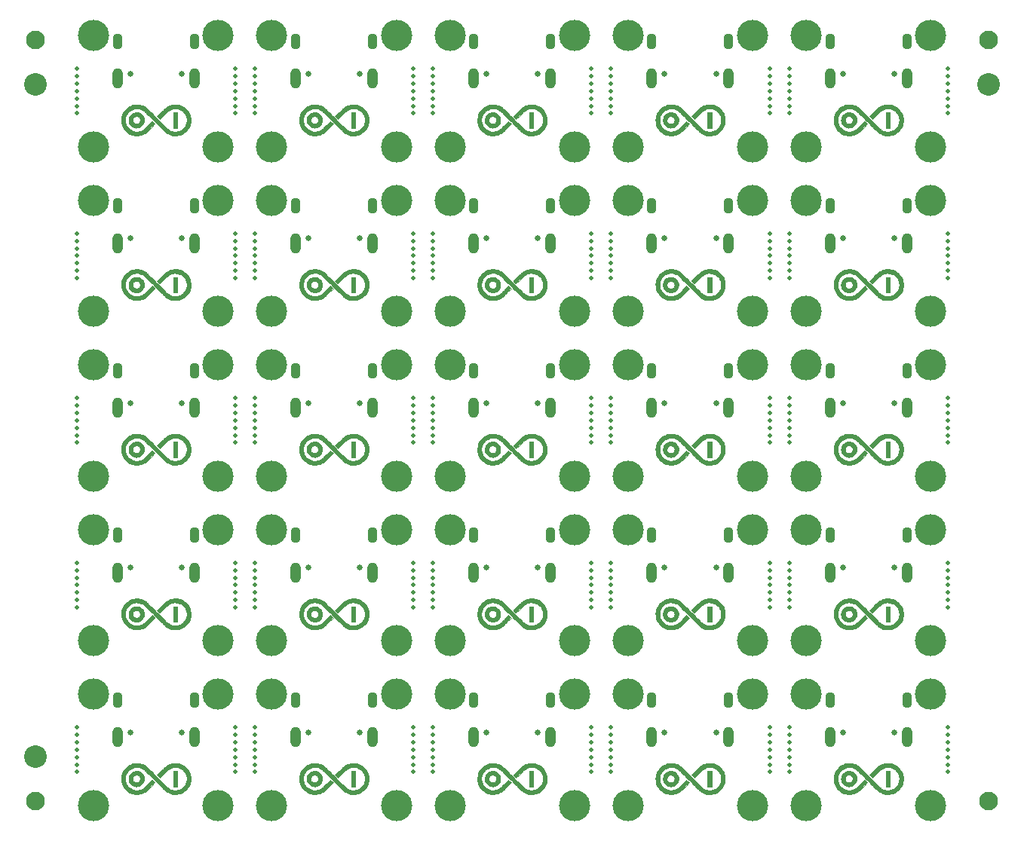
<source format=gbs>
%TF.GenerationSoftware,KiCad,Pcbnew,(6.0.5)*%
%TF.CreationDate,2022-08-23T21:33:37+08:00*%
%TF.ProjectId,without-power-switch-using-molex-connector-panelized,77697468-6f75-4742-9d70-6f7765722d73,rev?*%
%TF.SameCoordinates,Original*%
%TF.FileFunction,Soldermask,Bot*%
%TF.FilePolarity,Negative*%
%FSLAX46Y46*%
G04 Gerber Fmt 4.6, Leading zero omitted, Abs format (unit mm)*
G04 Created by KiCad (PCBNEW (6.0.5)) date 2022-08-23 21:33:37*
%MOMM*%
%LPD*%
G01*
G04 APERTURE LIST*
%ADD10C,0.010000*%
%ADD11C,2.540000*%
%ADD12C,0.500000*%
%ADD13C,3.500000*%
%ADD14C,0.650000*%
%ADD15O,1.100000X1.800000*%
%ADD16O,1.200000X2.300000*%
%ADD17C,2.100000*%
G04 APERTURE END LIST*
%TO.C,G\u002A\u002A\u002A*%
G36*
X93352165Y-80269923D02*
G01*
X93543506Y-80302168D01*
X93729691Y-80355760D01*
X93908989Y-80430065D01*
X94079669Y-80524449D01*
X94239999Y-80638279D01*
X94388248Y-80770919D01*
X94408600Y-80791603D01*
X94538089Y-80940284D01*
X94647102Y-81098578D01*
X94736895Y-81268517D01*
X94808722Y-81452135D01*
X94831075Y-81523277D01*
X94860874Y-81638440D01*
X94880529Y-81750692D01*
X94891358Y-81868416D01*
X94894676Y-82000000D01*
X94893599Y-82078193D01*
X94886103Y-82200747D01*
X94870335Y-82314286D01*
X94844980Y-82427197D01*
X94808722Y-82547864D01*
X94799463Y-82575154D01*
X94725133Y-82756683D01*
X94632657Y-82924824D01*
X94520780Y-83081612D01*
X94388248Y-83229080D01*
X94242996Y-83359453D01*
X94081384Y-83474760D01*
X93908832Y-83570300D01*
X93726752Y-83645393D01*
X93536558Y-83699364D01*
X93339664Y-83731534D01*
X93218330Y-83739647D01*
X93034224Y-83735373D01*
X92849940Y-83712268D01*
X92669802Y-83671167D01*
X92498138Y-83612906D01*
X92339273Y-83538320D01*
X92324062Y-83530011D01*
X92294947Y-83513963D01*
X92267522Y-83498357D01*
X92240882Y-83482358D01*
X92214127Y-83465128D01*
X92186354Y-83445829D01*
X92156661Y-83423625D01*
X92124144Y-83397679D01*
X92087903Y-83367154D01*
X92047034Y-83331212D01*
X92000635Y-83289017D01*
X91947805Y-83239732D01*
X91887640Y-83182519D01*
X91819238Y-83116542D01*
X91741697Y-83040962D01*
X91654116Y-82954945D01*
X91555590Y-82857651D01*
X91445219Y-82748245D01*
X91322099Y-82625890D01*
X91185329Y-82489747D01*
X91034006Y-82338981D01*
X90867228Y-82172753D01*
X90723173Y-82029288D01*
X90566525Y-81873574D01*
X90419318Y-81727567D01*
X90282172Y-81591873D01*
X90155708Y-81467101D01*
X90040546Y-81353857D01*
X89937307Y-81252750D01*
X89846611Y-81164386D01*
X89769079Y-81089374D01*
X89705332Y-81028320D01*
X89655989Y-80981833D01*
X89621672Y-80950520D01*
X89603000Y-80934988D01*
X89496982Y-80867330D01*
X89342622Y-80790759D01*
X89182398Y-80736396D01*
X89015471Y-80703973D01*
X88841000Y-80693225D01*
X88702134Y-80699637D01*
X88548593Y-80724253D01*
X88399994Y-80768565D01*
X88250872Y-80833875D01*
X88197164Y-80862361D01*
X88057431Y-80952246D01*
X87932768Y-81058140D01*
X87819955Y-81182648D01*
X87765950Y-81257786D01*
X87707409Y-81355599D01*
X87653412Y-81462055D01*
X87607727Y-81569669D01*
X87574124Y-81670954D01*
X87565856Y-81701712D01*
X87556632Y-81740317D01*
X87550186Y-81776586D01*
X87546027Y-81815604D01*
X87543664Y-81862455D01*
X87542606Y-81922226D01*
X87542362Y-82000000D01*
X87542467Y-82055980D01*
X87543222Y-82120752D01*
X87545131Y-82171040D01*
X87548685Y-82211928D01*
X87554374Y-82248502D01*
X87562690Y-82285846D01*
X87574124Y-82329045D01*
X87604126Y-82420774D01*
X87648871Y-82528123D01*
X87702270Y-82634993D01*
X87760555Y-82733898D01*
X87819955Y-82817351D01*
X87858622Y-82863359D01*
X87980694Y-82984777D01*
X88117630Y-83089286D01*
X88267486Y-83175526D01*
X88428312Y-83242139D01*
X88491193Y-83261417D01*
X88645443Y-83293017D01*
X88805904Y-83305822D01*
X88968286Y-83300122D01*
X89128297Y-83276208D01*
X89281647Y-83234369D01*
X89424046Y-83174894D01*
X89463507Y-83154420D01*
X89501337Y-83133099D01*
X89538480Y-83109847D01*
X89576620Y-83083207D01*
X89617442Y-83051724D01*
X89662631Y-83013940D01*
X89713871Y-82968400D01*
X89772847Y-82913647D01*
X89841243Y-82848224D01*
X89920744Y-82770676D01*
X90013035Y-82679545D01*
X90119799Y-82573375D01*
X90573097Y-82121615D01*
X90725935Y-82274676D01*
X90878773Y-82427738D01*
X90411182Y-82892723D01*
X90360962Y-82942627D01*
X90259352Y-83043245D01*
X90171425Y-83129590D01*
X90095437Y-83203161D01*
X90029641Y-83265462D01*
X89972292Y-83317993D01*
X89921644Y-83362257D01*
X89875952Y-83399755D01*
X89833470Y-83431989D01*
X89792452Y-83460461D01*
X89751153Y-83486673D01*
X89707827Y-83512125D01*
X89660728Y-83538320D01*
X89518876Y-83605751D01*
X89351547Y-83664458D01*
X89173504Y-83707385D01*
X88988934Y-83733318D01*
X88842600Y-83740340D01*
X88647836Y-83730076D01*
X88456495Y-83697831D01*
X88270310Y-83644239D01*
X88091012Y-83569934D01*
X87920332Y-83475550D01*
X87760002Y-83361720D01*
X87611753Y-83229080D01*
X87591401Y-83208396D01*
X87461912Y-83059715D01*
X87352899Y-82901421D01*
X87263106Y-82731482D01*
X87191279Y-82547864D01*
X87168926Y-82476722D01*
X87139127Y-82361559D01*
X87119472Y-82249308D01*
X87108643Y-82131583D01*
X87105325Y-82000000D01*
X87106402Y-81921807D01*
X87113898Y-81799253D01*
X87129666Y-81685713D01*
X87155021Y-81572802D01*
X87191279Y-81452135D01*
X87200538Y-81424845D01*
X87274868Y-81243317D01*
X87367344Y-81075175D01*
X87479221Y-80918387D01*
X87611753Y-80770919D01*
X87634318Y-80748659D01*
X87764497Y-80633561D01*
X87901806Y-80535450D01*
X88053338Y-80449157D01*
X88129364Y-80412272D01*
X88263094Y-80357578D01*
X88398586Y-80316273D01*
X88542504Y-80286479D01*
X88701509Y-80266316D01*
X88801174Y-80260371D01*
X88978801Y-80265459D01*
X89158604Y-80289160D01*
X89335550Y-80330447D01*
X89504602Y-80388295D01*
X89660728Y-80461679D01*
X89676171Y-80470115D01*
X89705292Y-80486166D01*
X89732721Y-80501772D01*
X89759362Y-80517772D01*
X89786116Y-80535000D01*
X89813887Y-80554296D01*
X89843576Y-80576496D01*
X89876085Y-80602437D01*
X89912318Y-80632956D01*
X89953177Y-80668890D01*
X89999564Y-80711077D01*
X90052382Y-80760354D01*
X90112532Y-80817558D01*
X90180918Y-80883525D01*
X90258442Y-80959094D01*
X90346006Y-81045100D01*
X90444513Y-81142382D01*
X90554865Y-81251777D01*
X90677965Y-81374121D01*
X90814714Y-81510252D01*
X90966016Y-81661007D01*
X91132773Y-81827223D01*
X91274660Y-81968540D01*
X91431765Y-82124722D01*
X91579357Y-82271123D01*
X91716821Y-82407144D01*
X91843544Y-82532183D01*
X91958913Y-82645639D01*
X92062312Y-82746911D01*
X92153130Y-82835399D01*
X92230751Y-82910501D01*
X92294563Y-82971616D01*
X92343951Y-83018144D01*
X92378301Y-83049484D01*
X92397000Y-83065034D01*
X92503101Y-83132719D01*
X92657471Y-83209276D01*
X92817673Y-83263623D01*
X92984564Y-83296031D01*
X93159000Y-83306774D01*
X93297867Y-83300363D01*
X93451408Y-83275746D01*
X93600007Y-83231434D01*
X93749129Y-83166125D01*
X93802837Y-83137638D01*
X93942570Y-83047753D01*
X94067233Y-82941859D01*
X94180046Y-82817351D01*
X94234051Y-82742213D01*
X94292592Y-82644400D01*
X94346589Y-82537944D01*
X94392274Y-82430330D01*
X94425877Y-82329045D01*
X94434145Y-82298287D01*
X94443369Y-82259682D01*
X94449815Y-82223413D01*
X94453974Y-82184395D01*
X94456337Y-82137544D01*
X94457395Y-82077774D01*
X94457639Y-82000000D01*
X94457534Y-81944019D01*
X94456779Y-81879247D01*
X94454870Y-81828959D01*
X94451316Y-81788071D01*
X94445627Y-81751497D01*
X94437311Y-81714154D01*
X94425877Y-81670954D01*
X94395875Y-81579225D01*
X94351130Y-81471876D01*
X94297731Y-81365006D01*
X94239446Y-81266101D01*
X94180046Y-81182648D01*
X94082336Y-81073521D01*
X93953621Y-80960567D01*
X93812669Y-80866402D01*
X93661105Y-80791806D01*
X93500555Y-80737558D01*
X93332645Y-80704438D01*
X93159001Y-80693225D01*
X93034934Y-80698584D01*
X92865793Y-80724636D01*
X92703625Y-80772560D01*
X92547628Y-80842609D01*
X92397000Y-80935039D01*
X92388682Y-80941369D01*
X92359400Y-80966401D01*
X92316487Y-81005297D01*
X92261758Y-81056329D01*
X92197029Y-81117765D01*
X92124116Y-81187878D01*
X92044834Y-81264935D01*
X91960999Y-81347207D01*
X91874427Y-81432965D01*
X91426899Y-81878381D01*
X91274064Y-81725321D01*
X91121228Y-81572261D01*
X91588819Y-81107277D01*
X91639039Y-81057372D01*
X91740649Y-80956754D01*
X91828576Y-80870410D01*
X91904564Y-80796838D01*
X91970360Y-80734537D01*
X92027709Y-80682006D01*
X92078357Y-80637742D01*
X92124049Y-80600244D01*
X92166531Y-80568010D01*
X92207549Y-80539538D01*
X92248848Y-80513327D01*
X92292174Y-80487874D01*
X92339273Y-80461679D01*
X92481125Y-80394248D01*
X92648454Y-80335541D01*
X92826497Y-80292614D01*
X93011067Y-80266681D01*
X93157401Y-80259659D01*
X93352165Y-80269923D01*
G37*
D10*
X93352165Y-80269923D02*
X93543506Y-80302168D01*
X93729691Y-80355760D01*
X93908989Y-80430065D01*
X94079669Y-80524449D01*
X94239999Y-80638279D01*
X94388248Y-80770919D01*
X94408600Y-80791603D01*
X94538089Y-80940284D01*
X94647102Y-81098578D01*
X94736895Y-81268517D01*
X94808722Y-81452135D01*
X94831075Y-81523277D01*
X94860874Y-81638440D01*
X94880529Y-81750692D01*
X94891358Y-81868416D01*
X94894676Y-82000000D01*
X94893599Y-82078193D01*
X94886103Y-82200747D01*
X94870335Y-82314286D01*
X94844980Y-82427197D01*
X94808722Y-82547864D01*
X94799463Y-82575154D01*
X94725133Y-82756683D01*
X94632657Y-82924824D01*
X94520780Y-83081612D01*
X94388248Y-83229080D01*
X94242996Y-83359453D01*
X94081384Y-83474760D01*
X93908832Y-83570300D01*
X93726752Y-83645393D01*
X93536558Y-83699364D01*
X93339664Y-83731534D01*
X93218330Y-83739647D01*
X93034224Y-83735373D01*
X92849940Y-83712268D01*
X92669802Y-83671167D01*
X92498138Y-83612906D01*
X92339273Y-83538320D01*
X92324062Y-83530011D01*
X92294947Y-83513963D01*
X92267522Y-83498357D01*
X92240882Y-83482358D01*
X92214127Y-83465128D01*
X92186354Y-83445829D01*
X92156661Y-83423625D01*
X92124144Y-83397679D01*
X92087903Y-83367154D01*
X92047034Y-83331212D01*
X92000635Y-83289017D01*
X91947805Y-83239732D01*
X91887640Y-83182519D01*
X91819238Y-83116542D01*
X91741697Y-83040962D01*
X91654116Y-82954945D01*
X91555590Y-82857651D01*
X91445219Y-82748245D01*
X91322099Y-82625890D01*
X91185329Y-82489747D01*
X91034006Y-82338981D01*
X90867228Y-82172753D01*
X90723173Y-82029288D01*
X90566525Y-81873574D01*
X90419318Y-81727567D01*
X90282172Y-81591873D01*
X90155708Y-81467101D01*
X90040546Y-81353857D01*
X89937307Y-81252750D01*
X89846611Y-81164386D01*
X89769079Y-81089374D01*
X89705332Y-81028320D01*
X89655989Y-80981833D01*
X89621672Y-80950520D01*
X89603000Y-80934988D01*
X89496982Y-80867330D01*
X89342622Y-80790759D01*
X89182398Y-80736396D01*
X89015471Y-80703973D01*
X88841000Y-80693225D01*
X88702134Y-80699637D01*
X88548593Y-80724253D01*
X88399994Y-80768565D01*
X88250872Y-80833875D01*
X88197164Y-80862361D01*
X88057431Y-80952246D01*
X87932768Y-81058140D01*
X87819955Y-81182648D01*
X87765950Y-81257786D01*
X87707409Y-81355599D01*
X87653412Y-81462055D01*
X87607727Y-81569669D01*
X87574124Y-81670954D01*
X87565856Y-81701712D01*
X87556632Y-81740317D01*
X87550186Y-81776586D01*
X87546027Y-81815604D01*
X87543664Y-81862455D01*
X87542606Y-81922226D01*
X87542362Y-82000000D01*
X87542467Y-82055980D01*
X87543222Y-82120752D01*
X87545131Y-82171040D01*
X87548685Y-82211928D01*
X87554374Y-82248502D01*
X87562690Y-82285846D01*
X87574124Y-82329045D01*
X87604126Y-82420774D01*
X87648871Y-82528123D01*
X87702270Y-82634993D01*
X87760555Y-82733898D01*
X87819955Y-82817351D01*
X87858622Y-82863359D01*
X87980694Y-82984777D01*
X88117630Y-83089286D01*
X88267486Y-83175526D01*
X88428312Y-83242139D01*
X88491193Y-83261417D01*
X88645443Y-83293017D01*
X88805904Y-83305822D01*
X88968286Y-83300122D01*
X89128297Y-83276208D01*
X89281647Y-83234369D01*
X89424046Y-83174894D01*
X89463507Y-83154420D01*
X89501337Y-83133099D01*
X89538480Y-83109847D01*
X89576620Y-83083207D01*
X89617442Y-83051724D01*
X89662631Y-83013940D01*
X89713871Y-82968400D01*
X89772847Y-82913647D01*
X89841243Y-82848224D01*
X89920744Y-82770676D01*
X90013035Y-82679545D01*
X90119799Y-82573375D01*
X90573097Y-82121615D01*
X90725935Y-82274676D01*
X90878773Y-82427738D01*
X90411182Y-82892723D01*
X90360962Y-82942627D01*
X90259352Y-83043245D01*
X90171425Y-83129590D01*
X90095437Y-83203161D01*
X90029641Y-83265462D01*
X89972292Y-83317993D01*
X89921644Y-83362257D01*
X89875952Y-83399755D01*
X89833470Y-83431989D01*
X89792452Y-83460461D01*
X89751153Y-83486673D01*
X89707827Y-83512125D01*
X89660728Y-83538320D01*
X89518876Y-83605751D01*
X89351547Y-83664458D01*
X89173504Y-83707385D01*
X88988934Y-83733318D01*
X88842600Y-83740340D01*
X88647836Y-83730076D01*
X88456495Y-83697831D01*
X88270310Y-83644239D01*
X88091012Y-83569934D01*
X87920332Y-83475550D01*
X87760002Y-83361720D01*
X87611753Y-83229080D01*
X87591401Y-83208396D01*
X87461912Y-83059715D01*
X87352899Y-82901421D01*
X87263106Y-82731482D01*
X87191279Y-82547864D01*
X87168926Y-82476722D01*
X87139127Y-82361559D01*
X87119472Y-82249308D01*
X87108643Y-82131583D01*
X87105325Y-82000000D01*
X87106402Y-81921807D01*
X87113898Y-81799253D01*
X87129666Y-81685713D01*
X87155021Y-81572802D01*
X87191279Y-81452135D01*
X87200538Y-81424845D01*
X87274868Y-81243317D01*
X87367344Y-81075175D01*
X87479221Y-80918387D01*
X87611753Y-80770919D01*
X87634318Y-80748659D01*
X87764497Y-80633561D01*
X87901806Y-80535450D01*
X88053338Y-80449157D01*
X88129364Y-80412272D01*
X88263094Y-80357578D01*
X88398586Y-80316273D01*
X88542504Y-80286479D01*
X88701509Y-80266316D01*
X88801174Y-80260371D01*
X88978801Y-80265459D01*
X89158604Y-80289160D01*
X89335550Y-80330447D01*
X89504602Y-80388295D01*
X89660728Y-80461679D01*
X89676171Y-80470115D01*
X89705292Y-80486166D01*
X89732721Y-80501772D01*
X89759362Y-80517772D01*
X89786116Y-80535000D01*
X89813887Y-80554296D01*
X89843576Y-80576496D01*
X89876085Y-80602437D01*
X89912318Y-80632956D01*
X89953177Y-80668890D01*
X89999564Y-80711077D01*
X90052382Y-80760354D01*
X90112532Y-80817558D01*
X90180918Y-80883525D01*
X90258442Y-80959094D01*
X90346006Y-81045100D01*
X90444513Y-81142382D01*
X90554865Y-81251777D01*
X90677965Y-81374121D01*
X90814714Y-81510252D01*
X90966016Y-81661007D01*
X91132773Y-81827223D01*
X91274660Y-81968540D01*
X91431765Y-82124722D01*
X91579357Y-82271123D01*
X91716821Y-82407144D01*
X91843544Y-82532183D01*
X91958913Y-82645639D01*
X92062312Y-82746911D01*
X92153130Y-82835399D01*
X92230751Y-82910501D01*
X92294563Y-82971616D01*
X92343951Y-83018144D01*
X92378301Y-83049484D01*
X92397000Y-83065034D01*
X92503101Y-83132719D01*
X92657471Y-83209276D01*
X92817673Y-83263623D01*
X92984564Y-83296031D01*
X93159000Y-83306774D01*
X93297867Y-83300363D01*
X93451408Y-83275746D01*
X93600007Y-83231434D01*
X93749129Y-83166125D01*
X93802837Y-83137638D01*
X93942570Y-83047753D01*
X94067233Y-82941859D01*
X94180046Y-82817351D01*
X94234051Y-82742213D01*
X94292592Y-82644400D01*
X94346589Y-82537944D01*
X94392274Y-82430330D01*
X94425877Y-82329045D01*
X94434145Y-82298287D01*
X94443369Y-82259682D01*
X94449815Y-82223413D01*
X94453974Y-82184395D01*
X94456337Y-82137544D01*
X94457395Y-82077774D01*
X94457639Y-82000000D01*
X94457534Y-81944019D01*
X94456779Y-81879247D01*
X94454870Y-81828959D01*
X94451316Y-81788071D01*
X94445627Y-81751497D01*
X94437311Y-81714154D01*
X94425877Y-81670954D01*
X94395875Y-81579225D01*
X94351130Y-81471876D01*
X94297731Y-81365006D01*
X94239446Y-81266101D01*
X94180046Y-81182648D01*
X94082336Y-81073521D01*
X93953621Y-80960567D01*
X93812669Y-80866402D01*
X93661105Y-80791806D01*
X93500555Y-80737558D01*
X93332645Y-80704438D01*
X93159001Y-80693225D01*
X93034934Y-80698584D01*
X92865793Y-80724636D01*
X92703625Y-80772560D01*
X92547628Y-80842609D01*
X92397000Y-80935039D01*
X92388682Y-80941369D01*
X92359400Y-80966401D01*
X92316487Y-81005297D01*
X92261758Y-81056329D01*
X92197029Y-81117765D01*
X92124116Y-81187878D01*
X92044834Y-81264935D01*
X91960999Y-81347207D01*
X91874427Y-81432965D01*
X91426899Y-81878381D01*
X91274064Y-81725321D01*
X91121228Y-81572261D01*
X91588819Y-81107277D01*
X91639039Y-81057372D01*
X91740649Y-80956754D01*
X91828576Y-80870410D01*
X91904564Y-80796838D01*
X91970360Y-80734537D01*
X92027709Y-80682006D01*
X92078357Y-80637742D01*
X92124049Y-80600244D01*
X92166531Y-80568010D01*
X92207549Y-80539538D01*
X92248848Y-80513327D01*
X92292174Y-80487874D01*
X92339273Y-80461679D01*
X92481125Y-80394248D01*
X92648454Y-80335541D01*
X92826497Y-80292614D01*
X93011067Y-80266681D01*
X93157401Y-80259659D01*
X93352165Y-80269923D01*
G36*
X89656134Y-82131464D02*
G01*
X89639122Y-82222674D01*
X89594247Y-82349244D01*
X89529125Y-82468410D01*
X89446502Y-82576043D01*
X89348594Y-82670021D01*
X89237617Y-82748220D01*
X89115786Y-82808520D01*
X88985319Y-82848797D01*
X88932358Y-82857450D01*
X88850644Y-82863563D01*
X88762949Y-82863898D01*
X88678517Y-82858489D01*
X88606598Y-82847372D01*
X88500585Y-82816282D01*
X88376562Y-82759282D01*
X88263501Y-82683843D01*
X88163432Y-82591888D01*
X88078386Y-82485340D01*
X88010392Y-82366124D01*
X87961481Y-82236161D01*
X87945791Y-82164540D01*
X87935086Y-82063464D01*
X87934779Y-82029249D01*
X88361245Y-82029249D01*
X88375507Y-82114502D01*
X88406993Y-82195890D01*
X88455714Y-82270545D01*
X88521677Y-82335598D01*
X88604892Y-82388181D01*
X88635286Y-82402646D01*
X88680964Y-82420448D01*
X88723853Y-82430007D01*
X88774563Y-82434202D01*
X88821001Y-82434541D01*
X88867692Y-82431923D01*
X88901793Y-82426842D01*
X88927124Y-82419427D01*
X89008721Y-82381583D01*
X89083994Y-82326388D01*
X89147699Y-82258236D01*
X89194590Y-82181522D01*
X89201997Y-82165096D01*
X89215505Y-82129939D01*
X89223312Y-82096127D01*
X89226906Y-82055525D01*
X89227773Y-82000000D01*
X89227656Y-81975261D01*
X89225866Y-81926741D01*
X89220750Y-81889860D01*
X89210820Y-81856483D01*
X89194590Y-81818478D01*
X89170826Y-81775347D01*
X89115528Y-81705090D01*
X89046852Y-81644113D01*
X88970917Y-81598439D01*
X88969193Y-81597640D01*
X88931827Y-81582187D01*
X88896821Y-81573009D01*
X88855710Y-81568565D01*
X88800032Y-81567314D01*
X88760757Y-81567531D01*
X88719666Y-81569928D01*
X88686332Y-81576578D01*
X88651839Y-81589488D01*
X88607269Y-81610663D01*
X88548012Y-81645402D01*
X88476278Y-81706954D01*
X88421726Y-81778983D01*
X88384364Y-81858621D01*
X88364201Y-81942999D01*
X88361245Y-82029249D01*
X87934779Y-82029249D01*
X87934132Y-81957180D01*
X87942931Y-81854400D01*
X87961481Y-81763838D01*
X87974802Y-81721351D01*
X88030739Y-81591660D01*
X88105448Y-81474813D01*
X88197823Y-81372105D01*
X88306755Y-81284833D01*
X88431137Y-81214291D01*
X88526958Y-81175134D01*
X88623673Y-81149320D01*
X88725344Y-81137122D01*
X88839729Y-81137073D01*
X88877549Y-81139317D01*
X89001554Y-81156078D01*
X89112873Y-81188006D01*
X89215720Y-81236988D01*
X89314307Y-81304909D01*
X89412849Y-81393655D01*
X89474586Y-81460355D01*
X89546305Y-81558066D01*
X89600148Y-81662022D01*
X89639122Y-81777326D01*
X89649473Y-81824395D01*
X89661309Y-81923073D01*
X89662930Y-82000000D01*
X89663530Y-82028514D01*
X89656134Y-82131464D01*
G37*
X89656134Y-82131464D02*
X89639122Y-82222674D01*
X89594247Y-82349244D01*
X89529125Y-82468410D01*
X89446502Y-82576043D01*
X89348594Y-82670021D01*
X89237617Y-82748220D01*
X89115786Y-82808520D01*
X88985319Y-82848797D01*
X88932358Y-82857450D01*
X88850644Y-82863563D01*
X88762949Y-82863898D01*
X88678517Y-82858489D01*
X88606598Y-82847372D01*
X88500585Y-82816282D01*
X88376562Y-82759282D01*
X88263501Y-82683843D01*
X88163432Y-82591888D01*
X88078386Y-82485340D01*
X88010392Y-82366124D01*
X87961481Y-82236161D01*
X87945791Y-82164540D01*
X87935086Y-82063464D01*
X87934779Y-82029249D01*
X88361245Y-82029249D01*
X88375507Y-82114502D01*
X88406993Y-82195890D01*
X88455714Y-82270545D01*
X88521677Y-82335598D01*
X88604892Y-82388181D01*
X88635286Y-82402646D01*
X88680964Y-82420448D01*
X88723853Y-82430007D01*
X88774563Y-82434202D01*
X88821001Y-82434541D01*
X88867692Y-82431923D01*
X88901793Y-82426842D01*
X88927124Y-82419427D01*
X89008721Y-82381583D01*
X89083994Y-82326388D01*
X89147699Y-82258236D01*
X89194590Y-82181522D01*
X89201997Y-82165096D01*
X89215505Y-82129939D01*
X89223312Y-82096127D01*
X89226906Y-82055525D01*
X89227773Y-82000000D01*
X89227656Y-81975261D01*
X89225866Y-81926741D01*
X89220750Y-81889860D01*
X89210820Y-81856483D01*
X89194590Y-81818478D01*
X89170826Y-81775347D01*
X89115528Y-81705090D01*
X89046852Y-81644113D01*
X88970917Y-81598439D01*
X88969193Y-81597640D01*
X88931827Y-81582187D01*
X88896821Y-81573009D01*
X88855710Y-81568565D01*
X88800032Y-81567314D01*
X88760757Y-81567531D01*
X88719666Y-81569928D01*
X88686332Y-81576578D01*
X88651839Y-81589488D01*
X88607269Y-81610663D01*
X88548012Y-81645402D01*
X88476278Y-81706954D01*
X88421726Y-81778983D01*
X88384364Y-81858621D01*
X88364201Y-81942999D01*
X88361245Y-82029249D01*
X87934779Y-82029249D01*
X87934132Y-81957180D01*
X87942931Y-81854400D01*
X87961481Y-81763838D01*
X87974802Y-81721351D01*
X88030739Y-81591660D01*
X88105448Y-81474813D01*
X88197823Y-81372105D01*
X88306755Y-81284833D01*
X88431137Y-81214291D01*
X88526958Y-81175134D01*
X88623673Y-81149320D01*
X88725344Y-81137122D01*
X88839729Y-81137073D01*
X88877549Y-81139317D01*
X89001554Y-81156078D01*
X89112873Y-81188006D01*
X89215720Y-81236988D01*
X89314307Y-81304909D01*
X89412849Y-81393655D01*
X89474586Y-81460355D01*
X89546305Y-81558066D01*
X89600148Y-81662022D01*
X89639122Y-81777326D01*
X89649473Y-81824395D01*
X89661309Y-81923073D01*
X89662930Y-82000000D01*
X89663530Y-82028514D01*
X89656134Y-82131464D01*
G36*
X93378364Y-82865909D02*
G01*
X92939637Y-82865909D01*
X92939637Y-81134091D01*
X93378364Y-81134091D01*
X93378364Y-82865909D01*
G37*
X93378364Y-82865909D02*
X92939637Y-82865909D01*
X92939637Y-81134091D01*
X93378364Y-81134091D01*
X93378364Y-82865909D01*
G36*
X89656134Y-26631464D02*
G01*
X89639122Y-26722674D01*
X89594247Y-26849244D01*
X89529125Y-26968410D01*
X89446502Y-27076043D01*
X89348594Y-27170021D01*
X89237617Y-27248220D01*
X89115786Y-27308520D01*
X88985319Y-27348797D01*
X88932358Y-27357450D01*
X88850644Y-27363563D01*
X88762949Y-27363898D01*
X88678517Y-27358489D01*
X88606598Y-27347372D01*
X88500585Y-27316282D01*
X88376562Y-27259282D01*
X88263501Y-27183843D01*
X88163432Y-27091888D01*
X88078386Y-26985340D01*
X88010392Y-26866124D01*
X87961481Y-26736161D01*
X87945791Y-26664540D01*
X87935086Y-26563464D01*
X87934779Y-26529249D01*
X88361245Y-26529249D01*
X88375507Y-26614502D01*
X88406993Y-26695890D01*
X88455714Y-26770545D01*
X88521677Y-26835598D01*
X88604892Y-26888181D01*
X88635286Y-26902646D01*
X88680964Y-26920448D01*
X88723853Y-26930007D01*
X88774563Y-26934202D01*
X88821001Y-26934541D01*
X88867692Y-26931923D01*
X88901793Y-26926842D01*
X88927124Y-26919427D01*
X89008721Y-26881583D01*
X89083994Y-26826388D01*
X89147699Y-26758236D01*
X89194590Y-26681522D01*
X89201997Y-26665096D01*
X89215505Y-26629939D01*
X89223312Y-26596127D01*
X89226906Y-26555525D01*
X89227773Y-26500000D01*
X89227656Y-26475261D01*
X89225866Y-26426741D01*
X89220750Y-26389860D01*
X89210820Y-26356483D01*
X89194590Y-26318478D01*
X89170826Y-26275347D01*
X89115528Y-26205090D01*
X89046852Y-26144113D01*
X88970917Y-26098439D01*
X88969193Y-26097640D01*
X88931827Y-26082187D01*
X88896821Y-26073009D01*
X88855710Y-26068565D01*
X88800032Y-26067314D01*
X88760757Y-26067531D01*
X88719666Y-26069928D01*
X88686332Y-26076578D01*
X88651839Y-26089488D01*
X88607269Y-26110663D01*
X88548012Y-26145402D01*
X88476278Y-26206954D01*
X88421726Y-26278983D01*
X88384364Y-26358621D01*
X88364201Y-26442999D01*
X88361245Y-26529249D01*
X87934779Y-26529249D01*
X87934132Y-26457180D01*
X87942931Y-26354400D01*
X87961481Y-26263838D01*
X87974802Y-26221351D01*
X88030739Y-26091660D01*
X88105448Y-25974813D01*
X88197823Y-25872105D01*
X88306755Y-25784833D01*
X88431137Y-25714291D01*
X88526958Y-25675134D01*
X88623673Y-25649320D01*
X88725344Y-25637122D01*
X88839729Y-25637073D01*
X88877549Y-25639317D01*
X89001554Y-25656078D01*
X89112873Y-25688006D01*
X89215720Y-25736988D01*
X89314307Y-25804909D01*
X89412849Y-25893655D01*
X89474586Y-25960355D01*
X89546305Y-26058066D01*
X89600148Y-26162022D01*
X89639122Y-26277326D01*
X89649473Y-26324395D01*
X89661309Y-26423073D01*
X89662930Y-26500000D01*
X89663530Y-26528514D01*
X89656134Y-26631464D01*
G37*
X89656134Y-26631464D02*
X89639122Y-26722674D01*
X89594247Y-26849244D01*
X89529125Y-26968410D01*
X89446502Y-27076043D01*
X89348594Y-27170021D01*
X89237617Y-27248220D01*
X89115786Y-27308520D01*
X88985319Y-27348797D01*
X88932358Y-27357450D01*
X88850644Y-27363563D01*
X88762949Y-27363898D01*
X88678517Y-27358489D01*
X88606598Y-27347372D01*
X88500585Y-27316282D01*
X88376562Y-27259282D01*
X88263501Y-27183843D01*
X88163432Y-27091888D01*
X88078386Y-26985340D01*
X88010392Y-26866124D01*
X87961481Y-26736161D01*
X87945791Y-26664540D01*
X87935086Y-26563464D01*
X87934779Y-26529249D01*
X88361245Y-26529249D01*
X88375507Y-26614502D01*
X88406993Y-26695890D01*
X88455714Y-26770545D01*
X88521677Y-26835598D01*
X88604892Y-26888181D01*
X88635286Y-26902646D01*
X88680964Y-26920448D01*
X88723853Y-26930007D01*
X88774563Y-26934202D01*
X88821001Y-26934541D01*
X88867692Y-26931923D01*
X88901793Y-26926842D01*
X88927124Y-26919427D01*
X89008721Y-26881583D01*
X89083994Y-26826388D01*
X89147699Y-26758236D01*
X89194590Y-26681522D01*
X89201997Y-26665096D01*
X89215505Y-26629939D01*
X89223312Y-26596127D01*
X89226906Y-26555525D01*
X89227773Y-26500000D01*
X89227656Y-26475261D01*
X89225866Y-26426741D01*
X89220750Y-26389860D01*
X89210820Y-26356483D01*
X89194590Y-26318478D01*
X89170826Y-26275347D01*
X89115528Y-26205090D01*
X89046852Y-26144113D01*
X88970917Y-26098439D01*
X88969193Y-26097640D01*
X88931827Y-26082187D01*
X88896821Y-26073009D01*
X88855710Y-26068565D01*
X88800032Y-26067314D01*
X88760757Y-26067531D01*
X88719666Y-26069928D01*
X88686332Y-26076578D01*
X88651839Y-26089488D01*
X88607269Y-26110663D01*
X88548012Y-26145402D01*
X88476278Y-26206954D01*
X88421726Y-26278983D01*
X88384364Y-26358621D01*
X88364201Y-26442999D01*
X88361245Y-26529249D01*
X87934779Y-26529249D01*
X87934132Y-26457180D01*
X87942931Y-26354400D01*
X87961481Y-26263838D01*
X87974802Y-26221351D01*
X88030739Y-26091660D01*
X88105448Y-25974813D01*
X88197823Y-25872105D01*
X88306755Y-25784833D01*
X88431137Y-25714291D01*
X88526958Y-25675134D01*
X88623673Y-25649320D01*
X88725344Y-25637122D01*
X88839729Y-25637073D01*
X88877549Y-25639317D01*
X89001554Y-25656078D01*
X89112873Y-25688006D01*
X89215720Y-25736988D01*
X89314307Y-25804909D01*
X89412849Y-25893655D01*
X89474586Y-25960355D01*
X89546305Y-26058066D01*
X89600148Y-26162022D01*
X89639122Y-26277326D01*
X89649473Y-26324395D01*
X89661309Y-26423073D01*
X89662930Y-26500000D01*
X89663530Y-26528514D01*
X89656134Y-26631464D01*
G36*
X93378364Y-27365909D02*
G01*
X92939637Y-27365909D01*
X92939637Y-25634091D01*
X93378364Y-25634091D01*
X93378364Y-27365909D01*
G37*
X93378364Y-27365909D02*
X92939637Y-27365909D01*
X92939637Y-25634091D01*
X93378364Y-25634091D01*
X93378364Y-27365909D01*
G36*
X93352165Y-24769923D02*
G01*
X93543506Y-24802168D01*
X93729691Y-24855760D01*
X93908989Y-24930065D01*
X94079669Y-25024449D01*
X94239999Y-25138279D01*
X94388248Y-25270919D01*
X94408600Y-25291603D01*
X94538089Y-25440284D01*
X94647102Y-25598578D01*
X94736895Y-25768517D01*
X94808722Y-25952135D01*
X94831075Y-26023277D01*
X94860874Y-26138440D01*
X94880529Y-26250692D01*
X94891358Y-26368416D01*
X94894676Y-26500000D01*
X94893599Y-26578193D01*
X94886103Y-26700747D01*
X94870335Y-26814286D01*
X94844980Y-26927197D01*
X94808722Y-27047864D01*
X94799463Y-27075154D01*
X94725133Y-27256683D01*
X94632657Y-27424824D01*
X94520780Y-27581612D01*
X94388248Y-27729080D01*
X94242996Y-27859453D01*
X94081384Y-27974760D01*
X93908832Y-28070300D01*
X93726752Y-28145393D01*
X93536558Y-28199364D01*
X93339664Y-28231534D01*
X93218330Y-28239647D01*
X93034224Y-28235373D01*
X92849940Y-28212268D01*
X92669802Y-28171167D01*
X92498138Y-28112906D01*
X92339273Y-28038320D01*
X92324062Y-28030011D01*
X92294947Y-28013963D01*
X92267522Y-27998357D01*
X92240882Y-27982358D01*
X92214127Y-27965128D01*
X92186354Y-27945829D01*
X92156661Y-27923625D01*
X92124144Y-27897679D01*
X92087903Y-27867154D01*
X92047034Y-27831212D01*
X92000635Y-27789017D01*
X91947805Y-27739732D01*
X91887640Y-27682519D01*
X91819238Y-27616542D01*
X91741697Y-27540962D01*
X91654116Y-27454945D01*
X91555590Y-27357651D01*
X91445219Y-27248245D01*
X91322099Y-27125890D01*
X91185329Y-26989747D01*
X91034006Y-26838981D01*
X90867228Y-26672753D01*
X90723173Y-26529288D01*
X90566525Y-26373574D01*
X90419318Y-26227567D01*
X90282172Y-26091873D01*
X90155708Y-25967101D01*
X90040546Y-25853857D01*
X89937307Y-25752750D01*
X89846611Y-25664386D01*
X89769079Y-25589374D01*
X89705332Y-25528320D01*
X89655989Y-25481833D01*
X89621672Y-25450520D01*
X89603000Y-25434988D01*
X89496982Y-25367330D01*
X89342622Y-25290759D01*
X89182398Y-25236396D01*
X89015471Y-25203973D01*
X88841000Y-25193225D01*
X88702134Y-25199637D01*
X88548593Y-25224253D01*
X88399994Y-25268565D01*
X88250872Y-25333875D01*
X88197164Y-25362361D01*
X88057431Y-25452246D01*
X87932768Y-25558140D01*
X87819955Y-25682648D01*
X87765950Y-25757786D01*
X87707409Y-25855599D01*
X87653412Y-25962055D01*
X87607727Y-26069669D01*
X87574124Y-26170954D01*
X87565856Y-26201712D01*
X87556632Y-26240317D01*
X87550186Y-26276586D01*
X87546027Y-26315604D01*
X87543664Y-26362455D01*
X87542606Y-26422226D01*
X87542362Y-26500000D01*
X87542467Y-26555980D01*
X87543222Y-26620752D01*
X87545131Y-26671040D01*
X87548685Y-26711928D01*
X87554374Y-26748502D01*
X87562690Y-26785846D01*
X87574124Y-26829045D01*
X87604126Y-26920774D01*
X87648871Y-27028123D01*
X87702270Y-27134993D01*
X87760555Y-27233898D01*
X87819955Y-27317351D01*
X87858622Y-27363359D01*
X87980694Y-27484777D01*
X88117630Y-27589286D01*
X88267486Y-27675526D01*
X88428312Y-27742139D01*
X88491193Y-27761417D01*
X88645443Y-27793017D01*
X88805904Y-27805822D01*
X88968286Y-27800122D01*
X89128297Y-27776208D01*
X89281647Y-27734369D01*
X89424046Y-27674894D01*
X89463507Y-27654420D01*
X89501337Y-27633099D01*
X89538480Y-27609847D01*
X89576620Y-27583207D01*
X89617442Y-27551724D01*
X89662631Y-27513940D01*
X89713871Y-27468400D01*
X89772847Y-27413647D01*
X89841243Y-27348224D01*
X89920744Y-27270676D01*
X90013035Y-27179545D01*
X90119799Y-27073375D01*
X90573097Y-26621615D01*
X90725935Y-26774676D01*
X90878773Y-26927738D01*
X90411182Y-27392723D01*
X90360962Y-27442627D01*
X90259352Y-27543245D01*
X90171425Y-27629590D01*
X90095437Y-27703161D01*
X90029641Y-27765462D01*
X89972292Y-27817993D01*
X89921644Y-27862257D01*
X89875952Y-27899755D01*
X89833470Y-27931989D01*
X89792452Y-27960461D01*
X89751153Y-27986673D01*
X89707827Y-28012125D01*
X89660728Y-28038320D01*
X89518876Y-28105751D01*
X89351547Y-28164458D01*
X89173504Y-28207385D01*
X88988934Y-28233318D01*
X88842600Y-28240340D01*
X88647836Y-28230076D01*
X88456495Y-28197831D01*
X88270310Y-28144239D01*
X88091012Y-28069934D01*
X87920332Y-27975550D01*
X87760002Y-27861720D01*
X87611753Y-27729080D01*
X87591401Y-27708396D01*
X87461912Y-27559715D01*
X87352899Y-27401421D01*
X87263106Y-27231482D01*
X87191279Y-27047864D01*
X87168926Y-26976722D01*
X87139127Y-26861559D01*
X87119472Y-26749308D01*
X87108643Y-26631583D01*
X87105325Y-26500000D01*
X87106402Y-26421807D01*
X87113898Y-26299253D01*
X87129666Y-26185713D01*
X87155021Y-26072802D01*
X87191279Y-25952135D01*
X87200538Y-25924845D01*
X87274868Y-25743317D01*
X87367344Y-25575175D01*
X87479221Y-25418387D01*
X87611753Y-25270919D01*
X87634318Y-25248659D01*
X87764497Y-25133561D01*
X87901806Y-25035450D01*
X88053338Y-24949157D01*
X88129364Y-24912272D01*
X88263094Y-24857578D01*
X88398586Y-24816273D01*
X88542504Y-24786479D01*
X88701509Y-24766316D01*
X88801174Y-24760371D01*
X88978801Y-24765459D01*
X89158604Y-24789160D01*
X89335550Y-24830447D01*
X89504602Y-24888295D01*
X89660728Y-24961679D01*
X89676171Y-24970115D01*
X89705292Y-24986166D01*
X89732721Y-25001772D01*
X89759362Y-25017772D01*
X89786116Y-25035000D01*
X89813887Y-25054296D01*
X89843576Y-25076496D01*
X89876085Y-25102437D01*
X89912318Y-25132956D01*
X89953177Y-25168890D01*
X89999564Y-25211077D01*
X90052382Y-25260354D01*
X90112532Y-25317558D01*
X90180918Y-25383525D01*
X90258442Y-25459094D01*
X90346006Y-25545100D01*
X90444513Y-25642382D01*
X90554865Y-25751777D01*
X90677965Y-25874121D01*
X90814714Y-26010252D01*
X90966016Y-26161007D01*
X91132773Y-26327223D01*
X91274660Y-26468540D01*
X91431765Y-26624722D01*
X91579357Y-26771123D01*
X91716821Y-26907144D01*
X91843544Y-27032183D01*
X91958913Y-27145639D01*
X92062312Y-27246911D01*
X92153130Y-27335399D01*
X92230751Y-27410501D01*
X92294563Y-27471616D01*
X92343951Y-27518144D01*
X92378301Y-27549484D01*
X92397000Y-27565034D01*
X92503101Y-27632719D01*
X92657471Y-27709276D01*
X92817673Y-27763623D01*
X92984564Y-27796031D01*
X93159000Y-27806774D01*
X93297867Y-27800363D01*
X93451408Y-27775746D01*
X93600007Y-27731434D01*
X93749129Y-27666125D01*
X93802837Y-27637638D01*
X93942570Y-27547753D01*
X94067233Y-27441859D01*
X94180046Y-27317351D01*
X94234051Y-27242213D01*
X94292592Y-27144400D01*
X94346589Y-27037944D01*
X94392274Y-26930330D01*
X94425877Y-26829045D01*
X94434145Y-26798287D01*
X94443369Y-26759682D01*
X94449815Y-26723413D01*
X94453974Y-26684395D01*
X94456337Y-26637544D01*
X94457395Y-26577774D01*
X94457639Y-26500000D01*
X94457534Y-26444019D01*
X94456779Y-26379247D01*
X94454870Y-26328959D01*
X94451316Y-26288071D01*
X94445627Y-26251497D01*
X94437311Y-26214154D01*
X94425877Y-26170954D01*
X94395875Y-26079225D01*
X94351130Y-25971876D01*
X94297731Y-25865006D01*
X94239446Y-25766101D01*
X94180046Y-25682648D01*
X94082336Y-25573521D01*
X93953621Y-25460567D01*
X93812669Y-25366402D01*
X93661105Y-25291806D01*
X93500555Y-25237558D01*
X93332645Y-25204438D01*
X93159001Y-25193225D01*
X93034934Y-25198584D01*
X92865793Y-25224636D01*
X92703625Y-25272560D01*
X92547628Y-25342609D01*
X92397000Y-25435039D01*
X92388682Y-25441369D01*
X92359400Y-25466401D01*
X92316487Y-25505297D01*
X92261758Y-25556329D01*
X92197029Y-25617765D01*
X92124116Y-25687878D01*
X92044834Y-25764935D01*
X91960999Y-25847207D01*
X91874427Y-25932965D01*
X91426899Y-26378381D01*
X91274064Y-26225321D01*
X91121228Y-26072261D01*
X91588819Y-25607277D01*
X91639039Y-25557372D01*
X91740649Y-25456754D01*
X91828576Y-25370410D01*
X91904564Y-25296838D01*
X91970360Y-25234537D01*
X92027709Y-25182006D01*
X92078357Y-25137742D01*
X92124049Y-25100244D01*
X92166531Y-25068010D01*
X92207549Y-25039538D01*
X92248848Y-25013327D01*
X92292174Y-24987874D01*
X92339273Y-24961679D01*
X92481125Y-24894248D01*
X92648454Y-24835541D01*
X92826497Y-24792614D01*
X93011067Y-24766681D01*
X93157401Y-24759659D01*
X93352165Y-24769923D01*
G37*
X93352165Y-24769923D02*
X93543506Y-24802168D01*
X93729691Y-24855760D01*
X93908989Y-24930065D01*
X94079669Y-25024449D01*
X94239999Y-25138279D01*
X94388248Y-25270919D01*
X94408600Y-25291603D01*
X94538089Y-25440284D01*
X94647102Y-25598578D01*
X94736895Y-25768517D01*
X94808722Y-25952135D01*
X94831075Y-26023277D01*
X94860874Y-26138440D01*
X94880529Y-26250692D01*
X94891358Y-26368416D01*
X94894676Y-26500000D01*
X94893599Y-26578193D01*
X94886103Y-26700747D01*
X94870335Y-26814286D01*
X94844980Y-26927197D01*
X94808722Y-27047864D01*
X94799463Y-27075154D01*
X94725133Y-27256683D01*
X94632657Y-27424824D01*
X94520780Y-27581612D01*
X94388248Y-27729080D01*
X94242996Y-27859453D01*
X94081384Y-27974760D01*
X93908832Y-28070300D01*
X93726752Y-28145393D01*
X93536558Y-28199364D01*
X93339664Y-28231534D01*
X93218330Y-28239647D01*
X93034224Y-28235373D01*
X92849940Y-28212268D01*
X92669802Y-28171167D01*
X92498138Y-28112906D01*
X92339273Y-28038320D01*
X92324062Y-28030011D01*
X92294947Y-28013963D01*
X92267522Y-27998357D01*
X92240882Y-27982358D01*
X92214127Y-27965128D01*
X92186354Y-27945829D01*
X92156661Y-27923625D01*
X92124144Y-27897679D01*
X92087903Y-27867154D01*
X92047034Y-27831212D01*
X92000635Y-27789017D01*
X91947805Y-27739732D01*
X91887640Y-27682519D01*
X91819238Y-27616542D01*
X91741697Y-27540962D01*
X91654116Y-27454945D01*
X91555590Y-27357651D01*
X91445219Y-27248245D01*
X91322099Y-27125890D01*
X91185329Y-26989747D01*
X91034006Y-26838981D01*
X90867228Y-26672753D01*
X90723173Y-26529288D01*
X90566525Y-26373574D01*
X90419318Y-26227567D01*
X90282172Y-26091873D01*
X90155708Y-25967101D01*
X90040546Y-25853857D01*
X89937307Y-25752750D01*
X89846611Y-25664386D01*
X89769079Y-25589374D01*
X89705332Y-25528320D01*
X89655989Y-25481833D01*
X89621672Y-25450520D01*
X89603000Y-25434988D01*
X89496982Y-25367330D01*
X89342622Y-25290759D01*
X89182398Y-25236396D01*
X89015471Y-25203973D01*
X88841000Y-25193225D01*
X88702134Y-25199637D01*
X88548593Y-25224253D01*
X88399994Y-25268565D01*
X88250872Y-25333875D01*
X88197164Y-25362361D01*
X88057431Y-25452246D01*
X87932768Y-25558140D01*
X87819955Y-25682648D01*
X87765950Y-25757786D01*
X87707409Y-25855599D01*
X87653412Y-25962055D01*
X87607727Y-26069669D01*
X87574124Y-26170954D01*
X87565856Y-26201712D01*
X87556632Y-26240317D01*
X87550186Y-26276586D01*
X87546027Y-26315604D01*
X87543664Y-26362455D01*
X87542606Y-26422226D01*
X87542362Y-26500000D01*
X87542467Y-26555980D01*
X87543222Y-26620752D01*
X87545131Y-26671040D01*
X87548685Y-26711928D01*
X87554374Y-26748502D01*
X87562690Y-26785846D01*
X87574124Y-26829045D01*
X87604126Y-26920774D01*
X87648871Y-27028123D01*
X87702270Y-27134993D01*
X87760555Y-27233898D01*
X87819955Y-27317351D01*
X87858622Y-27363359D01*
X87980694Y-27484777D01*
X88117630Y-27589286D01*
X88267486Y-27675526D01*
X88428312Y-27742139D01*
X88491193Y-27761417D01*
X88645443Y-27793017D01*
X88805904Y-27805822D01*
X88968286Y-27800122D01*
X89128297Y-27776208D01*
X89281647Y-27734369D01*
X89424046Y-27674894D01*
X89463507Y-27654420D01*
X89501337Y-27633099D01*
X89538480Y-27609847D01*
X89576620Y-27583207D01*
X89617442Y-27551724D01*
X89662631Y-27513940D01*
X89713871Y-27468400D01*
X89772847Y-27413647D01*
X89841243Y-27348224D01*
X89920744Y-27270676D01*
X90013035Y-27179545D01*
X90119799Y-27073375D01*
X90573097Y-26621615D01*
X90725935Y-26774676D01*
X90878773Y-26927738D01*
X90411182Y-27392723D01*
X90360962Y-27442627D01*
X90259352Y-27543245D01*
X90171425Y-27629590D01*
X90095437Y-27703161D01*
X90029641Y-27765462D01*
X89972292Y-27817993D01*
X89921644Y-27862257D01*
X89875952Y-27899755D01*
X89833470Y-27931989D01*
X89792452Y-27960461D01*
X89751153Y-27986673D01*
X89707827Y-28012125D01*
X89660728Y-28038320D01*
X89518876Y-28105751D01*
X89351547Y-28164458D01*
X89173504Y-28207385D01*
X88988934Y-28233318D01*
X88842600Y-28240340D01*
X88647836Y-28230076D01*
X88456495Y-28197831D01*
X88270310Y-28144239D01*
X88091012Y-28069934D01*
X87920332Y-27975550D01*
X87760002Y-27861720D01*
X87611753Y-27729080D01*
X87591401Y-27708396D01*
X87461912Y-27559715D01*
X87352899Y-27401421D01*
X87263106Y-27231482D01*
X87191279Y-27047864D01*
X87168926Y-26976722D01*
X87139127Y-26861559D01*
X87119472Y-26749308D01*
X87108643Y-26631583D01*
X87105325Y-26500000D01*
X87106402Y-26421807D01*
X87113898Y-26299253D01*
X87129666Y-26185713D01*
X87155021Y-26072802D01*
X87191279Y-25952135D01*
X87200538Y-25924845D01*
X87274868Y-25743317D01*
X87367344Y-25575175D01*
X87479221Y-25418387D01*
X87611753Y-25270919D01*
X87634318Y-25248659D01*
X87764497Y-25133561D01*
X87901806Y-25035450D01*
X88053338Y-24949157D01*
X88129364Y-24912272D01*
X88263094Y-24857578D01*
X88398586Y-24816273D01*
X88542504Y-24786479D01*
X88701509Y-24766316D01*
X88801174Y-24760371D01*
X88978801Y-24765459D01*
X89158604Y-24789160D01*
X89335550Y-24830447D01*
X89504602Y-24888295D01*
X89660728Y-24961679D01*
X89676171Y-24970115D01*
X89705292Y-24986166D01*
X89732721Y-25001772D01*
X89759362Y-25017772D01*
X89786116Y-25035000D01*
X89813887Y-25054296D01*
X89843576Y-25076496D01*
X89876085Y-25102437D01*
X89912318Y-25132956D01*
X89953177Y-25168890D01*
X89999564Y-25211077D01*
X90052382Y-25260354D01*
X90112532Y-25317558D01*
X90180918Y-25383525D01*
X90258442Y-25459094D01*
X90346006Y-25545100D01*
X90444513Y-25642382D01*
X90554865Y-25751777D01*
X90677965Y-25874121D01*
X90814714Y-26010252D01*
X90966016Y-26161007D01*
X91132773Y-26327223D01*
X91274660Y-26468540D01*
X91431765Y-26624722D01*
X91579357Y-26771123D01*
X91716821Y-26907144D01*
X91843544Y-27032183D01*
X91958913Y-27145639D01*
X92062312Y-27246911D01*
X92153130Y-27335399D01*
X92230751Y-27410501D01*
X92294563Y-27471616D01*
X92343951Y-27518144D01*
X92378301Y-27549484D01*
X92397000Y-27565034D01*
X92503101Y-27632719D01*
X92657471Y-27709276D01*
X92817673Y-27763623D01*
X92984564Y-27796031D01*
X93159000Y-27806774D01*
X93297867Y-27800363D01*
X93451408Y-27775746D01*
X93600007Y-27731434D01*
X93749129Y-27666125D01*
X93802837Y-27637638D01*
X93942570Y-27547753D01*
X94067233Y-27441859D01*
X94180046Y-27317351D01*
X94234051Y-27242213D01*
X94292592Y-27144400D01*
X94346589Y-27037944D01*
X94392274Y-26930330D01*
X94425877Y-26829045D01*
X94434145Y-26798287D01*
X94443369Y-26759682D01*
X94449815Y-26723413D01*
X94453974Y-26684395D01*
X94456337Y-26637544D01*
X94457395Y-26577774D01*
X94457639Y-26500000D01*
X94457534Y-26444019D01*
X94456779Y-26379247D01*
X94454870Y-26328959D01*
X94451316Y-26288071D01*
X94445627Y-26251497D01*
X94437311Y-26214154D01*
X94425877Y-26170954D01*
X94395875Y-26079225D01*
X94351130Y-25971876D01*
X94297731Y-25865006D01*
X94239446Y-25766101D01*
X94180046Y-25682648D01*
X94082336Y-25573521D01*
X93953621Y-25460567D01*
X93812669Y-25366402D01*
X93661105Y-25291806D01*
X93500555Y-25237558D01*
X93332645Y-25204438D01*
X93159001Y-25193225D01*
X93034934Y-25198584D01*
X92865793Y-25224636D01*
X92703625Y-25272560D01*
X92547628Y-25342609D01*
X92397000Y-25435039D01*
X92388682Y-25441369D01*
X92359400Y-25466401D01*
X92316487Y-25505297D01*
X92261758Y-25556329D01*
X92197029Y-25617765D01*
X92124116Y-25687878D01*
X92044834Y-25764935D01*
X91960999Y-25847207D01*
X91874427Y-25932965D01*
X91426899Y-26378381D01*
X91274064Y-26225321D01*
X91121228Y-26072261D01*
X91588819Y-25607277D01*
X91639039Y-25557372D01*
X91740649Y-25456754D01*
X91828576Y-25370410D01*
X91904564Y-25296838D01*
X91970360Y-25234537D01*
X92027709Y-25182006D01*
X92078357Y-25137742D01*
X92124049Y-25100244D01*
X92166531Y-25068010D01*
X92207549Y-25039538D01*
X92248848Y-25013327D01*
X92292174Y-24987874D01*
X92339273Y-24961679D01*
X92481125Y-24894248D01*
X92648454Y-24835541D01*
X92826497Y-24792614D01*
X93011067Y-24766681D01*
X93157401Y-24759659D01*
X93352165Y-24769923D01*
G36*
X93378364Y-64365909D02*
G01*
X92939637Y-64365909D01*
X92939637Y-62634091D01*
X93378364Y-62634091D01*
X93378364Y-64365909D01*
G37*
X93378364Y-64365909D02*
X92939637Y-64365909D01*
X92939637Y-62634091D01*
X93378364Y-62634091D01*
X93378364Y-64365909D01*
G36*
X89656134Y-63631464D02*
G01*
X89639122Y-63722674D01*
X89594247Y-63849244D01*
X89529125Y-63968410D01*
X89446502Y-64076043D01*
X89348594Y-64170021D01*
X89237617Y-64248220D01*
X89115786Y-64308520D01*
X88985319Y-64348797D01*
X88932358Y-64357450D01*
X88850644Y-64363563D01*
X88762949Y-64363898D01*
X88678517Y-64358489D01*
X88606598Y-64347372D01*
X88500585Y-64316282D01*
X88376562Y-64259282D01*
X88263501Y-64183843D01*
X88163432Y-64091888D01*
X88078386Y-63985340D01*
X88010392Y-63866124D01*
X87961481Y-63736161D01*
X87945791Y-63664540D01*
X87935086Y-63563464D01*
X87934779Y-63529249D01*
X88361245Y-63529249D01*
X88375507Y-63614502D01*
X88406993Y-63695890D01*
X88455714Y-63770545D01*
X88521677Y-63835598D01*
X88604892Y-63888181D01*
X88635286Y-63902646D01*
X88680964Y-63920448D01*
X88723853Y-63930007D01*
X88774563Y-63934202D01*
X88821001Y-63934541D01*
X88867692Y-63931923D01*
X88901793Y-63926842D01*
X88927124Y-63919427D01*
X89008721Y-63881583D01*
X89083994Y-63826388D01*
X89147699Y-63758236D01*
X89194590Y-63681522D01*
X89201997Y-63665096D01*
X89215505Y-63629939D01*
X89223312Y-63596127D01*
X89226906Y-63555525D01*
X89227773Y-63500000D01*
X89227656Y-63475261D01*
X89225866Y-63426741D01*
X89220750Y-63389860D01*
X89210820Y-63356483D01*
X89194590Y-63318478D01*
X89170826Y-63275347D01*
X89115528Y-63205090D01*
X89046852Y-63144113D01*
X88970917Y-63098439D01*
X88969193Y-63097640D01*
X88931827Y-63082187D01*
X88896821Y-63073009D01*
X88855710Y-63068565D01*
X88800032Y-63067314D01*
X88760757Y-63067531D01*
X88719666Y-63069928D01*
X88686332Y-63076578D01*
X88651839Y-63089488D01*
X88607269Y-63110663D01*
X88548012Y-63145402D01*
X88476278Y-63206954D01*
X88421726Y-63278983D01*
X88384364Y-63358621D01*
X88364201Y-63442999D01*
X88361245Y-63529249D01*
X87934779Y-63529249D01*
X87934132Y-63457180D01*
X87942931Y-63354400D01*
X87961481Y-63263838D01*
X87974802Y-63221351D01*
X88030739Y-63091660D01*
X88105448Y-62974813D01*
X88197823Y-62872105D01*
X88306755Y-62784833D01*
X88431137Y-62714291D01*
X88526958Y-62675134D01*
X88623673Y-62649320D01*
X88725344Y-62637122D01*
X88839729Y-62637073D01*
X88877549Y-62639317D01*
X89001554Y-62656078D01*
X89112873Y-62688006D01*
X89215720Y-62736988D01*
X89314307Y-62804909D01*
X89412849Y-62893655D01*
X89474586Y-62960355D01*
X89546305Y-63058066D01*
X89600148Y-63162022D01*
X89639122Y-63277326D01*
X89649473Y-63324395D01*
X89661309Y-63423073D01*
X89662930Y-63500000D01*
X89663530Y-63528514D01*
X89656134Y-63631464D01*
G37*
X89656134Y-63631464D02*
X89639122Y-63722674D01*
X89594247Y-63849244D01*
X89529125Y-63968410D01*
X89446502Y-64076043D01*
X89348594Y-64170021D01*
X89237617Y-64248220D01*
X89115786Y-64308520D01*
X88985319Y-64348797D01*
X88932358Y-64357450D01*
X88850644Y-64363563D01*
X88762949Y-64363898D01*
X88678517Y-64358489D01*
X88606598Y-64347372D01*
X88500585Y-64316282D01*
X88376562Y-64259282D01*
X88263501Y-64183843D01*
X88163432Y-64091888D01*
X88078386Y-63985340D01*
X88010392Y-63866124D01*
X87961481Y-63736161D01*
X87945791Y-63664540D01*
X87935086Y-63563464D01*
X87934779Y-63529249D01*
X88361245Y-63529249D01*
X88375507Y-63614502D01*
X88406993Y-63695890D01*
X88455714Y-63770545D01*
X88521677Y-63835598D01*
X88604892Y-63888181D01*
X88635286Y-63902646D01*
X88680964Y-63920448D01*
X88723853Y-63930007D01*
X88774563Y-63934202D01*
X88821001Y-63934541D01*
X88867692Y-63931923D01*
X88901793Y-63926842D01*
X88927124Y-63919427D01*
X89008721Y-63881583D01*
X89083994Y-63826388D01*
X89147699Y-63758236D01*
X89194590Y-63681522D01*
X89201997Y-63665096D01*
X89215505Y-63629939D01*
X89223312Y-63596127D01*
X89226906Y-63555525D01*
X89227773Y-63500000D01*
X89227656Y-63475261D01*
X89225866Y-63426741D01*
X89220750Y-63389860D01*
X89210820Y-63356483D01*
X89194590Y-63318478D01*
X89170826Y-63275347D01*
X89115528Y-63205090D01*
X89046852Y-63144113D01*
X88970917Y-63098439D01*
X88969193Y-63097640D01*
X88931827Y-63082187D01*
X88896821Y-63073009D01*
X88855710Y-63068565D01*
X88800032Y-63067314D01*
X88760757Y-63067531D01*
X88719666Y-63069928D01*
X88686332Y-63076578D01*
X88651839Y-63089488D01*
X88607269Y-63110663D01*
X88548012Y-63145402D01*
X88476278Y-63206954D01*
X88421726Y-63278983D01*
X88384364Y-63358621D01*
X88364201Y-63442999D01*
X88361245Y-63529249D01*
X87934779Y-63529249D01*
X87934132Y-63457180D01*
X87942931Y-63354400D01*
X87961481Y-63263838D01*
X87974802Y-63221351D01*
X88030739Y-63091660D01*
X88105448Y-62974813D01*
X88197823Y-62872105D01*
X88306755Y-62784833D01*
X88431137Y-62714291D01*
X88526958Y-62675134D01*
X88623673Y-62649320D01*
X88725344Y-62637122D01*
X88839729Y-62637073D01*
X88877549Y-62639317D01*
X89001554Y-62656078D01*
X89112873Y-62688006D01*
X89215720Y-62736988D01*
X89314307Y-62804909D01*
X89412849Y-62893655D01*
X89474586Y-62960355D01*
X89546305Y-63058066D01*
X89600148Y-63162022D01*
X89639122Y-63277326D01*
X89649473Y-63324395D01*
X89661309Y-63423073D01*
X89662930Y-63500000D01*
X89663530Y-63528514D01*
X89656134Y-63631464D01*
G36*
X93352165Y-61769923D02*
G01*
X93543506Y-61802168D01*
X93729691Y-61855760D01*
X93908989Y-61930065D01*
X94079669Y-62024449D01*
X94239999Y-62138279D01*
X94388248Y-62270919D01*
X94408600Y-62291603D01*
X94538089Y-62440284D01*
X94647102Y-62598578D01*
X94736895Y-62768517D01*
X94808722Y-62952135D01*
X94831075Y-63023277D01*
X94860874Y-63138440D01*
X94880529Y-63250692D01*
X94891358Y-63368416D01*
X94894676Y-63500000D01*
X94893599Y-63578193D01*
X94886103Y-63700747D01*
X94870335Y-63814286D01*
X94844980Y-63927197D01*
X94808722Y-64047864D01*
X94799463Y-64075154D01*
X94725133Y-64256683D01*
X94632657Y-64424824D01*
X94520780Y-64581612D01*
X94388248Y-64729080D01*
X94242996Y-64859453D01*
X94081384Y-64974760D01*
X93908832Y-65070300D01*
X93726752Y-65145393D01*
X93536558Y-65199364D01*
X93339664Y-65231534D01*
X93218330Y-65239647D01*
X93034224Y-65235373D01*
X92849940Y-65212268D01*
X92669802Y-65171167D01*
X92498138Y-65112906D01*
X92339273Y-65038320D01*
X92324062Y-65030011D01*
X92294947Y-65013963D01*
X92267522Y-64998357D01*
X92240882Y-64982358D01*
X92214127Y-64965128D01*
X92186354Y-64945829D01*
X92156661Y-64923625D01*
X92124144Y-64897679D01*
X92087903Y-64867154D01*
X92047034Y-64831212D01*
X92000635Y-64789017D01*
X91947805Y-64739732D01*
X91887640Y-64682519D01*
X91819238Y-64616542D01*
X91741697Y-64540962D01*
X91654116Y-64454945D01*
X91555590Y-64357651D01*
X91445219Y-64248245D01*
X91322099Y-64125890D01*
X91185329Y-63989747D01*
X91034006Y-63838981D01*
X90867228Y-63672753D01*
X90723173Y-63529288D01*
X90566525Y-63373574D01*
X90419318Y-63227567D01*
X90282172Y-63091873D01*
X90155708Y-62967101D01*
X90040546Y-62853857D01*
X89937307Y-62752750D01*
X89846611Y-62664386D01*
X89769079Y-62589374D01*
X89705332Y-62528320D01*
X89655989Y-62481833D01*
X89621672Y-62450520D01*
X89603000Y-62434988D01*
X89496982Y-62367330D01*
X89342622Y-62290759D01*
X89182398Y-62236396D01*
X89015471Y-62203973D01*
X88841000Y-62193225D01*
X88702134Y-62199637D01*
X88548593Y-62224253D01*
X88399994Y-62268565D01*
X88250872Y-62333875D01*
X88197164Y-62362361D01*
X88057431Y-62452246D01*
X87932768Y-62558140D01*
X87819955Y-62682648D01*
X87765950Y-62757786D01*
X87707409Y-62855599D01*
X87653412Y-62962055D01*
X87607727Y-63069669D01*
X87574124Y-63170954D01*
X87565856Y-63201712D01*
X87556632Y-63240317D01*
X87550186Y-63276586D01*
X87546027Y-63315604D01*
X87543664Y-63362455D01*
X87542606Y-63422226D01*
X87542362Y-63500000D01*
X87542467Y-63555980D01*
X87543222Y-63620752D01*
X87545131Y-63671040D01*
X87548685Y-63711928D01*
X87554374Y-63748502D01*
X87562690Y-63785846D01*
X87574124Y-63829045D01*
X87604126Y-63920774D01*
X87648871Y-64028123D01*
X87702270Y-64134993D01*
X87760555Y-64233898D01*
X87819955Y-64317351D01*
X87858622Y-64363359D01*
X87980694Y-64484777D01*
X88117630Y-64589286D01*
X88267486Y-64675526D01*
X88428312Y-64742139D01*
X88491193Y-64761417D01*
X88645443Y-64793017D01*
X88805904Y-64805822D01*
X88968286Y-64800122D01*
X89128297Y-64776208D01*
X89281647Y-64734369D01*
X89424046Y-64674894D01*
X89463507Y-64654420D01*
X89501337Y-64633099D01*
X89538480Y-64609847D01*
X89576620Y-64583207D01*
X89617442Y-64551724D01*
X89662631Y-64513940D01*
X89713871Y-64468400D01*
X89772847Y-64413647D01*
X89841243Y-64348224D01*
X89920744Y-64270676D01*
X90013035Y-64179545D01*
X90119799Y-64073375D01*
X90573097Y-63621615D01*
X90725935Y-63774676D01*
X90878773Y-63927738D01*
X90411182Y-64392723D01*
X90360962Y-64442627D01*
X90259352Y-64543245D01*
X90171425Y-64629590D01*
X90095437Y-64703161D01*
X90029641Y-64765462D01*
X89972292Y-64817993D01*
X89921644Y-64862257D01*
X89875952Y-64899755D01*
X89833470Y-64931989D01*
X89792452Y-64960461D01*
X89751153Y-64986673D01*
X89707827Y-65012125D01*
X89660728Y-65038320D01*
X89518876Y-65105751D01*
X89351547Y-65164458D01*
X89173504Y-65207385D01*
X88988934Y-65233318D01*
X88842600Y-65240340D01*
X88647836Y-65230076D01*
X88456495Y-65197831D01*
X88270310Y-65144239D01*
X88091012Y-65069934D01*
X87920332Y-64975550D01*
X87760002Y-64861720D01*
X87611753Y-64729080D01*
X87591401Y-64708396D01*
X87461912Y-64559715D01*
X87352899Y-64401421D01*
X87263106Y-64231482D01*
X87191279Y-64047864D01*
X87168926Y-63976722D01*
X87139127Y-63861559D01*
X87119472Y-63749308D01*
X87108643Y-63631583D01*
X87105325Y-63500000D01*
X87106402Y-63421807D01*
X87113898Y-63299253D01*
X87129666Y-63185713D01*
X87155021Y-63072802D01*
X87191279Y-62952135D01*
X87200538Y-62924845D01*
X87274868Y-62743317D01*
X87367344Y-62575175D01*
X87479221Y-62418387D01*
X87611753Y-62270919D01*
X87634318Y-62248659D01*
X87764497Y-62133561D01*
X87901806Y-62035450D01*
X88053338Y-61949157D01*
X88129364Y-61912272D01*
X88263094Y-61857578D01*
X88398586Y-61816273D01*
X88542504Y-61786479D01*
X88701509Y-61766316D01*
X88801174Y-61760371D01*
X88978801Y-61765459D01*
X89158604Y-61789160D01*
X89335550Y-61830447D01*
X89504602Y-61888295D01*
X89660728Y-61961679D01*
X89676171Y-61970115D01*
X89705292Y-61986166D01*
X89732721Y-62001772D01*
X89759362Y-62017772D01*
X89786116Y-62035000D01*
X89813887Y-62054296D01*
X89843576Y-62076496D01*
X89876085Y-62102437D01*
X89912318Y-62132956D01*
X89953177Y-62168890D01*
X89999564Y-62211077D01*
X90052382Y-62260354D01*
X90112532Y-62317558D01*
X90180918Y-62383525D01*
X90258442Y-62459094D01*
X90346006Y-62545100D01*
X90444513Y-62642382D01*
X90554865Y-62751777D01*
X90677965Y-62874121D01*
X90814714Y-63010252D01*
X90966016Y-63161007D01*
X91132773Y-63327223D01*
X91274660Y-63468540D01*
X91431765Y-63624722D01*
X91579357Y-63771123D01*
X91716821Y-63907144D01*
X91843544Y-64032183D01*
X91958913Y-64145639D01*
X92062312Y-64246911D01*
X92153130Y-64335399D01*
X92230751Y-64410501D01*
X92294563Y-64471616D01*
X92343951Y-64518144D01*
X92378301Y-64549484D01*
X92397000Y-64565034D01*
X92503101Y-64632719D01*
X92657471Y-64709276D01*
X92817673Y-64763623D01*
X92984564Y-64796031D01*
X93159000Y-64806774D01*
X93297867Y-64800363D01*
X93451408Y-64775746D01*
X93600007Y-64731434D01*
X93749129Y-64666125D01*
X93802837Y-64637638D01*
X93942570Y-64547753D01*
X94067233Y-64441859D01*
X94180046Y-64317351D01*
X94234051Y-64242213D01*
X94292592Y-64144400D01*
X94346589Y-64037944D01*
X94392274Y-63930330D01*
X94425877Y-63829045D01*
X94434145Y-63798287D01*
X94443369Y-63759682D01*
X94449815Y-63723413D01*
X94453974Y-63684395D01*
X94456337Y-63637544D01*
X94457395Y-63577774D01*
X94457639Y-63500000D01*
X94457534Y-63444019D01*
X94456779Y-63379247D01*
X94454870Y-63328959D01*
X94451316Y-63288071D01*
X94445627Y-63251497D01*
X94437311Y-63214154D01*
X94425877Y-63170954D01*
X94395875Y-63079225D01*
X94351130Y-62971876D01*
X94297731Y-62865006D01*
X94239446Y-62766101D01*
X94180046Y-62682648D01*
X94082336Y-62573521D01*
X93953621Y-62460567D01*
X93812669Y-62366402D01*
X93661105Y-62291806D01*
X93500555Y-62237558D01*
X93332645Y-62204438D01*
X93159001Y-62193225D01*
X93034934Y-62198584D01*
X92865793Y-62224636D01*
X92703625Y-62272560D01*
X92547628Y-62342609D01*
X92397000Y-62435039D01*
X92388682Y-62441369D01*
X92359400Y-62466401D01*
X92316487Y-62505297D01*
X92261758Y-62556329D01*
X92197029Y-62617765D01*
X92124116Y-62687878D01*
X92044834Y-62764935D01*
X91960999Y-62847207D01*
X91874427Y-62932965D01*
X91426899Y-63378381D01*
X91274064Y-63225321D01*
X91121228Y-63072261D01*
X91588819Y-62607277D01*
X91639039Y-62557372D01*
X91740649Y-62456754D01*
X91828576Y-62370410D01*
X91904564Y-62296838D01*
X91970360Y-62234537D01*
X92027709Y-62182006D01*
X92078357Y-62137742D01*
X92124049Y-62100244D01*
X92166531Y-62068010D01*
X92207549Y-62039538D01*
X92248848Y-62013327D01*
X92292174Y-61987874D01*
X92339273Y-61961679D01*
X92481125Y-61894248D01*
X92648454Y-61835541D01*
X92826497Y-61792614D01*
X93011067Y-61766681D01*
X93157401Y-61759659D01*
X93352165Y-61769923D01*
G37*
X93352165Y-61769923D02*
X93543506Y-61802168D01*
X93729691Y-61855760D01*
X93908989Y-61930065D01*
X94079669Y-62024449D01*
X94239999Y-62138279D01*
X94388248Y-62270919D01*
X94408600Y-62291603D01*
X94538089Y-62440284D01*
X94647102Y-62598578D01*
X94736895Y-62768517D01*
X94808722Y-62952135D01*
X94831075Y-63023277D01*
X94860874Y-63138440D01*
X94880529Y-63250692D01*
X94891358Y-63368416D01*
X94894676Y-63500000D01*
X94893599Y-63578193D01*
X94886103Y-63700747D01*
X94870335Y-63814286D01*
X94844980Y-63927197D01*
X94808722Y-64047864D01*
X94799463Y-64075154D01*
X94725133Y-64256683D01*
X94632657Y-64424824D01*
X94520780Y-64581612D01*
X94388248Y-64729080D01*
X94242996Y-64859453D01*
X94081384Y-64974760D01*
X93908832Y-65070300D01*
X93726752Y-65145393D01*
X93536558Y-65199364D01*
X93339664Y-65231534D01*
X93218330Y-65239647D01*
X93034224Y-65235373D01*
X92849940Y-65212268D01*
X92669802Y-65171167D01*
X92498138Y-65112906D01*
X92339273Y-65038320D01*
X92324062Y-65030011D01*
X92294947Y-65013963D01*
X92267522Y-64998357D01*
X92240882Y-64982358D01*
X92214127Y-64965128D01*
X92186354Y-64945829D01*
X92156661Y-64923625D01*
X92124144Y-64897679D01*
X92087903Y-64867154D01*
X92047034Y-64831212D01*
X92000635Y-64789017D01*
X91947805Y-64739732D01*
X91887640Y-64682519D01*
X91819238Y-64616542D01*
X91741697Y-64540962D01*
X91654116Y-64454945D01*
X91555590Y-64357651D01*
X91445219Y-64248245D01*
X91322099Y-64125890D01*
X91185329Y-63989747D01*
X91034006Y-63838981D01*
X90867228Y-63672753D01*
X90723173Y-63529288D01*
X90566525Y-63373574D01*
X90419318Y-63227567D01*
X90282172Y-63091873D01*
X90155708Y-62967101D01*
X90040546Y-62853857D01*
X89937307Y-62752750D01*
X89846611Y-62664386D01*
X89769079Y-62589374D01*
X89705332Y-62528320D01*
X89655989Y-62481833D01*
X89621672Y-62450520D01*
X89603000Y-62434988D01*
X89496982Y-62367330D01*
X89342622Y-62290759D01*
X89182398Y-62236396D01*
X89015471Y-62203973D01*
X88841000Y-62193225D01*
X88702134Y-62199637D01*
X88548593Y-62224253D01*
X88399994Y-62268565D01*
X88250872Y-62333875D01*
X88197164Y-62362361D01*
X88057431Y-62452246D01*
X87932768Y-62558140D01*
X87819955Y-62682648D01*
X87765950Y-62757786D01*
X87707409Y-62855599D01*
X87653412Y-62962055D01*
X87607727Y-63069669D01*
X87574124Y-63170954D01*
X87565856Y-63201712D01*
X87556632Y-63240317D01*
X87550186Y-63276586D01*
X87546027Y-63315604D01*
X87543664Y-63362455D01*
X87542606Y-63422226D01*
X87542362Y-63500000D01*
X87542467Y-63555980D01*
X87543222Y-63620752D01*
X87545131Y-63671040D01*
X87548685Y-63711928D01*
X87554374Y-63748502D01*
X87562690Y-63785846D01*
X87574124Y-63829045D01*
X87604126Y-63920774D01*
X87648871Y-64028123D01*
X87702270Y-64134993D01*
X87760555Y-64233898D01*
X87819955Y-64317351D01*
X87858622Y-64363359D01*
X87980694Y-64484777D01*
X88117630Y-64589286D01*
X88267486Y-64675526D01*
X88428312Y-64742139D01*
X88491193Y-64761417D01*
X88645443Y-64793017D01*
X88805904Y-64805822D01*
X88968286Y-64800122D01*
X89128297Y-64776208D01*
X89281647Y-64734369D01*
X89424046Y-64674894D01*
X89463507Y-64654420D01*
X89501337Y-64633099D01*
X89538480Y-64609847D01*
X89576620Y-64583207D01*
X89617442Y-64551724D01*
X89662631Y-64513940D01*
X89713871Y-64468400D01*
X89772847Y-64413647D01*
X89841243Y-64348224D01*
X89920744Y-64270676D01*
X90013035Y-64179545D01*
X90119799Y-64073375D01*
X90573097Y-63621615D01*
X90725935Y-63774676D01*
X90878773Y-63927738D01*
X90411182Y-64392723D01*
X90360962Y-64442627D01*
X90259352Y-64543245D01*
X90171425Y-64629590D01*
X90095437Y-64703161D01*
X90029641Y-64765462D01*
X89972292Y-64817993D01*
X89921644Y-64862257D01*
X89875952Y-64899755D01*
X89833470Y-64931989D01*
X89792452Y-64960461D01*
X89751153Y-64986673D01*
X89707827Y-65012125D01*
X89660728Y-65038320D01*
X89518876Y-65105751D01*
X89351547Y-65164458D01*
X89173504Y-65207385D01*
X88988934Y-65233318D01*
X88842600Y-65240340D01*
X88647836Y-65230076D01*
X88456495Y-65197831D01*
X88270310Y-65144239D01*
X88091012Y-65069934D01*
X87920332Y-64975550D01*
X87760002Y-64861720D01*
X87611753Y-64729080D01*
X87591401Y-64708396D01*
X87461912Y-64559715D01*
X87352899Y-64401421D01*
X87263106Y-64231482D01*
X87191279Y-64047864D01*
X87168926Y-63976722D01*
X87139127Y-63861559D01*
X87119472Y-63749308D01*
X87108643Y-63631583D01*
X87105325Y-63500000D01*
X87106402Y-63421807D01*
X87113898Y-63299253D01*
X87129666Y-63185713D01*
X87155021Y-63072802D01*
X87191279Y-62952135D01*
X87200538Y-62924845D01*
X87274868Y-62743317D01*
X87367344Y-62575175D01*
X87479221Y-62418387D01*
X87611753Y-62270919D01*
X87634318Y-62248659D01*
X87764497Y-62133561D01*
X87901806Y-62035450D01*
X88053338Y-61949157D01*
X88129364Y-61912272D01*
X88263094Y-61857578D01*
X88398586Y-61816273D01*
X88542504Y-61786479D01*
X88701509Y-61766316D01*
X88801174Y-61760371D01*
X88978801Y-61765459D01*
X89158604Y-61789160D01*
X89335550Y-61830447D01*
X89504602Y-61888295D01*
X89660728Y-61961679D01*
X89676171Y-61970115D01*
X89705292Y-61986166D01*
X89732721Y-62001772D01*
X89759362Y-62017772D01*
X89786116Y-62035000D01*
X89813887Y-62054296D01*
X89843576Y-62076496D01*
X89876085Y-62102437D01*
X89912318Y-62132956D01*
X89953177Y-62168890D01*
X89999564Y-62211077D01*
X90052382Y-62260354D01*
X90112532Y-62317558D01*
X90180918Y-62383525D01*
X90258442Y-62459094D01*
X90346006Y-62545100D01*
X90444513Y-62642382D01*
X90554865Y-62751777D01*
X90677965Y-62874121D01*
X90814714Y-63010252D01*
X90966016Y-63161007D01*
X91132773Y-63327223D01*
X91274660Y-63468540D01*
X91431765Y-63624722D01*
X91579357Y-63771123D01*
X91716821Y-63907144D01*
X91843544Y-64032183D01*
X91958913Y-64145639D01*
X92062312Y-64246911D01*
X92153130Y-64335399D01*
X92230751Y-64410501D01*
X92294563Y-64471616D01*
X92343951Y-64518144D01*
X92378301Y-64549484D01*
X92397000Y-64565034D01*
X92503101Y-64632719D01*
X92657471Y-64709276D01*
X92817673Y-64763623D01*
X92984564Y-64796031D01*
X93159000Y-64806774D01*
X93297867Y-64800363D01*
X93451408Y-64775746D01*
X93600007Y-64731434D01*
X93749129Y-64666125D01*
X93802837Y-64637638D01*
X93942570Y-64547753D01*
X94067233Y-64441859D01*
X94180046Y-64317351D01*
X94234051Y-64242213D01*
X94292592Y-64144400D01*
X94346589Y-64037944D01*
X94392274Y-63930330D01*
X94425877Y-63829045D01*
X94434145Y-63798287D01*
X94443369Y-63759682D01*
X94449815Y-63723413D01*
X94453974Y-63684395D01*
X94456337Y-63637544D01*
X94457395Y-63577774D01*
X94457639Y-63500000D01*
X94457534Y-63444019D01*
X94456779Y-63379247D01*
X94454870Y-63328959D01*
X94451316Y-63288071D01*
X94445627Y-63251497D01*
X94437311Y-63214154D01*
X94425877Y-63170954D01*
X94395875Y-63079225D01*
X94351130Y-62971876D01*
X94297731Y-62865006D01*
X94239446Y-62766101D01*
X94180046Y-62682648D01*
X94082336Y-62573521D01*
X93953621Y-62460567D01*
X93812669Y-62366402D01*
X93661105Y-62291806D01*
X93500555Y-62237558D01*
X93332645Y-62204438D01*
X93159001Y-62193225D01*
X93034934Y-62198584D01*
X92865793Y-62224636D01*
X92703625Y-62272560D01*
X92547628Y-62342609D01*
X92397000Y-62435039D01*
X92388682Y-62441369D01*
X92359400Y-62466401D01*
X92316487Y-62505297D01*
X92261758Y-62556329D01*
X92197029Y-62617765D01*
X92124116Y-62687878D01*
X92044834Y-62764935D01*
X91960999Y-62847207D01*
X91874427Y-62932965D01*
X91426899Y-63378381D01*
X91274064Y-63225321D01*
X91121228Y-63072261D01*
X91588819Y-62607277D01*
X91639039Y-62557372D01*
X91740649Y-62456754D01*
X91828576Y-62370410D01*
X91904564Y-62296838D01*
X91970360Y-62234537D01*
X92027709Y-62182006D01*
X92078357Y-62137742D01*
X92124049Y-62100244D01*
X92166531Y-62068010D01*
X92207549Y-62039538D01*
X92248848Y-62013327D01*
X92292174Y-61987874D01*
X92339273Y-61961679D01*
X92481125Y-61894248D01*
X92648454Y-61835541D01*
X92826497Y-61792614D01*
X93011067Y-61766681D01*
X93157401Y-61759659D01*
X93352165Y-61769923D01*
G36*
X33378364Y-82865909D02*
G01*
X32939637Y-82865909D01*
X32939637Y-81134091D01*
X33378364Y-81134091D01*
X33378364Y-82865909D01*
G37*
X33378364Y-82865909D02*
X32939637Y-82865909D01*
X32939637Y-81134091D01*
X33378364Y-81134091D01*
X33378364Y-82865909D01*
G36*
X29656134Y-82131464D02*
G01*
X29639122Y-82222674D01*
X29594247Y-82349244D01*
X29529125Y-82468410D01*
X29446502Y-82576043D01*
X29348594Y-82670021D01*
X29237617Y-82748220D01*
X29115786Y-82808520D01*
X28985319Y-82848797D01*
X28932358Y-82857450D01*
X28850644Y-82863563D01*
X28762949Y-82863898D01*
X28678517Y-82858489D01*
X28606598Y-82847372D01*
X28500585Y-82816282D01*
X28376562Y-82759282D01*
X28263501Y-82683843D01*
X28163432Y-82591888D01*
X28078386Y-82485340D01*
X28010392Y-82366124D01*
X27961481Y-82236161D01*
X27945791Y-82164540D01*
X27935086Y-82063464D01*
X27934779Y-82029249D01*
X28361245Y-82029249D01*
X28375507Y-82114502D01*
X28406993Y-82195890D01*
X28455714Y-82270545D01*
X28521677Y-82335598D01*
X28604892Y-82388181D01*
X28635286Y-82402646D01*
X28680964Y-82420448D01*
X28723853Y-82430007D01*
X28774563Y-82434202D01*
X28821001Y-82434541D01*
X28867692Y-82431923D01*
X28901793Y-82426842D01*
X28927124Y-82419427D01*
X29008721Y-82381583D01*
X29083994Y-82326388D01*
X29147699Y-82258236D01*
X29194590Y-82181522D01*
X29201997Y-82165096D01*
X29215505Y-82129939D01*
X29223312Y-82096127D01*
X29226906Y-82055525D01*
X29227773Y-82000000D01*
X29227656Y-81975261D01*
X29225866Y-81926741D01*
X29220750Y-81889860D01*
X29210820Y-81856483D01*
X29194590Y-81818478D01*
X29170826Y-81775347D01*
X29115528Y-81705090D01*
X29046852Y-81644113D01*
X28970917Y-81598439D01*
X28969193Y-81597640D01*
X28931827Y-81582187D01*
X28896821Y-81573009D01*
X28855710Y-81568565D01*
X28800032Y-81567314D01*
X28760757Y-81567531D01*
X28719666Y-81569928D01*
X28686332Y-81576578D01*
X28651839Y-81589488D01*
X28607269Y-81610663D01*
X28548012Y-81645402D01*
X28476278Y-81706954D01*
X28421726Y-81778983D01*
X28384364Y-81858621D01*
X28364201Y-81942999D01*
X28361245Y-82029249D01*
X27934779Y-82029249D01*
X27934132Y-81957180D01*
X27942931Y-81854400D01*
X27961481Y-81763838D01*
X27974802Y-81721351D01*
X28030739Y-81591660D01*
X28105448Y-81474813D01*
X28197823Y-81372105D01*
X28306755Y-81284833D01*
X28431137Y-81214291D01*
X28526958Y-81175134D01*
X28623673Y-81149320D01*
X28725344Y-81137122D01*
X28839729Y-81137073D01*
X28877549Y-81139317D01*
X29001554Y-81156078D01*
X29112873Y-81188006D01*
X29215720Y-81236988D01*
X29314307Y-81304909D01*
X29412849Y-81393655D01*
X29474586Y-81460355D01*
X29546305Y-81558066D01*
X29600148Y-81662022D01*
X29639122Y-81777326D01*
X29649473Y-81824395D01*
X29661309Y-81923073D01*
X29662930Y-82000000D01*
X29663530Y-82028514D01*
X29656134Y-82131464D01*
G37*
X29656134Y-82131464D02*
X29639122Y-82222674D01*
X29594247Y-82349244D01*
X29529125Y-82468410D01*
X29446502Y-82576043D01*
X29348594Y-82670021D01*
X29237617Y-82748220D01*
X29115786Y-82808520D01*
X28985319Y-82848797D01*
X28932358Y-82857450D01*
X28850644Y-82863563D01*
X28762949Y-82863898D01*
X28678517Y-82858489D01*
X28606598Y-82847372D01*
X28500585Y-82816282D01*
X28376562Y-82759282D01*
X28263501Y-82683843D01*
X28163432Y-82591888D01*
X28078386Y-82485340D01*
X28010392Y-82366124D01*
X27961481Y-82236161D01*
X27945791Y-82164540D01*
X27935086Y-82063464D01*
X27934779Y-82029249D01*
X28361245Y-82029249D01*
X28375507Y-82114502D01*
X28406993Y-82195890D01*
X28455714Y-82270545D01*
X28521677Y-82335598D01*
X28604892Y-82388181D01*
X28635286Y-82402646D01*
X28680964Y-82420448D01*
X28723853Y-82430007D01*
X28774563Y-82434202D01*
X28821001Y-82434541D01*
X28867692Y-82431923D01*
X28901793Y-82426842D01*
X28927124Y-82419427D01*
X29008721Y-82381583D01*
X29083994Y-82326388D01*
X29147699Y-82258236D01*
X29194590Y-82181522D01*
X29201997Y-82165096D01*
X29215505Y-82129939D01*
X29223312Y-82096127D01*
X29226906Y-82055525D01*
X29227773Y-82000000D01*
X29227656Y-81975261D01*
X29225866Y-81926741D01*
X29220750Y-81889860D01*
X29210820Y-81856483D01*
X29194590Y-81818478D01*
X29170826Y-81775347D01*
X29115528Y-81705090D01*
X29046852Y-81644113D01*
X28970917Y-81598439D01*
X28969193Y-81597640D01*
X28931827Y-81582187D01*
X28896821Y-81573009D01*
X28855710Y-81568565D01*
X28800032Y-81567314D01*
X28760757Y-81567531D01*
X28719666Y-81569928D01*
X28686332Y-81576578D01*
X28651839Y-81589488D01*
X28607269Y-81610663D01*
X28548012Y-81645402D01*
X28476278Y-81706954D01*
X28421726Y-81778983D01*
X28384364Y-81858621D01*
X28364201Y-81942999D01*
X28361245Y-82029249D01*
X27934779Y-82029249D01*
X27934132Y-81957180D01*
X27942931Y-81854400D01*
X27961481Y-81763838D01*
X27974802Y-81721351D01*
X28030739Y-81591660D01*
X28105448Y-81474813D01*
X28197823Y-81372105D01*
X28306755Y-81284833D01*
X28431137Y-81214291D01*
X28526958Y-81175134D01*
X28623673Y-81149320D01*
X28725344Y-81137122D01*
X28839729Y-81137073D01*
X28877549Y-81139317D01*
X29001554Y-81156078D01*
X29112873Y-81188006D01*
X29215720Y-81236988D01*
X29314307Y-81304909D01*
X29412849Y-81393655D01*
X29474586Y-81460355D01*
X29546305Y-81558066D01*
X29600148Y-81662022D01*
X29639122Y-81777326D01*
X29649473Y-81824395D01*
X29661309Y-81923073D01*
X29662930Y-82000000D01*
X29663530Y-82028514D01*
X29656134Y-82131464D01*
G36*
X33352165Y-80269923D02*
G01*
X33543506Y-80302168D01*
X33729691Y-80355760D01*
X33908989Y-80430065D01*
X34079669Y-80524449D01*
X34239999Y-80638279D01*
X34388248Y-80770919D01*
X34408600Y-80791603D01*
X34538089Y-80940284D01*
X34647102Y-81098578D01*
X34736895Y-81268517D01*
X34808722Y-81452135D01*
X34831075Y-81523277D01*
X34860874Y-81638440D01*
X34880529Y-81750692D01*
X34891358Y-81868416D01*
X34894676Y-82000000D01*
X34893599Y-82078193D01*
X34886103Y-82200747D01*
X34870335Y-82314286D01*
X34844980Y-82427197D01*
X34808722Y-82547864D01*
X34799463Y-82575154D01*
X34725133Y-82756683D01*
X34632657Y-82924824D01*
X34520780Y-83081612D01*
X34388248Y-83229080D01*
X34242996Y-83359453D01*
X34081384Y-83474760D01*
X33908832Y-83570300D01*
X33726752Y-83645393D01*
X33536558Y-83699364D01*
X33339664Y-83731534D01*
X33218330Y-83739647D01*
X33034224Y-83735373D01*
X32849940Y-83712268D01*
X32669802Y-83671167D01*
X32498138Y-83612906D01*
X32339273Y-83538320D01*
X32324062Y-83530011D01*
X32294947Y-83513963D01*
X32267522Y-83498357D01*
X32240882Y-83482358D01*
X32214127Y-83465128D01*
X32186354Y-83445829D01*
X32156661Y-83423625D01*
X32124144Y-83397679D01*
X32087903Y-83367154D01*
X32047034Y-83331212D01*
X32000635Y-83289017D01*
X31947805Y-83239732D01*
X31887640Y-83182519D01*
X31819238Y-83116542D01*
X31741697Y-83040962D01*
X31654116Y-82954945D01*
X31555590Y-82857651D01*
X31445219Y-82748245D01*
X31322099Y-82625890D01*
X31185329Y-82489747D01*
X31034006Y-82338981D01*
X30867228Y-82172753D01*
X30723173Y-82029288D01*
X30566525Y-81873574D01*
X30419318Y-81727567D01*
X30282172Y-81591873D01*
X30155708Y-81467101D01*
X30040546Y-81353857D01*
X29937307Y-81252750D01*
X29846611Y-81164386D01*
X29769079Y-81089374D01*
X29705332Y-81028320D01*
X29655989Y-80981833D01*
X29621672Y-80950520D01*
X29603000Y-80934988D01*
X29496982Y-80867330D01*
X29342622Y-80790759D01*
X29182398Y-80736396D01*
X29015471Y-80703973D01*
X28841000Y-80693225D01*
X28702134Y-80699637D01*
X28548593Y-80724253D01*
X28399994Y-80768565D01*
X28250872Y-80833875D01*
X28197164Y-80862361D01*
X28057431Y-80952246D01*
X27932768Y-81058140D01*
X27819955Y-81182648D01*
X27765950Y-81257786D01*
X27707409Y-81355599D01*
X27653412Y-81462055D01*
X27607727Y-81569669D01*
X27574124Y-81670954D01*
X27565856Y-81701712D01*
X27556632Y-81740317D01*
X27550186Y-81776586D01*
X27546027Y-81815604D01*
X27543664Y-81862455D01*
X27542606Y-81922226D01*
X27542362Y-82000000D01*
X27542467Y-82055980D01*
X27543222Y-82120752D01*
X27545131Y-82171040D01*
X27548685Y-82211928D01*
X27554374Y-82248502D01*
X27562690Y-82285846D01*
X27574124Y-82329045D01*
X27604126Y-82420774D01*
X27648871Y-82528123D01*
X27702270Y-82634993D01*
X27760555Y-82733898D01*
X27819955Y-82817351D01*
X27858622Y-82863359D01*
X27980694Y-82984777D01*
X28117630Y-83089286D01*
X28267486Y-83175526D01*
X28428312Y-83242139D01*
X28491193Y-83261417D01*
X28645443Y-83293017D01*
X28805904Y-83305822D01*
X28968286Y-83300122D01*
X29128297Y-83276208D01*
X29281647Y-83234369D01*
X29424046Y-83174894D01*
X29463507Y-83154420D01*
X29501337Y-83133099D01*
X29538480Y-83109847D01*
X29576620Y-83083207D01*
X29617442Y-83051724D01*
X29662631Y-83013940D01*
X29713871Y-82968400D01*
X29772847Y-82913647D01*
X29841243Y-82848224D01*
X29920744Y-82770676D01*
X30013035Y-82679545D01*
X30119799Y-82573375D01*
X30573097Y-82121615D01*
X30725935Y-82274676D01*
X30878773Y-82427738D01*
X30411182Y-82892723D01*
X30360962Y-82942627D01*
X30259352Y-83043245D01*
X30171425Y-83129590D01*
X30095437Y-83203161D01*
X30029641Y-83265462D01*
X29972292Y-83317993D01*
X29921644Y-83362257D01*
X29875952Y-83399755D01*
X29833470Y-83431989D01*
X29792452Y-83460461D01*
X29751153Y-83486673D01*
X29707827Y-83512125D01*
X29660728Y-83538320D01*
X29518876Y-83605751D01*
X29351547Y-83664458D01*
X29173504Y-83707385D01*
X28988934Y-83733318D01*
X28842600Y-83740340D01*
X28647836Y-83730076D01*
X28456495Y-83697831D01*
X28270310Y-83644239D01*
X28091012Y-83569934D01*
X27920332Y-83475550D01*
X27760002Y-83361720D01*
X27611753Y-83229080D01*
X27591401Y-83208396D01*
X27461912Y-83059715D01*
X27352899Y-82901421D01*
X27263106Y-82731482D01*
X27191279Y-82547864D01*
X27168926Y-82476722D01*
X27139127Y-82361559D01*
X27119472Y-82249308D01*
X27108643Y-82131583D01*
X27105325Y-82000000D01*
X27106402Y-81921807D01*
X27113898Y-81799253D01*
X27129666Y-81685713D01*
X27155021Y-81572802D01*
X27191279Y-81452135D01*
X27200538Y-81424845D01*
X27274868Y-81243317D01*
X27367344Y-81075175D01*
X27479221Y-80918387D01*
X27611753Y-80770919D01*
X27634318Y-80748659D01*
X27764497Y-80633561D01*
X27901806Y-80535450D01*
X28053338Y-80449157D01*
X28129364Y-80412272D01*
X28263094Y-80357578D01*
X28398586Y-80316273D01*
X28542504Y-80286479D01*
X28701509Y-80266316D01*
X28801174Y-80260371D01*
X28978801Y-80265459D01*
X29158604Y-80289160D01*
X29335550Y-80330447D01*
X29504602Y-80388295D01*
X29660728Y-80461679D01*
X29676171Y-80470115D01*
X29705292Y-80486166D01*
X29732721Y-80501772D01*
X29759362Y-80517772D01*
X29786116Y-80535000D01*
X29813887Y-80554296D01*
X29843576Y-80576496D01*
X29876085Y-80602437D01*
X29912318Y-80632956D01*
X29953177Y-80668890D01*
X29999564Y-80711077D01*
X30052382Y-80760354D01*
X30112532Y-80817558D01*
X30180918Y-80883525D01*
X30258442Y-80959094D01*
X30346006Y-81045100D01*
X30444513Y-81142382D01*
X30554865Y-81251777D01*
X30677965Y-81374121D01*
X30814714Y-81510252D01*
X30966016Y-81661007D01*
X31132773Y-81827223D01*
X31274660Y-81968540D01*
X31431765Y-82124722D01*
X31579357Y-82271123D01*
X31716821Y-82407144D01*
X31843544Y-82532183D01*
X31958913Y-82645639D01*
X32062312Y-82746911D01*
X32153130Y-82835399D01*
X32230751Y-82910501D01*
X32294563Y-82971616D01*
X32343951Y-83018144D01*
X32378301Y-83049484D01*
X32397000Y-83065034D01*
X32503101Y-83132719D01*
X32657471Y-83209276D01*
X32817673Y-83263623D01*
X32984564Y-83296031D01*
X33159000Y-83306774D01*
X33297867Y-83300363D01*
X33451408Y-83275746D01*
X33600007Y-83231434D01*
X33749129Y-83166125D01*
X33802837Y-83137638D01*
X33942570Y-83047753D01*
X34067233Y-82941859D01*
X34180046Y-82817351D01*
X34234051Y-82742213D01*
X34292592Y-82644400D01*
X34346589Y-82537944D01*
X34392274Y-82430330D01*
X34425877Y-82329045D01*
X34434145Y-82298287D01*
X34443369Y-82259682D01*
X34449815Y-82223413D01*
X34453974Y-82184395D01*
X34456337Y-82137544D01*
X34457395Y-82077774D01*
X34457639Y-82000000D01*
X34457534Y-81944019D01*
X34456779Y-81879247D01*
X34454870Y-81828959D01*
X34451316Y-81788071D01*
X34445627Y-81751497D01*
X34437311Y-81714154D01*
X34425877Y-81670954D01*
X34395875Y-81579225D01*
X34351130Y-81471876D01*
X34297731Y-81365006D01*
X34239446Y-81266101D01*
X34180046Y-81182648D01*
X34082336Y-81073521D01*
X33953621Y-80960567D01*
X33812669Y-80866402D01*
X33661105Y-80791806D01*
X33500555Y-80737558D01*
X33332645Y-80704438D01*
X33159001Y-80693225D01*
X33034934Y-80698584D01*
X32865793Y-80724636D01*
X32703625Y-80772560D01*
X32547628Y-80842609D01*
X32397000Y-80935039D01*
X32388682Y-80941369D01*
X32359400Y-80966401D01*
X32316487Y-81005297D01*
X32261758Y-81056329D01*
X32197029Y-81117765D01*
X32124116Y-81187878D01*
X32044834Y-81264935D01*
X31960999Y-81347207D01*
X31874427Y-81432965D01*
X31426899Y-81878381D01*
X31274064Y-81725321D01*
X31121228Y-81572261D01*
X31588819Y-81107277D01*
X31639039Y-81057372D01*
X31740649Y-80956754D01*
X31828576Y-80870410D01*
X31904564Y-80796838D01*
X31970360Y-80734537D01*
X32027709Y-80682006D01*
X32078357Y-80637742D01*
X32124049Y-80600244D01*
X32166531Y-80568010D01*
X32207549Y-80539538D01*
X32248848Y-80513327D01*
X32292174Y-80487874D01*
X32339273Y-80461679D01*
X32481125Y-80394248D01*
X32648454Y-80335541D01*
X32826497Y-80292614D01*
X33011067Y-80266681D01*
X33157401Y-80259659D01*
X33352165Y-80269923D01*
G37*
X33352165Y-80269923D02*
X33543506Y-80302168D01*
X33729691Y-80355760D01*
X33908989Y-80430065D01*
X34079669Y-80524449D01*
X34239999Y-80638279D01*
X34388248Y-80770919D01*
X34408600Y-80791603D01*
X34538089Y-80940284D01*
X34647102Y-81098578D01*
X34736895Y-81268517D01*
X34808722Y-81452135D01*
X34831075Y-81523277D01*
X34860874Y-81638440D01*
X34880529Y-81750692D01*
X34891358Y-81868416D01*
X34894676Y-82000000D01*
X34893599Y-82078193D01*
X34886103Y-82200747D01*
X34870335Y-82314286D01*
X34844980Y-82427197D01*
X34808722Y-82547864D01*
X34799463Y-82575154D01*
X34725133Y-82756683D01*
X34632657Y-82924824D01*
X34520780Y-83081612D01*
X34388248Y-83229080D01*
X34242996Y-83359453D01*
X34081384Y-83474760D01*
X33908832Y-83570300D01*
X33726752Y-83645393D01*
X33536558Y-83699364D01*
X33339664Y-83731534D01*
X33218330Y-83739647D01*
X33034224Y-83735373D01*
X32849940Y-83712268D01*
X32669802Y-83671167D01*
X32498138Y-83612906D01*
X32339273Y-83538320D01*
X32324062Y-83530011D01*
X32294947Y-83513963D01*
X32267522Y-83498357D01*
X32240882Y-83482358D01*
X32214127Y-83465128D01*
X32186354Y-83445829D01*
X32156661Y-83423625D01*
X32124144Y-83397679D01*
X32087903Y-83367154D01*
X32047034Y-83331212D01*
X32000635Y-83289017D01*
X31947805Y-83239732D01*
X31887640Y-83182519D01*
X31819238Y-83116542D01*
X31741697Y-83040962D01*
X31654116Y-82954945D01*
X31555590Y-82857651D01*
X31445219Y-82748245D01*
X31322099Y-82625890D01*
X31185329Y-82489747D01*
X31034006Y-82338981D01*
X30867228Y-82172753D01*
X30723173Y-82029288D01*
X30566525Y-81873574D01*
X30419318Y-81727567D01*
X30282172Y-81591873D01*
X30155708Y-81467101D01*
X30040546Y-81353857D01*
X29937307Y-81252750D01*
X29846611Y-81164386D01*
X29769079Y-81089374D01*
X29705332Y-81028320D01*
X29655989Y-80981833D01*
X29621672Y-80950520D01*
X29603000Y-80934988D01*
X29496982Y-80867330D01*
X29342622Y-80790759D01*
X29182398Y-80736396D01*
X29015471Y-80703973D01*
X28841000Y-80693225D01*
X28702134Y-80699637D01*
X28548593Y-80724253D01*
X28399994Y-80768565D01*
X28250872Y-80833875D01*
X28197164Y-80862361D01*
X28057431Y-80952246D01*
X27932768Y-81058140D01*
X27819955Y-81182648D01*
X27765950Y-81257786D01*
X27707409Y-81355599D01*
X27653412Y-81462055D01*
X27607727Y-81569669D01*
X27574124Y-81670954D01*
X27565856Y-81701712D01*
X27556632Y-81740317D01*
X27550186Y-81776586D01*
X27546027Y-81815604D01*
X27543664Y-81862455D01*
X27542606Y-81922226D01*
X27542362Y-82000000D01*
X27542467Y-82055980D01*
X27543222Y-82120752D01*
X27545131Y-82171040D01*
X27548685Y-82211928D01*
X27554374Y-82248502D01*
X27562690Y-82285846D01*
X27574124Y-82329045D01*
X27604126Y-82420774D01*
X27648871Y-82528123D01*
X27702270Y-82634993D01*
X27760555Y-82733898D01*
X27819955Y-82817351D01*
X27858622Y-82863359D01*
X27980694Y-82984777D01*
X28117630Y-83089286D01*
X28267486Y-83175526D01*
X28428312Y-83242139D01*
X28491193Y-83261417D01*
X28645443Y-83293017D01*
X28805904Y-83305822D01*
X28968286Y-83300122D01*
X29128297Y-83276208D01*
X29281647Y-83234369D01*
X29424046Y-83174894D01*
X29463507Y-83154420D01*
X29501337Y-83133099D01*
X29538480Y-83109847D01*
X29576620Y-83083207D01*
X29617442Y-83051724D01*
X29662631Y-83013940D01*
X29713871Y-82968400D01*
X29772847Y-82913647D01*
X29841243Y-82848224D01*
X29920744Y-82770676D01*
X30013035Y-82679545D01*
X30119799Y-82573375D01*
X30573097Y-82121615D01*
X30725935Y-82274676D01*
X30878773Y-82427738D01*
X30411182Y-82892723D01*
X30360962Y-82942627D01*
X30259352Y-83043245D01*
X30171425Y-83129590D01*
X30095437Y-83203161D01*
X30029641Y-83265462D01*
X29972292Y-83317993D01*
X29921644Y-83362257D01*
X29875952Y-83399755D01*
X29833470Y-83431989D01*
X29792452Y-83460461D01*
X29751153Y-83486673D01*
X29707827Y-83512125D01*
X29660728Y-83538320D01*
X29518876Y-83605751D01*
X29351547Y-83664458D01*
X29173504Y-83707385D01*
X28988934Y-83733318D01*
X28842600Y-83740340D01*
X28647836Y-83730076D01*
X28456495Y-83697831D01*
X28270310Y-83644239D01*
X28091012Y-83569934D01*
X27920332Y-83475550D01*
X27760002Y-83361720D01*
X27611753Y-83229080D01*
X27591401Y-83208396D01*
X27461912Y-83059715D01*
X27352899Y-82901421D01*
X27263106Y-82731482D01*
X27191279Y-82547864D01*
X27168926Y-82476722D01*
X27139127Y-82361559D01*
X27119472Y-82249308D01*
X27108643Y-82131583D01*
X27105325Y-82000000D01*
X27106402Y-81921807D01*
X27113898Y-81799253D01*
X27129666Y-81685713D01*
X27155021Y-81572802D01*
X27191279Y-81452135D01*
X27200538Y-81424845D01*
X27274868Y-81243317D01*
X27367344Y-81075175D01*
X27479221Y-80918387D01*
X27611753Y-80770919D01*
X27634318Y-80748659D01*
X27764497Y-80633561D01*
X27901806Y-80535450D01*
X28053338Y-80449157D01*
X28129364Y-80412272D01*
X28263094Y-80357578D01*
X28398586Y-80316273D01*
X28542504Y-80286479D01*
X28701509Y-80266316D01*
X28801174Y-80260371D01*
X28978801Y-80265459D01*
X29158604Y-80289160D01*
X29335550Y-80330447D01*
X29504602Y-80388295D01*
X29660728Y-80461679D01*
X29676171Y-80470115D01*
X29705292Y-80486166D01*
X29732721Y-80501772D01*
X29759362Y-80517772D01*
X29786116Y-80535000D01*
X29813887Y-80554296D01*
X29843576Y-80576496D01*
X29876085Y-80602437D01*
X29912318Y-80632956D01*
X29953177Y-80668890D01*
X29999564Y-80711077D01*
X30052382Y-80760354D01*
X30112532Y-80817558D01*
X30180918Y-80883525D01*
X30258442Y-80959094D01*
X30346006Y-81045100D01*
X30444513Y-81142382D01*
X30554865Y-81251777D01*
X30677965Y-81374121D01*
X30814714Y-81510252D01*
X30966016Y-81661007D01*
X31132773Y-81827223D01*
X31274660Y-81968540D01*
X31431765Y-82124722D01*
X31579357Y-82271123D01*
X31716821Y-82407144D01*
X31843544Y-82532183D01*
X31958913Y-82645639D01*
X32062312Y-82746911D01*
X32153130Y-82835399D01*
X32230751Y-82910501D01*
X32294563Y-82971616D01*
X32343951Y-83018144D01*
X32378301Y-83049484D01*
X32397000Y-83065034D01*
X32503101Y-83132719D01*
X32657471Y-83209276D01*
X32817673Y-83263623D01*
X32984564Y-83296031D01*
X33159000Y-83306774D01*
X33297867Y-83300363D01*
X33451408Y-83275746D01*
X33600007Y-83231434D01*
X33749129Y-83166125D01*
X33802837Y-83137638D01*
X33942570Y-83047753D01*
X34067233Y-82941859D01*
X34180046Y-82817351D01*
X34234051Y-82742213D01*
X34292592Y-82644400D01*
X34346589Y-82537944D01*
X34392274Y-82430330D01*
X34425877Y-82329045D01*
X34434145Y-82298287D01*
X34443369Y-82259682D01*
X34449815Y-82223413D01*
X34453974Y-82184395D01*
X34456337Y-82137544D01*
X34457395Y-82077774D01*
X34457639Y-82000000D01*
X34457534Y-81944019D01*
X34456779Y-81879247D01*
X34454870Y-81828959D01*
X34451316Y-81788071D01*
X34445627Y-81751497D01*
X34437311Y-81714154D01*
X34425877Y-81670954D01*
X34395875Y-81579225D01*
X34351130Y-81471876D01*
X34297731Y-81365006D01*
X34239446Y-81266101D01*
X34180046Y-81182648D01*
X34082336Y-81073521D01*
X33953621Y-80960567D01*
X33812669Y-80866402D01*
X33661105Y-80791806D01*
X33500555Y-80737558D01*
X33332645Y-80704438D01*
X33159001Y-80693225D01*
X33034934Y-80698584D01*
X32865793Y-80724636D01*
X32703625Y-80772560D01*
X32547628Y-80842609D01*
X32397000Y-80935039D01*
X32388682Y-80941369D01*
X32359400Y-80966401D01*
X32316487Y-81005297D01*
X32261758Y-81056329D01*
X32197029Y-81117765D01*
X32124116Y-81187878D01*
X32044834Y-81264935D01*
X31960999Y-81347207D01*
X31874427Y-81432965D01*
X31426899Y-81878381D01*
X31274064Y-81725321D01*
X31121228Y-81572261D01*
X31588819Y-81107277D01*
X31639039Y-81057372D01*
X31740649Y-80956754D01*
X31828576Y-80870410D01*
X31904564Y-80796838D01*
X31970360Y-80734537D01*
X32027709Y-80682006D01*
X32078357Y-80637742D01*
X32124049Y-80600244D01*
X32166531Y-80568010D01*
X32207549Y-80539538D01*
X32248848Y-80513327D01*
X32292174Y-80487874D01*
X32339273Y-80461679D01*
X32481125Y-80394248D01*
X32648454Y-80335541D01*
X32826497Y-80292614D01*
X33011067Y-80266681D01*
X33157401Y-80259659D01*
X33352165Y-80269923D01*
G36*
X33352165Y-61769923D02*
G01*
X33543506Y-61802168D01*
X33729691Y-61855760D01*
X33908989Y-61930065D01*
X34079669Y-62024449D01*
X34239999Y-62138279D01*
X34388248Y-62270919D01*
X34408600Y-62291603D01*
X34538089Y-62440284D01*
X34647102Y-62598578D01*
X34736895Y-62768517D01*
X34808722Y-62952135D01*
X34831075Y-63023277D01*
X34860874Y-63138440D01*
X34880529Y-63250692D01*
X34891358Y-63368416D01*
X34894676Y-63500000D01*
X34893599Y-63578193D01*
X34886103Y-63700747D01*
X34870335Y-63814286D01*
X34844980Y-63927197D01*
X34808722Y-64047864D01*
X34799463Y-64075154D01*
X34725133Y-64256683D01*
X34632657Y-64424824D01*
X34520780Y-64581612D01*
X34388248Y-64729080D01*
X34242996Y-64859453D01*
X34081384Y-64974760D01*
X33908832Y-65070300D01*
X33726752Y-65145393D01*
X33536558Y-65199364D01*
X33339664Y-65231534D01*
X33218330Y-65239647D01*
X33034224Y-65235373D01*
X32849940Y-65212268D01*
X32669802Y-65171167D01*
X32498138Y-65112906D01*
X32339273Y-65038320D01*
X32324062Y-65030011D01*
X32294947Y-65013963D01*
X32267522Y-64998357D01*
X32240882Y-64982358D01*
X32214127Y-64965128D01*
X32186354Y-64945829D01*
X32156661Y-64923625D01*
X32124144Y-64897679D01*
X32087903Y-64867154D01*
X32047034Y-64831212D01*
X32000635Y-64789017D01*
X31947805Y-64739732D01*
X31887640Y-64682519D01*
X31819238Y-64616542D01*
X31741697Y-64540962D01*
X31654116Y-64454945D01*
X31555590Y-64357651D01*
X31445219Y-64248245D01*
X31322099Y-64125890D01*
X31185329Y-63989747D01*
X31034006Y-63838981D01*
X30867228Y-63672753D01*
X30723173Y-63529288D01*
X30566525Y-63373574D01*
X30419318Y-63227567D01*
X30282172Y-63091873D01*
X30155708Y-62967101D01*
X30040546Y-62853857D01*
X29937307Y-62752750D01*
X29846611Y-62664386D01*
X29769079Y-62589374D01*
X29705332Y-62528320D01*
X29655989Y-62481833D01*
X29621672Y-62450520D01*
X29603000Y-62434988D01*
X29496982Y-62367330D01*
X29342622Y-62290759D01*
X29182398Y-62236396D01*
X29015471Y-62203973D01*
X28841000Y-62193225D01*
X28702134Y-62199637D01*
X28548593Y-62224253D01*
X28399994Y-62268565D01*
X28250872Y-62333875D01*
X28197164Y-62362361D01*
X28057431Y-62452246D01*
X27932768Y-62558140D01*
X27819955Y-62682648D01*
X27765950Y-62757786D01*
X27707409Y-62855599D01*
X27653412Y-62962055D01*
X27607727Y-63069669D01*
X27574124Y-63170954D01*
X27565856Y-63201712D01*
X27556632Y-63240317D01*
X27550186Y-63276586D01*
X27546027Y-63315604D01*
X27543664Y-63362455D01*
X27542606Y-63422226D01*
X27542362Y-63500000D01*
X27542467Y-63555980D01*
X27543222Y-63620752D01*
X27545131Y-63671040D01*
X27548685Y-63711928D01*
X27554374Y-63748502D01*
X27562690Y-63785846D01*
X27574124Y-63829045D01*
X27604126Y-63920774D01*
X27648871Y-64028123D01*
X27702270Y-64134993D01*
X27760555Y-64233898D01*
X27819955Y-64317351D01*
X27858622Y-64363359D01*
X27980694Y-64484777D01*
X28117630Y-64589286D01*
X28267486Y-64675526D01*
X28428312Y-64742139D01*
X28491193Y-64761417D01*
X28645443Y-64793017D01*
X28805904Y-64805822D01*
X28968286Y-64800122D01*
X29128297Y-64776208D01*
X29281647Y-64734369D01*
X29424046Y-64674894D01*
X29463507Y-64654420D01*
X29501337Y-64633099D01*
X29538480Y-64609847D01*
X29576620Y-64583207D01*
X29617442Y-64551724D01*
X29662631Y-64513940D01*
X29713871Y-64468400D01*
X29772847Y-64413647D01*
X29841243Y-64348224D01*
X29920744Y-64270676D01*
X30013035Y-64179545D01*
X30119799Y-64073375D01*
X30573097Y-63621615D01*
X30725935Y-63774676D01*
X30878773Y-63927738D01*
X30411182Y-64392723D01*
X30360962Y-64442627D01*
X30259352Y-64543245D01*
X30171425Y-64629590D01*
X30095437Y-64703161D01*
X30029641Y-64765462D01*
X29972292Y-64817993D01*
X29921644Y-64862257D01*
X29875952Y-64899755D01*
X29833470Y-64931989D01*
X29792452Y-64960461D01*
X29751153Y-64986673D01*
X29707827Y-65012125D01*
X29660728Y-65038320D01*
X29518876Y-65105751D01*
X29351547Y-65164458D01*
X29173504Y-65207385D01*
X28988934Y-65233318D01*
X28842600Y-65240340D01*
X28647836Y-65230076D01*
X28456495Y-65197831D01*
X28270310Y-65144239D01*
X28091012Y-65069934D01*
X27920332Y-64975550D01*
X27760002Y-64861720D01*
X27611753Y-64729080D01*
X27591401Y-64708396D01*
X27461912Y-64559715D01*
X27352899Y-64401421D01*
X27263106Y-64231482D01*
X27191279Y-64047864D01*
X27168926Y-63976722D01*
X27139127Y-63861559D01*
X27119472Y-63749308D01*
X27108643Y-63631583D01*
X27105325Y-63500000D01*
X27106402Y-63421807D01*
X27113898Y-63299253D01*
X27129666Y-63185713D01*
X27155021Y-63072802D01*
X27191279Y-62952135D01*
X27200538Y-62924845D01*
X27274868Y-62743317D01*
X27367344Y-62575175D01*
X27479221Y-62418387D01*
X27611753Y-62270919D01*
X27634318Y-62248659D01*
X27764497Y-62133561D01*
X27901806Y-62035450D01*
X28053338Y-61949157D01*
X28129364Y-61912272D01*
X28263094Y-61857578D01*
X28398586Y-61816273D01*
X28542504Y-61786479D01*
X28701509Y-61766316D01*
X28801174Y-61760371D01*
X28978801Y-61765459D01*
X29158604Y-61789160D01*
X29335550Y-61830447D01*
X29504602Y-61888295D01*
X29660728Y-61961679D01*
X29676171Y-61970115D01*
X29705292Y-61986166D01*
X29732721Y-62001772D01*
X29759362Y-62017772D01*
X29786116Y-62035000D01*
X29813887Y-62054296D01*
X29843576Y-62076496D01*
X29876085Y-62102437D01*
X29912318Y-62132956D01*
X29953177Y-62168890D01*
X29999564Y-62211077D01*
X30052382Y-62260354D01*
X30112532Y-62317558D01*
X30180918Y-62383525D01*
X30258442Y-62459094D01*
X30346006Y-62545100D01*
X30444513Y-62642382D01*
X30554865Y-62751777D01*
X30677965Y-62874121D01*
X30814714Y-63010252D01*
X30966016Y-63161007D01*
X31132773Y-63327223D01*
X31274660Y-63468540D01*
X31431765Y-63624722D01*
X31579357Y-63771123D01*
X31716821Y-63907144D01*
X31843544Y-64032183D01*
X31958913Y-64145639D01*
X32062312Y-64246911D01*
X32153130Y-64335399D01*
X32230751Y-64410501D01*
X32294563Y-64471616D01*
X32343951Y-64518144D01*
X32378301Y-64549484D01*
X32397000Y-64565034D01*
X32503101Y-64632719D01*
X32657471Y-64709276D01*
X32817673Y-64763623D01*
X32984564Y-64796031D01*
X33159000Y-64806774D01*
X33297867Y-64800363D01*
X33451408Y-64775746D01*
X33600007Y-64731434D01*
X33749129Y-64666125D01*
X33802837Y-64637638D01*
X33942570Y-64547753D01*
X34067233Y-64441859D01*
X34180046Y-64317351D01*
X34234051Y-64242213D01*
X34292592Y-64144400D01*
X34346589Y-64037944D01*
X34392274Y-63930330D01*
X34425877Y-63829045D01*
X34434145Y-63798287D01*
X34443369Y-63759682D01*
X34449815Y-63723413D01*
X34453974Y-63684395D01*
X34456337Y-63637544D01*
X34457395Y-63577774D01*
X34457639Y-63500000D01*
X34457534Y-63444019D01*
X34456779Y-63379247D01*
X34454870Y-63328959D01*
X34451316Y-63288071D01*
X34445627Y-63251497D01*
X34437311Y-63214154D01*
X34425877Y-63170954D01*
X34395875Y-63079225D01*
X34351130Y-62971876D01*
X34297731Y-62865006D01*
X34239446Y-62766101D01*
X34180046Y-62682648D01*
X34082336Y-62573521D01*
X33953621Y-62460567D01*
X33812669Y-62366402D01*
X33661105Y-62291806D01*
X33500555Y-62237558D01*
X33332645Y-62204438D01*
X33159001Y-62193225D01*
X33034934Y-62198584D01*
X32865793Y-62224636D01*
X32703625Y-62272560D01*
X32547628Y-62342609D01*
X32397000Y-62435039D01*
X32388682Y-62441369D01*
X32359400Y-62466401D01*
X32316487Y-62505297D01*
X32261758Y-62556329D01*
X32197029Y-62617765D01*
X32124116Y-62687878D01*
X32044834Y-62764935D01*
X31960999Y-62847207D01*
X31874427Y-62932965D01*
X31426899Y-63378381D01*
X31274064Y-63225321D01*
X31121228Y-63072261D01*
X31588819Y-62607277D01*
X31639039Y-62557372D01*
X31740649Y-62456754D01*
X31828576Y-62370410D01*
X31904564Y-62296838D01*
X31970360Y-62234537D01*
X32027709Y-62182006D01*
X32078357Y-62137742D01*
X32124049Y-62100244D01*
X32166531Y-62068010D01*
X32207549Y-62039538D01*
X32248848Y-62013327D01*
X32292174Y-61987874D01*
X32339273Y-61961679D01*
X32481125Y-61894248D01*
X32648454Y-61835541D01*
X32826497Y-61792614D01*
X33011067Y-61766681D01*
X33157401Y-61759659D01*
X33352165Y-61769923D01*
G37*
X33352165Y-61769923D02*
X33543506Y-61802168D01*
X33729691Y-61855760D01*
X33908989Y-61930065D01*
X34079669Y-62024449D01*
X34239999Y-62138279D01*
X34388248Y-62270919D01*
X34408600Y-62291603D01*
X34538089Y-62440284D01*
X34647102Y-62598578D01*
X34736895Y-62768517D01*
X34808722Y-62952135D01*
X34831075Y-63023277D01*
X34860874Y-63138440D01*
X34880529Y-63250692D01*
X34891358Y-63368416D01*
X34894676Y-63500000D01*
X34893599Y-63578193D01*
X34886103Y-63700747D01*
X34870335Y-63814286D01*
X34844980Y-63927197D01*
X34808722Y-64047864D01*
X34799463Y-64075154D01*
X34725133Y-64256683D01*
X34632657Y-64424824D01*
X34520780Y-64581612D01*
X34388248Y-64729080D01*
X34242996Y-64859453D01*
X34081384Y-64974760D01*
X33908832Y-65070300D01*
X33726752Y-65145393D01*
X33536558Y-65199364D01*
X33339664Y-65231534D01*
X33218330Y-65239647D01*
X33034224Y-65235373D01*
X32849940Y-65212268D01*
X32669802Y-65171167D01*
X32498138Y-65112906D01*
X32339273Y-65038320D01*
X32324062Y-65030011D01*
X32294947Y-65013963D01*
X32267522Y-64998357D01*
X32240882Y-64982358D01*
X32214127Y-64965128D01*
X32186354Y-64945829D01*
X32156661Y-64923625D01*
X32124144Y-64897679D01*
X32087903Y-64867154D01*
X32047034Y-64831212D01*
X32000635Y-64789017D01*
X31947805Y-64739732D01*
X31887640Y-64682519D01*
X31819238Y-64616542D01*
X31741697Y-64540962D01*
X31654116Y-64454945D01*
X31555590Y-64357651D01*
X31445219Y-64248245D01*
X31322099Y-64125890D01*
X31185329Y-63989747D01*
X31034006Y-63838981D01*
X30867228Y-63672753D01*
X30723173Y-63529288D01*
X30566525Y-63373574D01*
X30419318Y-63227567D01*
X30282172Y-63091873D01*
X30155708Y-62967101D01*
X30040546Y-62853857D01*
X29937307Y-62752750D01*
X29846611Y-62664386D01*
X29769079Y-62589374D01*
X29705332Y-62528320D01*
X29655989Y-62481833D01*
X29621672Y-62450520D01*
X29603000Y-62434988D01*
X29496982Y-62367330D01*
X29342622Y-62290759D01*
X29182398Y-62236396D01*
X29015471Y-62203973D01*
X28841000Y-62193225D01*
X28702134Y-62199637D01*
X28548593Y-62224253D01*
X28399994Y-62268565D01*
X28250872Y-62333875D01*
X28197164Y-62362361D01*
X28057431Y-62452246D01*
X27932768Y-62558140D01*
X27819955Y-62682648D01*
X27765950Y-62757786D01*
X27707409Y-62855599D01*
X27653412Y-62962055D01*
X27607727Y-63069669D01*
X27574124Y-63170954D01*
X27565856Y-63201712D01*
X27556632Y-63240317D01*
X27550186Y-63276586D01*
X27546027Y-63315604D01*
X27543664Y-63362455D01*
X27542606Y-63422226D01*
X27542362Y-63500000D01*
X27542467Y-63555980D01*
X27543222Y-63620752D01*
X27545131Y-63671040D01*
X27548685Y-63711928D01*
X27554374Y-63748502D01*
X27562690Y-63785846D01*
X27574124Y-63829045D01*
X27604126Y-63920774D01*
X27648871Y-64028123D01*
X27702270Y-64134993D01*
X27760555Y-64233898D01*
X27819955Y-64317351D01*
X27858622Y-64363359D01*
X27980694Y-64484777D01*
X28117630Y-64589286D01*
X28267486Y-64675526D01*
X28428312Y-64742139D01*
X28491193Y-64761417D01*
X28645443Y-64793017D01*
X28805904Y-64805822D01*
X28968286Y-64800122D01*
X29128297Y-64776208D01*
X29281647Y-64734369D01*
X29424046Y-64674894D01*
X29463507Y-64654420D01*
X29501337Y-64633099D01*
X29538480Y-64609847D01*
X29576620Y-64583207D01*
X29617442Y-64551724D01*
X29662631Y-64513940D01*
X29713871Y-64468400D01*
X29772847Y-64413647D01*
X29841243Y-64348224D01*
X29920744Y-64270676D01*
X30013035Y-64179545D01*
X30119799Y-64073375D01*
X30573097Y-63621615D01*
X30725935Y-63774676D01*
X30878773Y-63927738D01*
X30411182Y-64392723D01*
X30360962Y-64442627D01*
X30259352Y-64543245D01*
X30171425Y-64629590D01*
X30095437Y-64703161D01*
X30029641Y-64765462D01*
X29972292Y-64817993D01*
X29921644Y-64862257D01*
X29875952Y-64899755D01*
X29833470Y-64931989D01*
X29792452Y-64960461D01*
X29751153Y-64986673D01*
X29707827Y-65012125D01*
X29660728Y-65038320D01*
X29518876Y-65105751D01*
X29351547Y-65164458D01*
X29173504Y-65207385D01*
X28988934Y-65233318D01*
X28842600Y-65240340D01*
X28647836Y-65230076D01*
X28456495Y-65197831D01*
X28270310Y-65144239D01*
X28091012Y-65069934D01*
X27920332Y-64975550D01*
X27760002Y-64861720D01*
X27611753Y-64729080D01*
X27591401Y-64708396D01*
X27461912Y-64559715D01*
X27352899Y-64401421D01*
X27263106Y-64231482D01*
X27191279Y-64047864D01*
X27168926Y-63976722D01*
X27139127Y-63861559D01*
X27119472Y-63749308D01*
X27108643Y-63631583D01*
X27105325Y-63500000D01*
X27106402Y-63421807D01*
X27113898Y-63299253D01*
X27129666Y-63185713D01*
X27155021Y-63072802D01*
X27191279Y-62952135D01*
X27200538Y-62924845D01*
X27274868Y-62743317D01*
X27367344Y-62575175D01*
X27479221Y-62418387D01*
X27611753Y-62270919D01*
X27634318Y-62248659D01*
X27764497Y-62133561D01*
X27901806Y-62035450D01*
X28053338Y-61949157D01*
X28129364Y-61912272D01*
X28263094Y-61857578D01*
X28398586Y-61816273D01*
X28542504Y-61786479D01*
X28701509Y-61766316D01*
X28801174Y-61760371D01*
X28978801Y-61765459D01*
X29158604Y-61789160D01*
X29335550Y-61830447D01*
X29504602Y-61888295D01*
X29660728Y-61961679D01*
X29676171Y-61970115D01*
X29705292Y-61986166D01*
X29732721Y-62001772D01*
X29759362Y-62017772D01*
X29786116Y-62035000D01*
X29813887Y-62054296D01*
X29843576Y-62076496D01*
X29876085Y-62102437D01*
X29912318Y-62132956D01*
X29953177Y-62168890D01*
X29999564Y-62211077D01*
X30052382Y-62260354D01*
X30112532Y-62317558D01*
X30180918Y-62383525D01*
X30258442Y-62459094D01*
X30346006Y-62545100D01*
X30444513Y-62642382D01*
X30554865Y-62751777D01*
X30677965Y-62874121D01*
X30814714Y-63010252D01*
X30966016Y-63161007D01*
X31132773Y-63327223D01*
X31274660Y-63468540D01*
X31431765Y-63624722D01*
X31579357Y-63771123D01*
X31716821Y-63907144D01*
X31843544Y-64032183D01*
X31958913Y-64145639D01*
X32062312Y-64246911D01*
X32153130Y-64335399D01*
X32230751Y-64410501D01*
X32294563Y-64471616D01*
X32343951Y-64518144D01*
X32378301Y-64549484D01*
X32397000Y-64565034D01*
X32503101Y-64632719D01*
X32657471Y-64709276D01*
X32817673Y-64763623D01*
X32984564Y-64796031D01*
X33159000Y-64806774D01*
X33297867Y-64800363D01*
X33451408Y-64775746D01*
X33600007Y-64731434D01*
X33749129Y-64666125D01*
X33802837Y-64637638D01*
X33942570Y-64547753D01*
X34067233Y-64441859D01*
X34180046Y-64317351D01*
X34234051Y-64242213D01*
X34292592Y-64144400D01*
X34346589Y-64037944D01*
X34392274Y-63930330D01*
X34425877Y-63829045D01*
X34434145Y-63798287D01*
X34443369Y-63759682D01*
X34449815Y-63723413D01*
X34453974Y-63684395D01*
X34456337Y-63637544D01*
X34457395Y-63577774D01*
X34457639Y-63500000D01*
X34457534Y-63444019D01*
X34456779Y-63379247D01*
X34454870Y-63328959D01*
X34451316Y-63288071D01*
X34445627Y-63251497D01*
X34437311Y-63214154D01*
X34425877Y-63170954D01*
X34395875Y-63079225D01*
X34351130Y-62971876D01*
X34297731Y-62865006D01*
X34239446Y-62766101D01*
X34180046Y-62682648D01*
X34082336Y-62573521D01*
X33953621Y-62460567D01*
X33812669Y-62366402D01*
X33661105Y-62291806D01*
X33500555Y-62237558D01*
X33332645Y-62204438D01*
X33159001Y-62193225D01*
X33034934Y-62198584D01*
X32865793Y-62224636D01*
X32703625Y-62272560D01*
X32547628Y-62342609D01*
X32397000Y-62435039D01*
X32388682Y-62441369D01*
X32359400Y-62466401D01*
X32316487Y-62505297D01*
X32261758Y-62556329D01*
X32197029Y-62617765D01*
X32124116Y-62687878D01*
X32044834Y-62764935D01*
X31960999Y-62847207D01*
X31874427Y-62932965D01*
X31426899Y-63378381D01*
X31274064Y-63225321D01*
X31121228Y-63072261D01*
X31588819Y-62607277D01*
X31639039Y-62557372D01*
X31740649Y-62456754D01*
X31828576Y-62370410D01*
X31904564Y-62296838D01*
X31970360Y-62234537D01*
X32027709Y-62182006D01*
X32078357Y-62137742D01*
X32124049Y-62100244D01*
X32166531Y-62068010D01*
X32207549Y-62039538D01*
X32248848Y-62013327D01*
X32292174Y-61987874D01*
X32339273Y-61961679D01*
X32481125Y-61894248D01*
X32648454Y-61835541D01*
X32826497Y-61792614D01*
X33011067Y-61766681D01*
X33157401Y-61759659D01*
X33352165Y-61769923D01*
G36*
X33378364Y-64365909D02*
G01*
X32939637Y-64365909D01*
X32939637Y-62634091D01*
X33378364Y-62634091D01*
X33378364Y-64365909D01*
G37*
X33378364Y-64365909D02*
X32939637Y-64365909D01*
X32939637Y-62634091D01*
X33378364Y-62634091D01*
X33378364Y-64365909D01*
G36*
X29656134Y-63631464D02*
G01*
X29639122Y-63722674D01*
X29594247Y-63849244D01*
X29529125Y-63968410D01*
X29446502Y-64076043D01*
X29348594Y-64170021D01*
X29237617Y-64248220D01*
X29115786Y-64308520D01*
X28985319Y-64348797D01*
X28932358Y-64357450D01*
X28850644Y-64363563D01*
X28762949Y-64363898D01*
X28678517Y-64358489D01*
X28606598Y-64347372D01*
X28500585Y-64316282D01*
X28376562Y-64259282D01*
X28263501Y-64183843D01*
X28163432Y-64091888D01*
X28078386Y-63985340D01*
X28010392Y-63866124D01*
X27961481Y-63736161D01*
X27945791Y-63664540D01*
X27935086Y-63563464D01*
X27934779Y-63529249D01*
X28361245Y-63529249D01*
X28375507Y-63614502D01*
X28406993Y-63695890D01*
X28455714Y-63770545D01*
X28521677Y-63835598D01*
X28604892Y-63888181D01*
X28635286Y-63902646D01*
X28680964Y-63920448D01*
X28723853Y-63930007D01*
X28774563Y-63934202D01*
X28821001Y-63934541D01*
X28867692Y-63931923D01*
X28901793Y-63926842D01*
X28927124Y-63919427D01*
X29008721Y-63881583D01*
X29083994Y-63826388D01*
X29147699Y-63758236D01*
X29194590Y-63681522D01*
X29201997Y-63665096D01*
X29215505Y-63629939D01*
X29223312Y-63596127D01*
X29226906Y-63555525D01*
X29227773Y-63500000D01*
X29227656Y-63475261D01*
X29225866Y-63426741D01*
X29220750Y-63389860D01*
X29210820Y-63356483D01*
X29194590Y-63318478D01*
X29170826Y-63275347D01*
X29115528Y-63205090D01*
X29046852Y-63144113D01*
X28970917Y-63098439D01*
X28969193Y-63097640D01*
X28931827Y-63082187D01*
X28896821Y-63073009D01*
X28855710Y-63068565D01*
X28800032Y-63067314D01*
X28760757Y-63067531D01*
X28719666Y-63069928D01*
X28686332Y-63076578D01*
X28651839Y-63089488D01*
X28607269Y-63110663D01*
X28548012Y-63145402D01*
X28476278Y-63206954D01*
X28421726Y-63278983D01*
X28384364Y-63358621D01*
X28364201Y-63442999D01*
X28361245Y-63529249D01*
X27934779Y-63529249D01*
X27934132Y-63457180D01*
X27942931Y-63354400D01*
X27961481Y-63263838D01*
X27974802Y-63221351D01*
X28030739Y-63091660D01*
X28105448Y-62974813D01*
X28197823Y-62872105D01*
X28306755Y-62784833D01*
X28431137Y-62714291D01*
X28526958Y-62675134D01*
X28623673Y-62649320D01*
X28725344Y-62637122D01*
X28839729Y-62637073D01*
X28877549Y-62639317D01*
X29001554Y-62656078D01*
X29112873Y-62688006D01*
X29215720Y-62736988D01*
X29314307Y-62804909D01*
X29412849Y-62893655D01*
X29474586Y-62960355D01*
X29546305Y-63058066D01*
X29600148Y-63162022D01*
X29639122Y-63277326D01*
X29649473Y-63324395D01*
X29661309Y-63423073D01*
X29662930Y-63500000D01*
X29663530Y-63528514D01*
X29656134Y-63631464D01*
G37*
X29656134Y-63631464D02*
X29639122Y-63722674D01*
X29594247Y-63849244D01*
X29529125Y-63968410D01*
X29446502Y-64076043D01*
X29348594Y-64170021D01*
X29237617Y-64248220D01*
X29115786Y-64308520D01*
X28985319Y-64348797D01*
X28932358Y-64357450D01*
X28850644Y-64363563D01*
X28762949Y-64363898D01*
X28678517Y-64358489D01*
X28606598Y-64347372D01*
X28500585Y-64316282D01*
X28376562Y-64259282D01*
X28263501Y-64183843D01*
X28163432Y-64091888D01*
X28078386Y-63985340D01*
X28010392Y-63866124D01*
X27961481Y-63736161D01*
X27945791Y-63664540D01*
X27935086Y-63563464D01*
X27934779Y-63529249D01*
X28361245Y-63529249D01*
X28375507Y-63614502D01*
X28406993Y-63695890D01*
X28455714Y-63770545D01*
X28521677Y-63835598D01*
X28604892Y-63888181D01*
X28635286Y-63902646D01*
X28680964Y-63920448D01*
X28723853Y-63930007D01*
X28774563Y-63934202D01*
X28821001Y-63934541D01*
X28867692Y-63931923D01*
X28901793Y-63926842D01*
X28927124Y-63919427D01*
X29008721Y-63881583D01*
X29083994Y-63826388D01*
X29147699Y-63758236D01*
X29194590Y-63681522D01*
X29201997Y-63665096D01*
X29215505Y-63629939D01*
X29223312Y-63596127D01*
X29226906Y-63555525D01*
X29227773Y-63500000D01*
X29227656Y-63475261D01*
X29225866Y-63426741D01*
X29220750Y-63389860D01*
X29210820Y-63356483D01*
X29194590Y-63318478D01*
X29170826Y-63275347D01*
X29115528Y-63205090D01*
X29046852Y-63144113D01*
X28970917Y-63098439D01*
X28969193Y-63097640D01*
X28931827Y-63082187D01*
X28896821Y-63073009D01*
X28855710Y-63068565D01*
X28800032Y-63067314D01*
X28760757Y-63067531D01*
X28719666Y-63069928D01*
X28686332Y-63076578D01*
X28651839Y-63089488D01*
X28607269Y-63110663D01*
X28548012Y-63145402D01*
X28476278Y-63206954D01*
X28421726Y-63278983D01*
X28384364Y-63358621D01*
X28364201Y-63442999D01*
X28361245Y-63529249D01*
X27934779Y-63529249D01*
X27934132Y-63457180D01*
X27942931Y-63354400D01*
X27961481Y-63263838D01*
X27974802Y-63221351D01*
X28030739Y-63091660D01*
X28105448Y-62974813D01*
X28197823Y-62872105D01*
X28306755Y-62784833D01*
X28431137Y-62714291D01*
X28526958Y-62675134D01*
X28623673Y-62649320D01*
X28725344Y-62637122D01*
X28839729Y-62637073D01*
X28877549Y-62639317D01*
X29001554Y-62656078D01*
X29112873Y-62688006D01*
X29215720Y-62736988D01*
X29314307Y-62804909D01*
X29412849Y-62893655D01*
X29474586Y-62960355D01*
X29546305Y-63058066D01*
X29600148Y-63162022D01*
X29639122Y-63277326D01*
X29649473Y-63324395D01*
X29661309Y-63423073D01*
X29662930Y-63500000D01*
X29663530Y-63528514D01*
X29656134Y-63631464D01*
G36*
X53352165Y-24769923D02*
G01*
X53543506Y-24802168D01*
X53729691Y-24855760D01*
X53908989Y-24930065D01*
X54079669Y-25024449D01*
X54239999Y-25138279D01*
X54388248Y-25270919D01*
X54408600Y-25291603D01*
X54538089Y-25440284D01*
X54647102Y-25598578D01*
X54736895Y-25768517D01*
X54808722Y-25952135D01*
X54831075Y-26023277D01*
X54860874Y-26138440D01*
X54880529Y-26250692D01*
X54891358Y-26368416D01*
X54894676Y-26500000D01*
X54893599Y-26578193D01*
X54886103Y-26700747D01*
X54870335Y-26814286D01*
X54844980Y-26927197D01*
X54808722Y-27047864D01*
X54799463Y-27075154D01*
X54725133Y-27256683D01*
X54632657Y-27424824D01*
X54520780Y-27581612D01*
X54388248Y-27729080D01*
X54242996Y-27859453D01*
X54081384Y-27974760D01*
X53908832Y-28070300D01*
X53726752Y-28145393D01*
X53536558Y-28199364D01*
X53339664Y-28231534D01*
X53218330Y-28239647D01*
X53034224Y-28235373D01*
X52849940Y-28212268D01*
X52669802Y-28171167D01*
X52498138Y-28112906D01*
X52339273Y-28038320D01*
X52324062Y-28030011D01*
X52294947Y-28013963D01*
X52267522Y-27998357D01*
X52240882Y-27982358D01*
X52214127Y-27965128D01*
X52186354Y-27945829D01*
X52156661Y-27923625D01*
X52124144Y-27897679D01*
X52087903Y-27867154D01*
X52047034Y-27831212D01*
X52000635Y-27789017D01*
X51947805Y-27739732D01*
X51887640Y-27682519D01*
X51819238Y-27616542D01*
X51741697Y-27540962D01*
X51654116Y-27454945D01*
X51555590Y-27357651D01*
X51445219Y-27248245D01*
X51322099Y-27125890D01*
X51185329Y-26989747D01*
X51034006Y-26838981D01*
X50867228Y-26672753D01*
X50723173Y-26529288D01*
X50566525Y-26373574D01*
X50419318Y-26227567D01*
X50282172Y-26091873D01*
X50155708Y-25967101D01*
X50040546Y-25853857D01*
X49937307Y-25752750D01*
X49846611Y-25664386D01*
X49769079Y-25589374D01*
X49705332Y-25528320D01*
X49655989Y-25481833D01*
X49621672Y-25450520D01*
X49603000Y-25434988D01*
X49496982Y-25367330D01*
X49342622Y-25290759D01*
X49182398Y-25236396D01*
X49015471Y-25203973D01*
X48841000Y-25193225D01*
X48702134Y-25199637D01*
X48548593Y-25224253D01*
X48399994Y-25268565D01*
X48250872Y-25333875D01*
X48197164Y-25362361D01*
X48057431Y-25452246D01*
X47932768Y-25558140D01*
X47819955Y-25682648D01*
X47765950Y-25757786D01*
X47707409Y-25855599D01*
X47653412Y-25962055D01*
X47607727Y-26069669D01*
X47574124Y-26170954D01*
X47565856Y-26201712D01*
X47556632Y-26240317D01*
X47550186Y-26276586D01*
X47546027Y-26315604D01*
X47543664Y-26362455D01*
X47542606Y-26422226D01*
X47542362Y-26500000D01*
X47542467Y-26555980D01*
X47543222Y-26620752D01*
X47545131Y-26671040D01*
X47548685Y-26711928D01*
X47554374Y-26748502D01*
X47562690Y-26785846D01*
X47574124Y-26829045D01*
X47604126Y-26920774D01*
X47648871Y-27028123D01*
X47702270Y-27134993D01*
X47760555Y-27233898D01*
X47819955Y-27317351D01*
X47858622Y-27363359D01*
X47980694Y-27484777D01*
X48117630Y-27589286D01*
X48267486Y-27675526D01*
X48428312Y-27742139D01*
X48491193Y-27761417D01*
X48645443Y-27793017D01*
X48805904Y-27805822D01*
X48968286Y-27800122D01*
X49128297Y-27776208D01*
X49281647Y-27734369D01*
X49424046Y-27674894D01*
X49463507Y-27654420D01*
X49501337Y-27633099D01*
X49538480Y-27609847D01*
X49576620Y-27583207D01*
X49617442Y-27551724D01*
X49662631Y-27513940D01*
X49713871Y-27468400D01*
X49772847Y-27413647D01*
X49841243Y-27348224D01*
X49920744Y-27270676D01*
X50013035Y-27179545D01*
X50119799Y-27073375D01*
X50573097Y-26621615D01*
X50725935Y-26774676D01*
X50878773Y-26927738D01*
X50411182Y-27392723D01*
X50360962Y-27442627D01*
X50259352Y-27543245D01*
X50171425Y-27629590D01*
X50095437Y-27703161D01*
X50029641Y-27765462D01*
X49972292Y-27817993D01*
X49921644Y-27862257D01*
X49875952Y-27899755D01*
X49833470Y-27931989D01*
X49792452Y-27960461D01*
X49751153Y-27986673D01*
X49707827Y-28012125D01*
X49660728Y-28038320D01*
X49518876Y-28105751D01*
X49351547Y-28164458D01*
X49173504Y-28207385D01*
X48988934Y-28233318D01*
X48842600Y-28240340D01*
X48647836Y-28230076D01*
X48456495Y-28197831D01*
X48270310Y-28144239D01*
X48091012Y-28069934D01*
X47920332Y-27975550D01*
X47760002Y-27861720D01*
X47611753Y-27729080D01*
X47591401Y-27708396D01*
X47461912Y-27559715D01*
X47352899Y-27401421D01*
X47263106Y-27231482D01*
X47191279Y-27047864D01*
X47168926Y-26976722D01*
X47139127Y-26861559D01*
X47119472Y-26749308D01*
X47108643Y-26631583D01*
X47105325Y-26500000D01*
X47106402Y-26421807D01*
X47113898Y-26299253D01*
X47129666Y-26185713D01*
X47155021Y-26072802D01*
X47191279Y-25952135D01*
X47200538Y-25924845D01*
X47274868Y-25743317D01*
X47367344Y-25575175D01*
X47479221Y-25418387D01*
X47611753Y-25270919D01*
X47634318Y-25248659D01*
X47764497Y-25133561D01*
X47901806Y-25035450D01*
X48053338Y-24949157D01*
X48129364Y-24912272D01*
X48263094Y-24857578D01*
X48398586Y-24816273D01*
X48542504Y-24786479D01*
X48701509Y-24766316D01*
X48801174Y-24760371D01*
X48978801Y-24765459D01*
X49158604Y-24789160D01*
X49335550Y-24830447D01*
X49504602Y-24888295D01*
X49660728Y-24961679D01*
X49676171Y-24970115D01*
X49705292Y-24986166D01*
X49732721Y-25001772D01*
X49759362Y-25017772D01*
X49786116Y-25035000D01*
X49813887Y-25054296D01*
X49843576Y-25076496D01*
X49876085Y-25102437D01*
X49912318Y-25132956D01*
X49953177Y-25168890D01*
X49999564Y-25211077D01*
X50052382Y-25260354D01*
X50112532Y-25317558D01*
X50180918Y-25383525D01*
X50258442Y-25459094D01*
X50346006Y-25545100D01*
X50444513Y-25642382D01*
X50554865Y-25751777D01*
X50677965Y-25874121D01*
X50814714Y-26010252D01*
X50966016Y-26161007D01*
X51132773Y-26327223D01*
X51274660Y-26468540D01*
X51431765Y-26624722D01*
X51579357Y-26771123D01*
X51716821Y-26907144D01*
X51843544Y-27032183D01*
X51958913Y-27145639D01*
X52062312Y-27246911D01*
X52153130Y-27335399D01*
X52230751Y-27410501D01*
X52294563Y-27471616D01*
X52343951Y-27518144D01*
X52378301Y-27549484D01*
X52397000Y-27565034D01*
X52503101Y-27632719D01*
X52657471Y-27709276D01*
X52817673Y-27763623D01*
X52984564Y-27796031D01*
X53159000Y-27806774D01*
X53297867Y-27800363D01*
X53451408Y-27775746D01*
X53600007Y-27731434D01*
X53749129Y-27666125D01*
X53802837Y-27637638D01*
X53942570Y-27547753D01*
X54067233Y-27441859D01*
X54180046Y-27317351D01*
X54234051Y-27242213D01*
X54292592Y-27144400D01*
X54346589Y-27037944D01*
X54392274Y-26930330D01*
X54425877Y-26829045D01*
X54434145Y-26798287D01*
X54443369Y-26759682D01*
X54449815Y-26723413D01*
X54453974Y-26684395D01*
X54456337Y-26637544D01*
X54457395Y-26577774D01*
X54457639Y-26500000D01*
X54457534Y-26444019D01*
X54456779Y-26379247D01*
X54454870Y-26328959D01*
X54451316Y-26288071D01*
X54445627Y-26251497D01*
X54437311Y-26214154D01*
X54425877Y-26170954D01*
X54395875Y-26079225D01*
X54351130Y-25971876D01*
X54297731Y-25865006D01*
X54239446Y-25766101D01*
X54180046Y-25682648D01*
X54082336Y-25573521D01*
X53953621Y-25460567D01*
X53812669Y-25366402D01*
X53661105Y-25291806D01*
X53500555Y-25237558D01*
X53332645Y-25204438D01*
X53159001Y-25193225D01*
X53034934Y-25198584D01*
X52865793Y-25224636D01*
X52703625Y-25272560D01*
X52547628Y-25342609D01*
X52397000Y-25435039D01*
X52388682Y-25441369D01*
X52359400Y-25466401D01*
X52316487Y-25505297D01*
X52261758Y-25556329D01*
X52197029Y-25617765D01*
X52124116Y-25687878D01*
X52044834Y-25764935D01*
X51960999Y-25847207D01*
X51874427Y-25932965D01*
X51426899Y-26378381D01*
X51274064Y-26225321D01*
X51121228Y-26072261D01*
X51588819Y-25607277D01*
X51639039Y-25557372D01*
X51740649Y-25456754D01*
X51828576Y-25370410D01*
X51904564Y-25296838D01*
X51970360Y-25234537D01*
X52027709Y-25182006D01*
X52078357Y-25137742D01*
X52124049Y-25100244D01*
X52166531Y-25068010D01*
X52207549Y-25039538D01*
X52248848Y-25013327D01*
X52292174Y-24987874D01*
X52339273Y-24961679D01*
X52481125Y-24894248D01*
X52648454Y-24835541D01*
X52826497Y-24792614D01*
X53011067Y-24766681D01*
X53157401Y-24759659D01*
X53352165Y-24769923D01*
G37*
X53352165Y-24769923D02*
X53543506Y-24802168D01*
X53729691Y-24855760D01*
X53908989Y-24930065D01*
X54079669Y-25024449D01*
X54239999Y-25138279D01*
X54388248Y-25270919D01*
X54408600Y-25291603D01*
X54538089Y-25440284D01*
X54647102Y-25598578D01*
X54736895Y-25768517D01*
X54808722Y-25952135D01*
X54831075Y-26023277D01*
X54860874Y-26138440D01*
X54880529Y-26250692D01*
X54891358Y-26368416D01*
X54894676Y-26500000D01*
X54893599Y-26578193D01*
X54886103Y-26700747D01*
X54870335Y-26814286D01*
X54844980Y-26927197D01*
X54808722Y-27047864D01*
X54799463Y-27075154D01*
X54725133Y-27256683D01*
X54632657Y-27424824D01*
X54520780Y-27581612D01*
X54388248Y-27729080D01*
X54242996Y-27859453D01*
X54081384Y-27974760D01*
X53908832Y-28070300D01*
X53726752Y-28145393D01*
X53536558Y-28199364D01*
X53339664Y-28231534D01*
X53218330Y-28239647D01*
X53034224Y-28235373D01*
X52849940Y-28212268D01*
X52669802Y-28171167D01*
X52498138Y-28112906D01*
X52339273Y-28038320D01*
X52324062Y-28030011D01*
X52294947Y-28013963D01*
X52267522Y-27998357D01*
X52240882Y-27982358D01*
X52214127Y-27965128D01*
X52186354Y-27945829D01*
X52156661Y-27923625D01*
X52124144Y-27897679D01*
X52087903Y-27867154D01*
X52047034Y-27831212D01*
X52000635Y-27789017D01*
X51947805Y-27739732D01*
X51887640Y-27682519D01*
X51819238Y-27616542D01*
X51741697Y-27540962D01*
X51654116Y-27454945D01*
X51555590Y-27357651D01*
X51445219Y-27248245D01*
X51322099Y-27125890D01*
X51185329Y-26989747D01*
X51034006Y-26838981D01*
X50867228Y-26672753D01*
X50723173Y-26529288D01*
X50566525Y-26373574D01*
X50419318Y-26227567D01*
X50282172Y-26091873D01*
X50155708Y-25967101D01*
X50040546Y-25853857D01*
X49937307Y-25752750D01*
X49846611Y-25664386D01*
X49769079Y-25589374D01*
X49705332Y-25528320D01*
X49655989Y-25481833D01*
X49621672Y-25450520D01*
X49603000Y-25434988D01*
X49496982Y-25367330D01*
X49342622Y-25290759D01*
X49182398Y-25236396D01*
X49015471Y-25203973D01*
X48841000Y-25193225D01*
X48702134Y-25199637D01*
X48548593Y-25224253D01*
X48399994Y-25268565D01*
X48250872Y-25333875D01*
X48197164Y-25362361D01*
X48057431Y-25452246D01*
X47932768Y-25558140D01*
X47819955Y-25682648D01*
X47765950Y-25757786D01*
X47707409Y-25855599D01*
X47653412Y-25962055D01*
X47607727Y-26069669D01*
X47574124Y-26170954D01*
X47565856Y-26201712D01*
X47556632Y-26240317D01*
X47550186Y-26276586D01*
X47546027Y-26315604D01*
X47543664Y-26362455D01*
X47542606Y-26422226D01*
X47542362Y-26500000D01*
X47542467Y-26555980D01*
X47543222Y-26620752D01*
X47545131Y-26671040D01*
X47548685Y-26711928D01*
X47554374Y-26748502D01*
X47562690Y-26785846D01*
X47574124Y-26829045D01*
X47604126Y-26920774D01*
X47648871Y-27028123D01*
X47702270Y-27134993D01*
X47760555Y-27233898D01*
X47819955Y-27317351D01*
X47858622Y-27363359D01*
X47980694Y-27484777D01*
X48117630Y-27589286D01*
X48267486Y-27675526D01*
X48428312Y-27742139D01*
X48491193Y-27761417D01*
X48645443Y-27793017D01*
X48805904Y-27805822D01*
X48968286Y-27800122D01*
X49128297Y-27776208D01*
X49281647Y-27734369D01*
X49424046Y-27674894D01*
X49463507Y-27654420D01*
X49501337Y-27633099D01*
X49538480Y-27609847D01*
X49576620Y-27583207D01*
X49617442Y-27551724D01*
X49662631Y-27513940D01*
X49713871Y-27468400D01*
X49772847Y-27413647D01*
X49841243Y-27348224D01*
X49920744Y-27270676D01*
X50013035Y-27179545D01*
X50119799Y-27073375D01*
X50573097Y-26621615D01*
X50725935Y-26774676D01*
X50878773Y-26927738D01*
X50411182Y-27392723D01*
X50360962Y-27442627D01*
X50259352Y-27543245D01*
X50171425Y-27629590D01*
X50095437Y-27703161D01*
X50029641Y-27765462D01*
X49972292Y-27817993D01*
X49921644Y-27862257D01*
X49875952Y-27899755D01*
X49833470Y-27931989D01*
X49792452Y-27960461D01*
X49751153Y-27986673D01*
X49707827Y-28012125D01*
X49660728Y-28038320D01*
X49518876Y-28105751D01*
X49351547Y-28164458D01*
X49173504Y-28207385D01*
X48988934Y-28233318D01*
X48842600Y-28240340D01*
X48647836Y-28230076D01*
X48456495Y-28197831D01*
X48270310Y-28144239D01*
X48091012Y-28069934D01*
X47920332Y-27975550D01*
X47760002Y-27861720D01*
X47611753Y-27729080D01*
X47591401Y-27708396D01*
X47461912Y-27559715D01*
X47352899Y-27401421D01*
X47263106Y-27231482D01*
X47191279Y-27047864D01*
X47168926Y-26976722D01*
X47139127Y-26861559D01*
X47119472Y-26749308D01*
X47108643Y-26631583D01*
X47105325Y-26500000D01*
X47106402Y-26421807D01*
X47113898Y-26299253D01*
X47129666Y-26185713D01*
X47155021Y-26072802D01*
X47191279Y-25952135D01*
X47200538Y-25924845D01*
X47274868Y-25743317D01*
X47367344Y-25575175D01*
X47479221Y-25418387D01*
X47611753Y-25270919D01*
X47634318Y-25248659D01*
X47764497Y-25133561D01*
X47901806Y-25035450D01*
X48053338Y-24949157D01*
X48129364Y-24912272D01*
X48263094Y-24857578D01*
X48398586Y-24816273D01*
X48542504Y-24786479D01*
X48701509Y-24766316D01*
X48801174Y-24760371D01*
X48978801Y-24765459D01*
X49158604Y-24789160D01*
X49335550Y-24830447D01*
X49504602Y-24888295D01*
X49660728Y-24961679D01*
X49676171Y-24970115D01*
X49705292Y-24986166D01*
X49732721Y-25001772D01*
X49759362Y-25017772D01*
X49786116Y-25035000D01*
X49813887Y-25054296D01*
X49843576Y-25076496D01*
X49876085Y-25102437D01*
X49912318Y-25132956D01*
X49953177Y-25168890D01*
X49999564Y-25211077D01*
X50052382Y-25260354D01*
X50112532Y-25317558D01*
X50180918Y-25383525D01*
X50258442Y-25459094D01*
X50346006Y-25545100D01*
X50444513Y-25642382D01*
X50554865Y-25751777D01*
X50677965Y-25874121D01*
X50814714Y-26010252D01*
X50966016Y-26161007D01*
X51132773Y-26327223D01*
X51274660Y-26468540D01*
X51431765Y-26624722D01*
X51579357Y-26771123D01*
X51716821Y-26907144D01*
X51843544Y-27032183D01*
X51958913Y-27145639D01*
X52062312Y-27246911D01*
X52153130Y-27335399D01*
X52230751Y-27410501D01*
X52294563Y-27471616D01*
X52343951Y-27518144D01*
X52378301Y-27549484D01*
X52397000Y-27565034D01*
X52503101Y-27632719D01*
X52657471Y-27709276D01*
X52817673Y-27763623D01*
X52984564Y-27796031D01*
X53159000Y-27806774D01*
X53297867Y-27800363D01*
X53451408Y-27775746D01*
X53600007Y-27731434D01*
X53749129Y-27666125D01*
X53802837Y-27637638D01*
X53942570Y-27547753D01*
X54067233Y-27441859D01*
X54180046Y-27317351D01*
X54234051Y-27242213D01*
X54292592Y-27144400D01*
X54346589Y-27037944D01*
X54392274Y-26930330D01*
X54425877Y-26829045D01*
X54434145Y-26798287D01*
X54443369Y-26759682D01*
X54449815Y-26723413D01*
X54453974Y-26684395D01*
X54456337Y-26637544D01*
X54457395Y-26577774D01*
X54457639Y-26500000D01*
X54457534Y-26444019D01*
X54456779Y-26379247D01*
X54454870Y-26328959D01*
X54451316Y-26288071D01*
X54445627Y-26251497D01*
X54437311Y-26214154D01*
X54425877Y-26170954D01*
X54395875Y-26079225D01*
X54351130Y-25971876D01*
X54297731Y-25865006D01*
X54239446Y-25766101D01*
X54180046Y-25682648D01*
X54082336Y-25573521D01*
X53953621Y-25460567D01*
X53812669Y-25366402D01*
X53661105Y-25291806D01*
X53500555Y-25237558D01*
X53332645Y-25204438D01*
X53159001Y-25193225D01*
X53034934Y-25198584D01*
X52865793Y-25224636D01*
X52703625Y-25272560D01*
X52547628Y-25342609D01*
X52397000Y-25435039D01*
X52388682Y-25441369D01*
X52359400Y-25466401D01*
X52316487Y-25505297D01*
X52261758Y-25556329D01*
X52197029Y-25617765D01*
X52124116Y-25687878D01*
X52044834Y-25764935D01*
X51960999Y-25847207D01*
X51874427Y-25932965D01*
X51426899Y-26378381D01*
X51274064Y-26225321D01*
X51121228Y-26072261D01*
X51588819Y-25607277D01*
X51639039Y-25557372D01*
X51740649Y-25456754D01*
X51828576Y-25370410D01*
X51904564Y-25296838D01*
X51970360Y-25234537D01*
X52027709Y-25182006D01*
X52078357Y-25137742D01*
X52124049Y-25100244D01*
X52166531Y-25068010D01*
X52207549Y-25039538D01*
X52248848Y-25013327D01*
X52292174Y-24987874D01*
X52339273Y-24961679D01*
X52481125Y-24894248D01*
X52648454Y-24835541D01*
X52826497Y-24792614D01*
X53011067Y-24766681D01*
X53157401Y-24759659D01*
X53352165Y-24769923D01*
G36*
X49656134Y-26631464D02*
G01*
X49639122Y-26722674D01*
X49594247Y-26849244D01*
X49529125Y-26968410D01*
X49446502Y-27076043D01*
X49348594Y-27170021D01*
X49237617Y-27248220D01*
X49115786Y-27308520D01*
X48985319Y-27348797D01*
X48932358Y-27357450D01*
X48850644Y-27363563D01*
X48762949Y-27363898D01*
X48678517Y-27358489D01*
X48606598Y-27347372D01*
X48500585Y-27316282D01*
X48376562Y-27259282D01*
X48263501Y-27183843D01*
X48163432Y-27091888D01*
X48078386Y-26985340D01*
X48010392Y-26866124D01*
X47961481Y-26736161D01*
X47945791Y-26664540D01*
X47935086Y-26563464D01*
X47934779Y-26529249D01*
X48361245Y-26529249D01*
X48375507Y-26614502D01*
X48406993Y-26695890D01*
X48455714Y-26770545D01*
X48521677Y-26835598D01*
X48604892Y-26888181D01*
X48635286Y-26902646D01*
X48680964Y-26920448D01*
X48723853Y-26930007D01*
X48774563Y-26934202D01*
X48821001Y-26934541D01*
X48867692Y-26931923D01*
X48901793Y-26926842D01*
X48927124Y-26919427D01*
X49008721Y-26881583D01*
X49083994Y-26826388D01*
X49147699Y-26758236D01*
X49194590Y-26681522D01*
X49201997Y-26665096D01*
X49215505Y-26629939D01*
X49223312Y-26596127D01*
X49226906Y-26555525D01*
X49227773Y-26500000D01*
X49227656Y-26475261D01*
X49225866Y-26426741D01*
X49220750Y-26389860D01*
X49210820Y-26356483D01*
X49194590Y-26318478D01*
X49170826Y-26275347D01*
X49115528Y-26205090D01*
X49046852Y-26144113D01*
X48970917Y-26098439D01*
X48969193Y-26097640D01*
X48931827Y-26082187D01*
X48896821Y-26073009D01*
X48855710Y-26068565D01*
X48800032Y-26067314D01*
X48760757Y-26067531D01*
X48719666Y-26069928D01*
X48686332Y-26076578D01*
X48651839Y-26089488D01*
X48607269Y-26110663D01*
X48548012Y-26145402D01*
X48476278Y-26206954D01*
X48421726Y-26278983D01*
X48384364Y-26358621D01*
X48364201Y-26442999D01*
X48361245Y-26529249D01*
X47934779Y-26529249D01*
X47934132Y-26457180D01*
X47942931Y-26354400D01*
X47961481Y-26263838D01*
X47974802Y-26221351D01*
X48030739Y-26091660D01*
X48105448Y-25974813D01*
X48197823Y-25872105D01*
X48306755Y-25784833D01*
X48431137Y-25714291D01*
X48526958Y-25675134D01*
X48623673Y-25649320D01*
X48725344Y-25637122D01*
X48839729Y-25637073D01*
X48877549Y-25639317D01*
X49001554Y-25656078D01*
X49112873Y-25688006D01*
X49215720Y-25736988D01*
X49314307Y-25804909D01*
X49412849Y-25893655D01*
X49474586Y-25960355D01*
X49546305Y-26058066D01*
X49600148Y-26162022D01*
X49639122Y-26277326D01*
X49649473Y-26324395D01*
X49661309Y-26423073D01*
X49662930Y-26500000D01*
X49663530Y-26528514D01*
X49656134Y-26631464D01*
G37*
X49656134Y-26631464D02*
X49639122Y-26722674D01*
X49594247Y-26849244D01*
X49529125Y-26968410D01*
X49446502Y-27076043D01*
X49348594Y-27170021D01*
X49237617Y-27248220D01*
X49115786Y-27308520D01*
X48985319Y-27348797D01*
X48932358Y-27357450D01*
X48850644Y-27363563D01*
X48762949Y-27363898D01*
X48678517Y-27358489D01*
X48606598Y-27347372D01*
X48500585Y-27316282D01*
X48376562Y-27259282D01*
X48263501Y-27183843D01*
X48163432Y-27091888D01*
X48078386Y-26985340D01*
X48010392Y-26866124D01*
X47961481Y-26736161D01*
X47945791Y-26664540D01*
X47935086Y-26563464D01*
X47934779Y-26529249D01*
X48361245Y-26529249D01*
X48375507Y-26614502D01*
X48406993Y-26695890D01*
X48455714Y-26770545D01*
X48521677Y-26835598D01*
X48604892Y-26888181D01*
X48635286Y-26902646D01*
X48680964Y-26920448D01*
X48723853Y-26930007D01*
X48774563Y-26934202D01*
X48821001Y-26934541D01*
X48867692Y-26931923D01*
X48901793Y-26926842D01*
X48927124Y-26919427D01*
X49008721Y-26881583D01*
X49083994Y-26826388D01*
X49147699Y-26758236D01*
X49194590Y-26681522D01*
X49201997Y-26665096D01*
X49215505Y-26629939D01*
X49223312Y-26596127D01*
X49226906Y-26555525D01*
X49227773Y-26500000D01*
X49227656Y-26475261D01*
X49225866Y-26426741D01*
X49220750Y-26389860D01*
X49210820Y-26356483D01*
X49194590Y-26318478D01*
X49170826Y-26275347D01*
X49115528Y-26205090D01*
X49046852Y-26144113D01*
X48970917Y-26098439D01*
X48969193Y-26097640D01*
X48931827Y-26082187D01*
X48896821Y-26073009D01*
X48855710Y-26068565D01*
X48800032Y-26067314D01*
X48760757Y-26067531D01*
X48719666Y-26069928D01*
X48686332Y-26076578D01*
X48651839Y-26089488D01*
X48607269Y-26110663D01*
X48548012Y-26145402D01*
X48476278Y-26206954D01*
X48421726Y-26278983D01*
X48384364Y-26358621D01*
X48364201Y-26442999D01*
X48361245Y-26529249D01*
X47934779Y-26529249D01*
X47934132Y-26457180D01*
X47942931Y-26354400D01*
X47961481Y-26263838D01*
X47974802Y-26221351D01*
X48030739Y-26091660D01*
X48105448Y-25974813D01*
X48197823Y-25872105D01*
X48306755Y-25784833D01*
X48431137Y-25714291D01*
X48526958Y-25675134D01*
X48623673Y-25649320D01*
X48725344Y-25637122D01*
X48839729Y-25637073D01*
X48877549Y-25639317D01*
X49001554Y-25656078D01*
X49112873Y-25688006D01*
X49215720Y-25736988D01*
X49314307Y-25804909D01*
X49412849Y-25893655D01*
X49474586Y-25960355D01*
X49546305Y-26058066D01*
X49600148Y-26162022D01*
X49639122Y-26277326D01*
X49649473Y-26324395D01*
X49661309Y-26423073D01*
X49662930Y-26500000D01*
X49663530Y-26528514D01*
X49656134Y-26631464D01*
G36*
X53378364Y-27365909D02*
G01*
X52939637Y-27365909D01*
X52939637Y-25634091D01*
X53378364Y-25634091D01*
X53378364Y-27365909D01*
G37*
X53378364Y-27365909D02*
X52939637Y-27365909D01*
X52939637Y-25634091D01*
X53378364Y-25634091D01*
X53378364Y-27365909D01*
G36*
X89656134Y-100631464D02*
G01*
X89639122Y-100722674D01*
X89594247Y-100849244D01*
X89529125Y-100968410D01*
X89446502Y-101076043D01*
X89348594Y-101170021D01*
X89237617Y-101248220D01*
X89115786Y-101308520D01*
X88985319Y-101348797D01*
X88932358Y-101357450D01*
X88850644Y-101363563D01*
X88762949Y-101363898D01*
X88678517Y-101358489D01*
X88606598Y-101347372D01*
X88500585Y-101316282D01*
X88376562Y-101259282D01*
X88263501Y-101183843D01*
X88163432Y-101091888D01*
X88078386Y-100985340D01*
X88010392Y-100866124D01*
X87961481Y-100736161D01*
X87945791Y-100664540D01*
X87935086Y-100563464D01*
X87934779Y-100529249D01*
X88361245Y-100529249D01*
X88375507Y-100614502D01*
X88406993Y-100695890D01*
X88455714Y-100770545D01*
X88521677Y-100835598D01*
X88604892Y-100888181D01*
X88635286Y-100902646D01*
X88680964Y-100920448D01*
X88723853Y-100930007D01*
X88774563Y-100934202D01*
X88821001Y-100934541D01*
X88867692Y-100931923D01*
X88901793Y-100926842D01*
X88927124Y-100919427D01*
X89008721Y-100881583D01*
X89083994Y-100826388D01*
X89147699Y-100758236D01*
X89194590Y-100681522D01*
X89201997Y-100665096D01*
X89215505Y-100629939D01*
X89223312Y-100596127D01*
X89226906Y-100555525D01*
X89227773Y-100500000D01*
X89227656Y-100475261D01*
X89225866Y-100426741D01*
X89220750Y-100389860D01*
X89210820Y-100356483D01*
X89194590Y-100318478D01*
X89170826Y-100275347D01*
X89115528Y-100205090D01*
X89046852Y-100144113D01*
X88970917Y-100098439D01*
X88969193Y-100097640D01*
X88931827Y-100082187D01*
X88896821Y-100073009D01*
X88855710Y-100068565D01*
X88800032Y-100067314D01*
X88760757Y-100067531D01*
X88719666Y-100069928D01*
X88686332Y-100076578D01*
X88651839Y-100089488D01*
X88607269Y-100110663D01*
X88548012Y-100145402D01*
X88476278Y-100206954D01*
X88421726Y-100278983D01*
X88384364Y-100358621D01*
X88364201Y-100442999D01*
X88361245Y-100529249D01*
X87934779Y-100529249D01*
X87934132Y-100457180D01*
X87942931Y-100354400D01*
X87961481Y-100263838D01*
X87974802Y-100221351D01*
X88030739Y-100091660D01*
X88105448Y-99974813D01*
X88197823Y-99872105D01*
X88306755Y-99784833D01*
X88431137Y-99714291D01*
X88526958Y-99675134D01*
X88623673Y-99649320D01*
X88725344Y-99637122D01*
X88839729Y-99637073D01*
X88877549Y-99639317D01*
X89001554Y-99656078D01*
X89112873Y-99688006D01*
X89215720Y-99736988D01*
X89314307Y-99804909D01*
X89412849Y-99893655D01*
X89474586Y-99960355D01*
X89546305Y-100058066D01*
X89600148Y-100162022D01*
X89639122Y-100277326D01*
X89649473Y-100324395D01*
X89661309Y-100423073D01*
X89662930Y-100500000D01*
X89663530Y-100528514D01*
X89656134Y-100631464D01*
G37*
X89656134Y-100631464D02*
X89639122Y-100722674D01*
X89594247Y-100849244D01*
X89529125Y-100968410D01*
X89446502Y-101076043D01*
X89348594Y-101170021D01*
X89237617Y-101248220D01*
X89115786Y-101308520D01*
X88985319Y-101348797D01*
X88932358Y-101357450D01*
X88850644Y-101363563D01*
X88762949Y-101363898D01*
X88678517Y-101358489D01*
X88606598Y-101347372D01*
X88500585Y-101316282D01*
X88376562Y-101259282D01*
X88263501Y-101183843D01*
X88163432Y-101091888D01*
X88078386Y-100985340D01*
X88010392Y-100866124D01*
X87961481Y-100736161D01*
X87945791Y-100664540D01*
X87935086Y-100563464D01*
X87934779Y-100529249D01*
X88361245Y-100529249D01*
X88375507Y-100614502D01*
X88406993Y-100695890D01*
X88455714Y-100770545D01*
X88521677Y-100835598D01*
X88604892Y-100888181D01*
X88635286Y-100902646D01*
X88680964Y-100920448D01*
X88723853Y-100930007D01*
X88774563Y-100934202D01*
X88821001Y-100934541D01*
X88867692Y-100931923D01*
X88901793Y-100926842D01*
X88927124Y-100919427D01*
X89008721Y-100881583D01*
X89083994Y-100826388D01*
X89147699Y-100758236D01*
X89194590Y-100681522D01*
X89201997Y-100665096D01*
X89215505Y-100629939D01*
X89223312Y-100596127D01*
X89226906Y-100555525D01*
X89227773Y-100500000D01*
X89227656Y-100475261D01*
X89225866Y-100426741D01*
X89220750Y-100389860D01*
X89210820Y-100356483D01*
X89194590Y-100318478D01*
X89170826Y-100275347D01*
X89115528Y-100205090D01*
X89046852Y-100144113D01*
X88970917Y-100098439D01*
X88969193Y-100097640D01*
X88931827Y-100082187D01*
X88896821Y-100073009D01*
X88855710Y-100068565D01*
X88800032Y-100067314D01*
X88760757Y-100067531D01*
X88719666Y-100069928D01*
X88686332Y-100076578D01*
X88651839Y-100089488D01*
X88607269Y-100110663D01*
X88548012Y-100145402D01*
X88476278Y-100206954D01*
X88421726Y-100278983D01*
X88384364Y-100358621D01*
X88364201Y-100442999D01*
X88361245Y-100529249D01*
X87934779Y-100529249D01*
X87934132Y-100457180D01*
X87942931Y-100354400D01*
X87961481Y-100263838D01*
X87974802Y-100221351D01*
X88030739Y-100091660D01*
X88105448Y-99974813D01*
X88197823Y-99872105D01*
X88306755Y-99784833D01*
X88431137Y-99714291D01*
X88526958Y-99675134D01*
X88623673Y-99649320D01*
X88725344Y-99637122D01*
X88839729Y-99637073D01*
X88877549Y-99639317D01*
X89001554Y-99656078D01*
X89112873Y-99688006D01*
X89215720Y-99736988D01*
X89314307Y-99804909D01*
X89412849Y-99893655D01*
X89474586Y-99960355D01*
X89546305Y-100058066D01*
X89600148Y-100162022D01*
X89639122Y-100277326D01*
X89649473Y-100324395D01*
X89661309Y-100423073D01*
X89662930Y-100500000D01*
X89663530Y-100528514D01*
X89656134Y-100631464D01*
G36*
X93378364Y-101365909D02*
G01*
X92939637Y-101365909D01*
X92939637Y-99634091D01*
X93378364Y-99634091D01*
X93378364Y-101365909D01*
G37*
X93378364Y-101365909D02*
X92939637Y-101365909D01*
X92939637Y-99634091D01*
X93378364Y-99634091D01*
X93378364Y-101365909D01*
G36*
X93352165Y-98769923D02*
G01*
X93543506Y-98802168D01*
X93729691Y-98855760D01*
X93908989Y-98930065D01*
X94079669Y-99024449D01*
X94239999Y-99138279D01*
X94388248Y-99270919D01*
X94408600Y-99291603D01*
X94538089Y-99440284D01*
X94647102Y-99598578D01*
X94736895Y-99768517D01*
X94808722Y-99952135D01*
X94831075Y-100023277D01*
X94860874Y-100138440D01*
X94880529Y-100250692D01*
X94891358Y-100368416D01*
X94894676Y-100500000D01*
X94893599Y-100578193D01*
X94886103Y-100700747D01*
X94870335Y-100814286D01*
X94844980Y-100927197D01*
X94808722Y-101047864D01*
X94799463Y-101075154D01*
X94725133Y-101256683D01*
X94632657Y-101424824D01*
X94520780Y-101581612D01*
X94388248Y-101729080D01*
X94242996Y-101859453D01*
X94081384Y-101974760D01*
X93908832Y-102070300D01*
X93726752Y-102145393D01*
X93536558Y-102199364D01*
X93339664Y-102231534D01*
X93218330Y-102239647D01*
X93034224Y-102235373D01*
X92849940Y-102212268D01*
X92669802Y-102171167D01*
X92498138Y-102112906D01*
X92339273Y-102038320D01*
X92324062Y-102030011D01*
X92294947Y-102013963D01*
X92267522Y-101998357D01*
X92240882Y-101982358D01*
X92214127Y-101965128D01*
X92186354Y-101945829D01*
X92156661Y-101923625D01*
X92124144Y-101897679D01*
X92087903Y-101867154D01*
X92047034Y-101831212D01*
X92000635Y-101789017D01*
X91947805Y-101739732D01*
X91887640Y-101682519D01*
X91819238Y-101616542D01*
X91741697Y-101540962D01*
X91654116Y-101454945D01*
X91555590Y-101357651D01*
X91445219Y-101248245D01*
X91322099Y-101125890D01*
X91185329Y-100989747D01*
X91034006Y-100838981D01*
X90867228Y-100672753D01*
X90723173Y-100529288D01*
X90566525Y-100373574D01*
X90419318Y-100227567D01*
X90282172Y-100091873D01*
X90155708Y-99967101D01*
X90040546Y-99853857D01*
X89937307Y-99752750D01*
X89846611Y-99664386D01*
X89769079Y-99589374D01*
X89705332Y-99528320D01*
X89655989Y-99481833D01*
X89621672Y-99450520D01*
X89603000Y-99434988D01*
X89496982Y-99367330D01*
X89342622Y-99290759D01*
X89182398Y-99236396D01*
X89015471Y-99203973D01*
X88841000Y-99193225D01*
X88702134Y-99199637D01*
X88548593Y-99224253D01*
X88399994Y-99268565D01*
X88250872Y-99333875D01*
X88197164Y-99362361D01*
X88057431Y-99452246D01*
X87932768Y-99558140D01*
X87819955Y-99682648D01*
X87765950Y-99757786D01*
X87707409Y-99855599D01*
X87653412Y-99962055D01*
X87607727Y-100069669D01*
X87574124Y-100170954D01*
X87565856Y-100201712D01*
X87556632Y-100240317D01*
X87550186Y-100276586D01*
X87546027Y-100315604D01*
X87543664Y-100362455D01*
X87542606Y-100422226D01*
X87542362Y-100500000D01*
X87542467Y-100555980D01*
X87543222Y-100620752D01*
X87545131Y-100671040D01*
X87548685Y-100711928D01*
X87554374Y-100748502D01*
X87562690Y-100785846D01*
X87574124Y-100829045D01*
X87604126Y-100920774D01*
X87648871Y-101028123D01*
X87702270Y-101134993D01*
X87760555Y-101233898D01*
X87819955Y-101317351D01*
X87858622Y-101363359D01*
X87980694Y-101484777D01*
X88117630Y-101589286D01*
X88267486Y-101675526D01*
X88428312Y-101742139D01*
X88491193Y-101761417D01*
X88645443Y-101793017D01*
X88805904Y-101805822D01*
X88968286Y-101800122D01*
X89128297Y-101776208D01*
X89281647Y-101734369D01*
X89424046Y-101674894D01*
X89463507Y-101654420D01*
X89501337Y-101633099D01*
X89538480Y-101609847D01*
X89576620Y-101583207D01*
X89617442Y-101551724D01*
X89662631Y-101513940D01*
X89713871Y-101468400D01*
X89772847Y-101413647D01*
X89841243Y-101348224D01*
X89920744Y-101270676D01*
X90013035Y-101179545D01*
X90119799Y-101073375D01*
X90573097Y-100621615D01*
X90725935Y-100774676D01*
X90878773Y-100927738D01*
X90411182Y-101392723D01*
X90360962Y-101442627D01*
X90259352Y-101543245D01*
X90171425Y-101629590D01*
X90095437Y-101703161D01*
X90029641Y-101765462D01*
X89972292Y-101817993D01*
X89921644Y-101862257D01*
X89875952Y-101899755D01*
X89833470Y-101931989D01*
X89792452Y-101960461D01*
X89751153Y-101986673D01*
X89707827Y-102012125D01*
X89660728Y-102038320D01*
X89518876Y-102105751D01*
X89351547Y-102164458D01*
X89173504Y-102207385D01*
X88988934Y-102233318D01*
X88842600Y-102240340D01*
X88647836Y-102230076D01*
X88456495Y-102197831D01*
X88270310Y-102144239D01*
X88091012Y-102069934D01*
X87920332Y-101975550D01*
X87760002Y-101861720D01*
X87611753Y-101729080D01*
X87591401Y-101708396D01*
X87461912Y-101559715D01*
X87352899Y-101401421D01*
X87263106Y-101231482D01*
X87191279Y-101047864D01*
X87168926Y-100976722D01*
X87139127Y-100861559D01*
X87119472Y-100749308D01*
X87108643Y-100631583D01*
X87105325Y-100500000D01*
X87106402Y-100421807D01*
X87113898Y-100299253D01*
X87129666Y-100185713D01*
X87155021Y-100072802D01*
X87191279Y-99952135D01*
X87200538Y-99924845D01*
X87274868Y-99743317D01*
X87367344Y-99575175D01*
X87479221Y-99418387D01*
X87611753Y-99270919D01*
X87634318Y-99248659D01*
X87764497Y-99133561D01*
X87901806Y-99035450D01*
X88053338Y-98949157D01*
X88129364Y-98912272D01*
X88263094Y-98857578D01*
X88398586Y-98816273D01*
X88542504Y-98786479D01*
X88701509Y-98766316D01*
X88801174Y-98760371D01*
X88978801Y-98765459D01*
X89158604Y-98789160D01*
X89335550Y-98830447D01*
X89504602Y-98888295D01*
X89660728Y-98961679D01*
X89676171Y-98970115D01*
X89705292Y-98986166D01*
X89732721Y-99001772D01*
X89759362Y-99017772D01*
X89786116Y-99035000D01*
X89813887Y-99054296D01*
X89843576Y-99076496D01*
X89876085Y-99102437D01*
X89912318Y-99132956D01*
X89953177Y-99168890D01*
X89999564Y-99211077D01*
X90052382Y-99260354D01*
X90112532Y-99317558D01*
X90180918Y-99383525D01*
X90258442Y-99459094D01*
X90346006Y-99545100D01*
X90444513Y-99642382D01*
X90554865Y-99751777D01*
X90677965Y-99874121D01*
X90814714Y-100010252D01*
X90966016Y-100161007D01*
X91132773Y-100327223D01*
X91274660Y-100468540D01*
X91431765Y-100624722D01*
X91579357Y-100771123D01*
X91716821Y-100907144D01*
X91843544Y-101032183D01*
X91958913Y-101145639D01*
X92062312Y-101246911D01*
X92153130Y-101335399D01*
X92230751Y-101410501D01*
X92294563Y-101471616D01*
X92343951Y-101518144D01*
X92378301Y-101549484D01*
X92397000Y-101565034D01*
X92503101Y-101632719D01*
X92657471Y-101709276D01*
X92817673Y-101763623D01*
X92984564Y-101796031D01*
X93159000Y-101806774D01*
X93297867Y-101800363D01*
X93451408Y-101775746D01*
X93600007Y-101731434D01*
X93749129Y-101666125D01*
X93802837Y-101637638D01*
X93942570Y-101547753D01*
X94067233Y-101441859D01*
X94180046Y-101317351D01*
X94234051Y-101242213D01*
X94292592Y-101144400D01*
X94346589Y-101037944D01*
X94392274Y-100930330D01*
X94425877Y-100829045D01*
X94434145Y-100798287D01*
X94443369Y-100759682D01*
X94449815Y-100723413D01*
X94453974Y-100684395D01*
X94456337Y-100637544D01*
X94457395Y-100577774D01*
X94457639Y-100500000D01*
X94457534Y-100444019D01*
X94456779Y-100379247D01*
X94454870Y-100328959D01*
X94451316Y-100288071D01*
X94445627Y-100251497D01*
X94437311Y-100214154D01*
X94425877Y-100170954D01*
X94395875Y-100079225D01*
X94351130Y-99971876D01*
X94297731Y-99865006D01*
X94239446Y-99766101D01*
X94180046Y-99682648D01*
X94082336Y-99573521D01*
X93953621Y-99460567D01*
X93812669Y-99366402D01*
X93661105Y-99291806D01*
X93500555Y-99237558D01*
X93332645Y-99204438D01*
X93159001Y-99193225D01*
X93034934Y-99198584D01*
X92865793Y-99224636D01*
X92703625Y-99272560D01*
X92547628Y-99342609D01*
X92397000Y-99435039D01*
X92388682Y-99441369D01*
X92359400Y-99466401D01*
X92316487Y-99505297D01*
X92261758Y-99556329D01*
X92197029Y-99617765D01*
X92124116Y-99687878D01*
X92044834Y-99764935D01*
X91960999Y-99847207D01*
X91874427Y-99932965D01*
X91426899Y-100378381D01*
X91274064Y-100225321D01*
X91121228Y-100072261D01*
X91588819Y-99607277D01*
X91639039Y-99557372D01*
X91740649Y-99456754D01*
X91828576Y-99370410D01*
X91904564Y-99296838D01*
X91970360Y-99234537D01*
X92027709Y-99182006D01*
X92078357Y-99137742D01*
X92124049Y-99100244D01*
X92166531Y-99068010D01*
X92207549Y-99039538D01*
X92248848Y-99013327D01*
X92292174Y-98987874D01*
X92339273Y-98961679D01*
X92481125Y-98894248D01*
X92648454Y-98835541D01*
X92826497Y-98792614D01*
X93011067Y-98766681D01*
X93157401Y-98759659D01*
X93352165Y-98769923D01*
G37*
X93352165Y-98769923D02*
X93543506Y-98802168D01*
X93729691Y-98855760D01*
X93908989Y-98930065D01*
X94079669Y-99024449D01*
X94239999Y-99138279D01*
X94388248Y-99270919D01*
X94408600Y-99291603D01*
X94538089Y-99440284D01*
X94647102Y-99598578D01*
X94736895Y-99768517D01*
X94808722Y-99952135D01*
X94831075Y-100023277D01*
X94860874Y-100138440D01*
X94880529Y-100250692D01*
X94891358Y-100368416D01*
X94894676Y-100500000D01*
X94893599Y-100578193D01*
X94886103Y-100700747D01*
X94870335Y-100814286D01*
X94844980Y-100927197D01*
X94808722Y-101047864D01*
X94799463Y-101075154D01*
X94725133Y-101256683D01*
X94632657Y-101424824D01*
X94520780Y-101581612D01*
X94388248Y-101729080D01*
X94242996Y-101859453D01*
X94081384Y-101974760D01*
X93908832Y-102070300D01*
X93726752Y-102145393D01*
X93536558Y-102199364D01*
X93339664Y-102231534D01*
X93218330Y-102239647D01*
X93034224Y-102235373D01*
X92849940Y-102212268D01*
X92669802Y-102171167D01*
X92498138Y-102112906D01*
X92339273Y-102038320D01*
X92324062Y-102030011D01*
X92294947Y-102013963D01*
X92267522Y-101998357D01*
X92240882Y-101982358D01*
X92214127Y-101965128D01*
X92186354Y-101945829D01*
X92156661Y-101923625D01*
X92124144Y-101897679D01*
X92087903Y-101867154D01*
X92047034Y-101831212D01*
X92000635Y-101789017D01*
X91947805Y-101739732D01*
X91887640Y-101682519D01*
X91819238Y-101616542D01*
X91741697Y-101540962D01*
X91654116Y-101454945D01*
X91555590Y-101357651D01*
X91445219Y-101248245D01*
X91322099Y-101125890D01*
X91185329Y-100989747D01*
X91034006Y-100838981D01*
X90867228Y-100672753D01*
X90723173Y-100529288D01*
X90566525Y-100373574D01*
X90419318Y-100227567D01*
X90282172Y-100091873D01*
X90155708Y-99967101D01*
X90040546Y-99853857D01*
X89937307Y-99752750D01*
X89846611Y-99664386D01*
X89769079Y-99589374D01*
X89705332Y-99528320D01*
X89655989Y-99481833D01*
X89621672Y-99450520D01*
X89603000Y-99434988D01*
X89496982Y-99367330D01*
X89342622Y-99290759D01*
X89182398Y-99236396D01*
X89015471Y-99203973D01*
X88841000Y-99193225D01*
X88702134Y-99199637D01*
X88548593Y-99224253D01*
X88399994Y-99268565D01*
X88250872Y-99333875D01*
X88197164Y-99362361D01*
X88057431Y-99452246D01*
X87932768Y-99558140D01*
X87819955Y-99682648D01*
X87765950Y-99757786D01*
X87707409Y-99855599D01*
X87653412Y-99962055D01*
X87607727Y-100069669D01*
X87574124Y-100170954D01*
X87565856Y-100201712D01*
X87556632Y-100240317D01*
X87550186Y-100276586D01*
X87546027Y-100315604D01*
X87543664Y-100362455D01*
X87542606Y-100422226D01*
X87542362Y-100500000D01*
X87542467Y-100555980D01*
X87543222Y-100620752D01*
X87545131Y-100671040D01*
X87548685Y-100711928D01*
X87554374Y-100748502D01*
X87562690Y-100785846D01*
X87574124Y-100829045D01*
X87604126Y-100920774D01*
X87648871Y-101028123D01*
X87702270Y-101134993D01*
X87760555Y-101233898D01*
X87819955Y-101317351D01*
X87858622Y-101363359D01*
X87980694Y-101484777D01*
X88117630Y-101589286D01*
X88267486Y-101675526D01*
X88428312Y-101742139D01*
X88491193Y-101761417D01*
X88645443Y-101793017D01*
X88805904Y-101805822D01*
X88968286Y-101800122D01*
X89128297Y-101776208D01*
X89281647Y-101734369D01*
X89424046Y-101674894D01*
X89463507Y-101654420D01*
X89501337Y-101633099D01*
X89538480Y-101609847D01*
X89576620Y-101583207D01*
X89617442Y-101551724D01*
X89662631Y-101513940D01*
X89713871Y-101468400D01*
X89772847Y-101413647D01*
X89841243Y-101348224D01*
X89920744Y-101270676D01*
X90013035Y-101179545D01*
X90119799Y-101073375D01*
X90573097Y-100621615D01*
X90725935Y-100774676D01*
X90878773Y-100927738D01*
X90411182Y-101392723D01*
X90360962Y-101442627D01*
X90259352Y-101543245D01*
X90171425Y-101629590D01*
X90095437Y-101703161D01*
X90029641Y-101765462D01*
X89972292Y-101817993D01*
X89921644Y-101862257D01*
X89875952Y-101899755D01*
X89833470Y-101931989D01*
X89792452Y-101960461D01*
X89751153Y-101986673D01*
X89707827Y-102012125D01*
X89660728Y-102038320D01*
X89518876Y-102105751D01*
X89351547Y-102164458D01*
X89173504Y-102207385D01*
X88988934Y-102233318D01*
X88842600Y-102240340D01*
X88647836Y-102230076D01*
X88456495Y-102197831D01*
X88270310Y-102144239D01*
X88091012Y-102069934D01*
X87920332Y-101975550D01*
X87760002Y-101861720D01*
X87611753Y-101729080D01*
X87591401Y-101708396D01*
X87461912Y-101559715D01*
X87352899Y-101401421D01*
X87263106Y-101231482D01*
X87191279Y-101047864D01*
X87168926Y-100976722D01*
X87139127Y-100861559D01*
X87119472Y-100749308D01*
X87108643Y-100631583D01*
X87105325Y-100500000D01*
X87106402Y-100421807D01*
X87113898Y-100299253D01*
X87129666Y-100185713D01*
X87155021Y-100072802D01*
X87191279Y-99952135D01*
X87200538Y-99924845D01*
X87274868Y-99743317D01*
X87367344Y-99575175D01*
X87479221Y-99418387D01*
X87611753Y-99270919D01*
X87634318Y-99248659D01*
X87764497Y-99133561D01*
X87901806Y-99035450D01*
X88053338Y-98949157D01*
X88129364Y-98912272D01*
X88263094Y-98857578D01*
X88398586Y-98816273D01*
X88542504Y-98786479D01*
X88701509Y-98766316D01*
X88801174Y-98760371D01*
X88978801Y-98765459D01*
X89158604Y-98789160D01*
X89335550Y-98830447D01*
X89504602Y-98888295D01*
X89660728Y-98961679D01*
X89676171Y-98970115D01*
X89705292Y-98986166D01*
X89732721Y-99001772D01*
X89759362Y-99017772D01*
X89786116Y-99035000D01*
X89813887Y-99054296D01*
X89843576Y-99076496D01*
X89876085Y-99102437D01*
X89912318Y-99132956D01*
X89953177Y-99168890D01*
X89999564Y-99211077D01*
X90052382Y-99260354D01*
X90112532Y-99317558D01*
X90180918Y-99383525D01*
X90258442Y-99459094D01*
X90346006Y-99545100D01*
X90444513Y-99642382D01*
X90554865Y-99751777D01*
X90677965Y-99874121D01*
X90814714Y-100010252D01*
X90966016Y-100161007D01*
X91132773Y-100327223D01*
X91274660Y-100468540D01*
X91431765Y-100624722D01*
X91579357Y-100771123D01*
X91716821Y-100907144D01*
X91843544Y-101032183D01*
X91958913Y-101145639D01*
X92062312Y-101246911D01*
X92153130Y-101335399D01*
X92230751Y-101410501D01*
X92294563Y-101471616D01*
X92343951Y-101518144D01*
X92378301Y-101549484D01*
X92397000Y-101565034D01*
X92503101Y-101632719D01*
X92657471Y-101709276D01*
X92817673Y-101763623D01*
X92984564Y-101796031D01*
X93159000Y-101806774D01*
X93297867Y-101800363D01*
X93451408Y-101775746D01*
X93600007Y-101731434D01*
X93749129Y-101666125D01*
X93802837Y-101637638D01*
X93942570Y-101547753D01*
X94067233Y-101441859D01*
X94180046Y-101317351D01*
X94234051Y-101242213D01*
X94292592Y-101144400D01*
X94346589Y-101037944D01*
X94392274Y-100930330D01*
X94425877Y-100829045D01*
X94434145Y-100798287D01*
X94443369Y-100759682D01*
X94449815Y-100723413D01*
X94453974Y-100684395D01*
X94456337Y-100637544D01*
X94457395Y-100577774D01*
X94457639Y-100500000D01*
X94457534Y-100444019D01*
X94456779Y-100379247D01*
X94454870Y-100328959D01*
X94451316Y-100288071D01*
X94445627Y-100251497D01*
X94437311Y-100214154D01*
X94425877Y-100170954D01*
X94395875Y-100079225D01*
X94351130Y-99971876D01*
X94297731Y-99865006D01*
X94239446Y-99766101D01*
X94180046Y-99682648D01*
X94082336Y-99573521D01*
X93953621Y-99460567D01*
X93812669Y-99366402D01*
X93661105Y-99291806D01*
X93500555Y-99237558D01*
X93332645Y-99204438D01*
X93159001Y-99193225D01*
X93034934Y-99198584D01*
X92865793Y-99224636D01*
X92703625Y-99272560D01*
X92547628Y-99342609D01*
X92397000Y-99435039D01*
X92388682Y-99441369D01*
X92359400Y-99466401D01*
X92316487Y-99505297D01*
X92261758Y-99556329D01*
X92197029Y-99617765D01*
X92124116Y-99687878D01*
X92044834Y-99764935D01*
X91960999Y-99847207D01*
X91874427Y-99932965D01*
X91426899Y-100378381D01*
X91274064Y-100225321D01*
X91121228Y-100072261D01*
X91588819Y-99607277D01*
X91639039Y-99557372D01*
X91740649Y-99456754D01*
X91828576Y-99370410D01*
X91904564Y-99296838D01*
X91970360Y-99234537D01*
X92027709Y-99182006D01*
X92078357Y-99137742D01*
X92124049Y-99100244D01*
X92166531Y-99068010D01*
X92207549Y-99039538D01*
X92248848Y-99013327D01*
X92292174Y-98987874D01*
X92339273Y-98961679D01*
X92481125Y-98894248D01*
X92648454Y-98835541D01*
X92826497Y-98792614D01*
X93011067Y-98766681D01*
X93157401Y-98759659D01*
X93352165Y-98769923D01*
G36*
X93352165Y-43269923D02*
G01*
X93543506Y-43302168D01*
X93729691Y-43355760D01*
X93908989Y-43430065D01*
X94079669Y-43524449D01*
X94239999Y-43638279D01*
X94388248Y-43770919D01*
X94408600Y-43791603D01*
X94538089Y-43940284D01*
X94647102Y-44098578D01*
X94736895Y-44268517D01*
X94808722Y-44452135D01*
X94831075Y-44523277D01*
X94860874Y-44638440D01*
X94880529Y-44750692D01*
X94891358Y-44868416D01*
X94894676Y-45000000D01*
X94893599Y-45078193D01*
X94886103Y-45200747D01*
X94870335Y-45314286D01*
X94844980Y-45427197D01*
X94808722Y-45547864D01*
X94799463Y-45575154D01*
X94725133Y-45756683D01*
X94632657Y-45924824D01*
X94520780Y-46081612D01*
X94388248Y-46229080D01*
X94242996Y-46359453D01*
X94081384Y-46474760D01*
X93908832Y-46570300D01*
X93726752Y-46645393D01*
X93536558Y-46699364D01*
X93339664Y-46731534D01*
X93218330Y-46739647D01*
X93034224Y-46735373D01*
X92849940Y-46712268D01*
X92669802Y-46671167D01*
X92498138Y-46612906D01*
X92339273Y-46538320D01*
X92324062Y-46530011D01*
X92294947Y-46513963D01*
X92267522Y-46498357D01*
X92240882Y-46482358D01*
X92214127Y-46465128D01*
X92186354Y-46445829D01*
X92156661Y-46423625D01*
X92124144Y-46397679D01*
X92087903Y-46367154D01*
X92047034Y-46331212D01*
X92000635Y-46289017D01*
X91947805Y-46239732D01*
X91887640Y-46182519D01*
X91819238Y-46116542D01*
X91741697Y-46040962D01*
X91654116Y-45954945D01*
X91555590Y-45857651D01*
X91445219Y-45748245D01*
X91322099Y-45625890D01*
X91185329Y-45489747D01*
X91034006Y-45338981D01*
X90867228Y-45172753D01*
X90723173Y-45029288D01*
X90566525Y-44873574D01*
X90419318Y-44727567D01*
X90282172Y-44591873D01*
X90155708Y-44467101D01*
X90040546Y-44353857D01*
X89937307Y-44252750D01*
X89846611Y-44164386D01*
X89769079Y-44089374D01*
X89705332Y-44028320D01*
X89655989Y-43981833D01*
X89621672Y-43950520D01*
X89603000Y-43934988D01*
X89496982Y-43867330D01*
X89342622Y-43790759D01*
X89182398Y-43736396D01*
X89015471Y-43703973D01*
X88841000Y-43693225D01*
X88702134Y-43699637D01*
X88548593Y-43724253D01*
X88399994Y-43768565D01*
X88250872Y-43833875D01*
X88197164Y-43862361D01*
X88057431Y-43952246D01*
X87932768Y-44058140D01*
X87819955Y-44182648D01*
X87765950Y-44257786D01*
X87707409Y-44355599D01*
X87653412Y-44462055D01*
X87607727Y-44569669D01*
X87574124Y-44670954D01*
X87565856Y-44701712D01*
X87556632Y-44740317D01*
X87550186Y-44776586D01*
X87546027Y-44815604D01*
X87543664Y-44862455D01*
X87542606Y-44922226D01*
X87542362Y-45000000D01*
X87542467Y-45055980D01*
X87543222Y-45120752D01*
X87545131Y-45171040D01*
X87548685Y-45211928D01*
X87554374Y-45248502D01*
X87562690Y-45285846D01*
X87574124Y-45329045D01*
X87604126Y-45420774D01*
X87648871Y-45528123D01*
X87702270Y-45634993D01*
X87760555Y-45733898D01*
X87819955Y-45817351D01*
X87858622Y-45863359D01*
X87980694Y-45984777D01*
X88117630Y-46089286D01*
X88267486Y-46175526D01*
X88428312Y-46242139D01*
X88491193Y-46261417D01*
X88645443Y-46293017D01*
X88805904Y-46305822D01*
X88968286Y-46300122D01*
X89128297Y-46276208D01*
X89281647Y-46234369D01*
X89424046Y-46174894D01*
X89463507Y-46154420D01*
X89501337Y-46133099D01*
X89538480Y-46109847D01*
X89576620Y-46083207D01*
X89617442Y-46051724D01*
X89662631Y-46013940D01*
X89713871Y-45968400D01*
X89772847Y-45913647D01*
X89841243Y-45848224D01*
X89920744Y-45770676D01*
X90013035Y-45679545D01*
X90119799Y-45573375D01*
X90573097Y-45121615D01*
X90725935Y-45274676D01*
X90878773Y-45427738D01*
X90411182Y-45892723D01*
X90360962Y-45942627D01*
X90259352Y-46043245D01*
X90171425Y-46129590D01*
X90095437Y-46203161D01*
X90029641Y-46265462D01*
X89972292Y-46317993D01*
X89921644Y-46362257D01*
X89875952Y-46399755D01*
X89833470Y-46431989D01*
X89792452Y-46460461D01*
X89751153Y-46486673D01*
X89707827Y-46512125D01*
X89660728Y-46538320D01*
X89518876Y-46605751D01*
X89351547Y-46664458D01*
X89173504Y-46707385D01*
X88988934Y-46733318D01*
X88842600Y-46740340D01*
X88647836Y-46730076D01*
X88456495Y-46697831D01*
X88270310Y-46644239D01*
X88091012Y-46569934D01*
X87920332Y-46475550D01*
X87760002Y-46361720D01*
X87611753Y-46229080D01*
X87591401Y-46208396D01*
X87461912Y-46059715D01*
X87352899Y-45901421D01*
X87263106Y-45731482D01*
X87191279Y-45547864D01*
X87168926Y-45476722D01*
X87139127Y-45361559D01*
X87119472Y-45249308D01*
X87108643Y-45131583D01*
X87105325Y-45000000D01*
X87106402Y-44921807D01*
X87113898Y-44799253D01*
X87129666Y-44685713D01*
X87155021Y-44572802D01*
X87191279Y-44452135D01*
X87200538Y-44424845D01*
X87274868Y-44243317D01*
X87367344Y-44075175D01*
X87479221Y-43918387D01*
X87611753Y-43770919D01*
X87634318Y-43748659D01*
X87764497Y-43633561D01*
X87901806Y-43535450D01*
X88053338Y-43449157D01*
X88129364Y-43412272D01*
X88263094Y-43357578D01*
X88398586Y-43316273D01*
X88542504Y-43286479D01*
X88701509Y-43266316D01*
X88801174Y-43260371D01*
X88978801Y-43265459D01*
X89158604Y-43289160D01*
X89335550Y-43330447D01*
X89504602Y-43388295D01*
X89660728Y-43461679D01*
X89676171Y-43470115D01*
X89705292Y-43486166D01*
X89732721Y-43501772D01*
X89759362Y-43517772D01*
X89786116Y-43535000D01*
X89813887Y-43554296D01*
X89843576Y-43576496D01*
X89876085Y-43602437D01*
X89912318Y-43632956D01*
X89953177Y-43668890D01*
X89999564Y-43711077D01*
X90052382Y-43760354D01*
X90112532Y-43817558D01*
X90180918Y-43883525D01*
X90258442Y-43959094D01*
X90346006Y-44045100D01*
X90444513Y-44142382D01*
X90554865Y-44251777D01*
X90677965Y-44374121D01*
X90814714Y-44510252D01*
X90966016Y-44661007D01*
X91132773Y-44827223D01*
X91274660Y-44968540D01*
X91431765Y-45124722D01*
X91579357Y-45271123D01*
X91716821Y-45407144D01*
X91843544Y-45532183D01*
X91958913Y-45645639D01*
X92062312Y-45746911D01*
X92153130Y-45835399D01*
X92230751Y-45910501D01*
X92294563Y-45971616D01*
X92343951Y-46018144D01*
X92378301Y-46049484D01*
X92397000Y-46065034D01*
X92503101Y-46132719D01*
X92657471Y-46209276D01*
X92817673Y-46263623D01*
X92984564Y-46296031D01*
X93159000Y-46306774D01*
X93297867Y-46300363D01*
X93451408Y-46275746D01*
X93600007Y-46231434D01*
X93749129Y-46166125D01*
X93802837Y-46137638D01*
X93942570Y-46047753D01*
X94067233Y-45941859D01*
X94180046Y-45817351D01*
X94234051Y-45742213D01*
X94292592Y-45644400D01*
X94346589Y-45537944D01*
X94392274Y-45430330D01*
X94425877Y-45329045D01*
X94434145Y-45298287D01*
X94443369Y-45259682D01*
X94449815Y-45223413D01*
X94453974Y-45184395D01*
X94456337Y-45137544D01*
X94457395Y-45077774D01*
X94457639Y-45000000D01*
X94457534Y-44944019D01*
X94456779Y-44879247D01*
X94454870Y-44828959D01*
X94451316Y-44788071D01*
X94445627Y-44751497D01*
X94437311Y-44714154D01*
X94425877Y-44670954D01*
X94395875Y-44579225D01*
X94351130Y-44471876D01*
X94297731Y-44365006D01*
X94239446Y-44266101D01*
X94180046Y-44182648D01*
X94082336Y-44073521D01*
X93953621Y-43960567D01*
X93812669Y-43866402D01*
X93661105Y-43791806D01*
X93500555Y-43737558D01*
X93332645Y-43704438D01*
X93159001Y-43693225D01*
X93034934Y-43698584D01*
X92865793Y-43724636D01*
X92703625Y-43772560D01*
X92547628Y-43842609D01*
X92397000Y-43935039D01*
X92388682Y-43941369D01*
X92359400Y-43966401D01*
X92316487Y-44005297D01*
X92261758Y-44056329D01*
X92197029Y-44117765D01*
X92124116Y-44187878D01*
X92044834Y-44264935D01*
X91960999Y-44347207D01*
X91874427Y-44432965D01*
X91426899Y-44878381D01*
X91274064Y-44725321D01*
X91121228Y-44572261D01*
X91588819Y-44107277D01*
X91639039Y-44057372D01*
X91740649Y-43956754D01*
X91828576Y-43870410D01*
X91904564Y-43796838D01*
X91970360Y-43734537D01*
X92027709Y-43682006D01*
X92078357Y-43637742D01*
X92124049Y-43600244D01*
X92166531Y-43568010D01*
X92207549Y-43539538D01*
X92248848Y-43513327D01*
X92292174Y-43487874D01*
X92339273Y-43461679D01*
X92481125Y-43394248D01*
X92648454Y-43335541D01*
X92826497Y-43292614D01*
X93011067Y-43266681D01*
X93157401Y-43259659D01*
X93352165Y-43269923D01*
G37*
X93352165Y-43269923D02*
X93543506Y-43302168D01*
X93729691Y-43355760D01*
X93908989Y-43430065D01*
X94079669Y-43524449D01*
X94239999Y-43638279D01*
X94388248Y-43770919D01*
X94408600Y-43791603D01*
X94538089Y-43940284D01*
X94647102Y-44098578D01*
X94736895Y-44268517D01*
X94808722Y-44452135D01*
X94831075Y-44523277D01*
X94860874Y-44638440D01*
X94880529Y-44750692D01*
X94891358Y-44868416D01*
X94894676Y-45000000D01*
X94893599Y-45078193D01*
X94886103Y-45200747D01*
X94870335Y-45314286D01*
X94844980Y-45427197D01*
X94808722Y-45547864D01*
X94799463Y-45575154D01*
X94725133Y-45756683D01*
X94632657Y-45924824D01*
X94520780Y-46081612D01*
X94388248Y-46229080D01*
X94242996Y-46359453D01*
X94081384Y-46474760D01*
X93908832Y-46570300D01*
X93726752Y-46645393D01*
X93536558Y-46699364D01*
X93339664Y-46731534D01*
X93218330Y-46739647D01*
X93034224Y-46735373D01*
X92849940Y-46712268D01*
X92669802Y-46671167D01*
X92498138Y-46612906D01*
X92339273Y-46538320D01*
X92324062Y-46530011D01*
X92294947Y-46513963D01*
X92267522Y-46498357D01*
X92240882Y-46482358D01*
X92214127Y-46465128D01*
X92186354Y-46445829D01*
X92156661Y-46423625D01*
X92124144Y-46397679D01*
X92087903Y-46367154D01*
X92047034Y-46331212D01*
X92000635Y-46289017D01*
X91947805Y-46239732D01*
X91887640Y-46182519D01*
X91819238Y-46116542D01*
X91741697Y-46040962D01*
X91654116Y-45954945D01*
X91555590Y-45857651D01*
X91445219Y-45748245D01*
X91322099Y-45625890D01*
X91185329Y-45489747D01*
X91034006Y-45338981D01*
X90867228Y-45172753D01*
X90723173Y-45029288D01*
X90566525Y-44873574D01*
X90419318Y-44727567D01*
X90282172Y-44591873D01*
X90155708Y-44467101D01*
X90040546Y-44353857D01*
X89937307Y-44252750D01*
X89846611Y-44164386D01*
X89769079Y-44089374D01*
X89705332Y-44028320D01*
X89655989Y-43981833D01*
X89621672Y-43950520D01*
X89603000Y-43934988D01*
X89496982Y-43867330D01*
X89342622Y-43790759D01*
X89182398Y-43736396D01*
X89015471Y-43703973D01*
X88841000Y-43693225D01*
X88702134Y-43699637D01*
X88548593Y-43724253D01*
X88399994Y-43768565D01*
X88250872Y-43833875D01*
X88197164Y-43862361D01*
X88057431Y-43952246D01*
X87932768Y-44058140D01*
X87819955Y-44182648D01*
X87765950Y-44257786D01*
X87707409Y-44355599D01*
X87653412Y-44462055D01*
X87607727Y-44569669D01*
X87574124Y-44670954D01*
X87565856Y-44701712D01*
X87556632Y-44740317D01*
X87550186Y-44776586D01*
X87546027Y-44815604D01*
X87543664Y-44862455D01*
X87542606Y-44922226D01*
X87542362Y-45000000D01*
X87542467Y-45055980D01*
X87543222Y-45120752D01*
X87545131Y-45171040D01*
X87548685Y-45211928D01*
X87554374Y-45248502D01*
X87562690Y-45285846D01*
X87574124Y-45329045D01*
X87604126Y-45420774D01*
X87648871Y-45528123D01*
X87702270Y-45634993D01*
X87760555Y-45733898D01*
X87819955Y-45817351D01*
X87858622Y-45863359D01*
X87980694Y-45984777D01*
X88117630Y-46089286D01*
X88267486Y-46175526D01*
X88428312Y-46242139D01*
X88491193Y-46261417D01*
X88645443Y-46293017D01*
X88805904Y-46305822D01*
X88968286Y-46300122D01*
X89128297Y-46276208D01*
X89281647Y-46234369D01*
X89424046Y-46174894D01*
X89463507Y-46154420D01*
X89501337Y-46133099D01*
X89538480Y-46109847D01*
X89576620Y-46083207D01*
X89617442Y-46051724D01*
X89662631Y-46013940D01*
X89713871Y-45968400D01*
X89772847Y-45913647D01*
X89841243Y-45848224D01*
X89920744Y-45770676D01*
X90013035Y-45679545D01*
X90119799Y-45573375D01*
X90573097Y-45121615D01*
X90725935Y-45274676D01*
X90878773Y-45427738D01*
X90411182Y-45892723D01*
X90360962Y-45942627D01*
X90259352Y-46043245D01*
X90171425Y-46129590D01*
X90095437Y-46203161D01*
X90029641Y-46265462D01*
X89972292Y-46317993D01*
X89921644Y-46362257D01*
X89875952Y-46399755D01*
X89833470Y-46431989D01*
X89792452Y-46460461D01*
X89751153Y-46486673D01*
X89707827Y-46512125D01*
X89660728Y-46538320D01*
X89518876Y-46605751D01*
X89351547Y-46664458D01*
X89173504Y-46707385D01*
X88988934Y-46733318D01*
X88842600Y-46740340D01*
X88647836Y-46730076D01*
X88456495Y-46697831D01*
X88270310Y-46644239D01*
X88091012Y-46569934D01*
X87920332Y-46475550D01*
X87760002Y-46361720D01*
X87611753Y-46229080D01*
X87591401Y-46208396D01*
X87461912Y-46059715D01*
X87352899Y-45901421D01*
X87263106Y-45731482D01*
X87191279Y-45547864D01*
X87168926Y-45476722D01*
X87139127Y-45361559D01*
X87119472Y-45249308D01*
X87108643Y-45131583D01*
X87105325Y-45000000D01*
X87106402Y-44921807D01*
X87113898Y-44799253D01*
X87129666Y-44685713D01*
X87155021Y-44572802D01*
X87191279Y-44452135D01*
X87200538Y-44424845D01*
X87274868Y-44243317D01*
X87367344Y-44075175D01*
X87479221Y-43918387D01*
X87611753Y-43770919D01*
X87634318Y-43748659D01*
X87764497Y-43633561D01*
X87901806Y-43535450D01*
X88053338Y-43449157D01*
X88129364Y-43412272D01*
X88263094Y-43357578D01*
X88398586Y-43316273D01*
X88542504Y-43286479D01*
X88701509Y-43266316D01*
X88801174Y-43260371D01*
X88978801Y-43265459D01*
X89158604Y-43289160D01*
X89335550Y-43330447D01*
X89504602Y-43388295D01*
X89660728Y-43461679D01*
X89676171Y-43470115D01*
X89705292Y-43486166D01*
X89732721Y-43501772D01*
X89759362Y-43517772D01*
X89786116Y-43535000D01*
X89813887Y-43554296D01*
X89843576Y-43576496D01*
X89876085Y-43602437D01*
X89912318Y-43632956D01*
X89953177Y-43668890D01*
X89999564Y-43711077D01*
X90052382Y-43760354D01*
X90112532Y-43817558D01*
X90180918Y-43883525D01*
X90258442Y-43959094D01*
X90346006Y-44045100D01*
X90444513Y-44142382D01*
X90554865Y-44251777D01*
X90677965Y-44374121D01*
X90814714Y-44510252D01*
X90966016Y-44661007D01*
X91132773Y-44827223D01*
X91274660Y-44968540D01*
X91431765Y-45124722D01*
X91579357Y-45271123D01*
X91716821Y-45407144D01*
X91843544Y-45532183D01*
X91958913Y-45645639D01*
X92062312Y-45746911D01*
X92153130Y-45835399D01*
X92230751Y-45910501D01*
X92294563Y-45971616D01*
X92343951Y-46018144D01*
X92378301Y-46049484D01*
X92397000Y-46065034D01*
X92503101Y-46132719D01*
X92657471Y-46209276D01*
X92817673Y-46263623D01*
X92984564Y-46296031D01*
X93159000Y-46306774D01*
X93297867Y-46300363D01*
X93451408Y-46275746D01*
X93600007Y-46231434D01*
X93749129Y-46166125D01*
X93802837Y-46137638D01*
X93942570Y-46047753D01*
X94067233Y-45941859D01*
X94180046Y-45817351D01*
X94234051Y-45742213D01*
X94292592Y-45644400D01*
X94346589Y-45537944D01*
X94392274Y-45430330D01*
X94425877Y-45329045D01*
X94434145Y-45298287D01*
X94443369Y-45259682D01*
X94449815Y-45223413D01*
X94453974Y-45184395D01*
X94456337Y-45137544D01*
X94457395Y-45077774D01*
X94457639Y-45000000D01*
X94457534Y-44944019D01*
X94456779Y-44879247D01*
X94454870Y-44828959D01*
X94451316Y-44788071D01*
X94445627Y-44751497D01*
X94437311Y-44714154D01*
X94425877Y-44670954D01*
X94395875Y-44579225D01*
X94351130Y-44471876D01*
X94297731Y-44365006D01*
X94239446Y-44266101D01*
X94180046Y-44182648D01*
X94082336Y-44073521D01*
X93953621Y-43960567D01*
X93812669Y-43866402D01*
X93661105Y-43791806D01*
X93500555Y-43737558D01*
X93332645Y-43704438D01*
X93159001Y-43693225D01*
X93034934Y-43698584D01*
X92865793Y-43724636D01*
X92703625Y-43772560D01*
X92547628Y-43842609D01*
X92397000Y-43935039D01*
X92388682Y-43941369D01*
X92359400Y-43966401D01*
X92316487Y-44005297D01*
X92261758Y-44056329D01*
X92197029Y-44117765D01*
X92124116Y-44187878D01*
X92044834Y-44264935D01*
X91960999Y-44347207D01*
X91874427Y-44432965D01*
X91426899Y-44878381D01*
X91274064Y-44725321D01*
X91121228Y-44572261D01*
X91588819Y-44107277D01*
X91639039Y-44057372D01*
X91740649Y-43956754D01*
X91828576Y-43870410D01*
X91904564Y-43796838D01*
X91970360Y-43734537D01*
X92027709Y-43682006D01*
X92078357Y-43637742D01*
X92124049Y-43600244D01*
X92166531Y-43568010D01*
X92207549Y-43539538D01*
X92248848Y-43513327D01*
X92292174Y-43487874D01*
X92339273Y-43461679D01*
X92481125Y-43394248D01*
X92648454Y-43335541D01*
X92826497Y-43292614D01*
X93011067Y-43266681D01*
X93157401Y-43259659D01*
X93352165Y-43269923D01*
G36*
X93378364Y-45865909D02*
G01*
X92939637Y-45865909D01*
X92939637Y-44134091D01*
X93378364Y-44134091D01*
X93378364Y-45865909D01*
G37*
X93378364Y-45865909D02*
X92939637Y-45865909D01*
X92939637Y-44134091D01*
X93378364Y-44134091D01*
X93378364Y-45865909D01*
G36*
X89656134Y-45131464D02*
G01*
X89639122Y-45222674D01*
X89594247Y-45349244D01*
X89529125Y-45468410D01*
X89446502Y-45576043D01*
X89348594Y-45670021D01*
X89237617Y-45748220D01*
X89115786Y-45808520D01*
X88985319Y-45848797D01*
X88932358Y-45857450D01*
X88850644Y-45863563D01*
X88762949Y-45863898D01*
X88678517Y-45858489D01*
X88606598Y-45847372D01*
X88500585Y-45816282D01*
X88376562Y-45759282D01*
X88263501Y-45683843D01*
X88163432Y-45591888D01*
X88078386Y-45485340D01*
X88010392Y-45366124D01*
X87961481Y-45236161D01*
X87945791Y-45164540D01*
X87935086Y-45063464D01*
X87934779Y-45029249D01*
X88361245Y-45029249D01*
X88375507Y-45114502D01*
X88406993Y-45195890D01*
X88455714Y-45270545D01*
X88521677Y-45335598D01*
X88604892Y-45388181D01*
X88635286Y-45402646D01*
X88680964Y-45420448D01*
X88723853Y-45430007D01*
X88774563Y-45434202D01*
X88821001Y-45434541D01*
X88867692Y-45431923D01*
X88901793Y-45426842D01*
X88927124Y-45419427D01*
X89008721Y-45381583D01*
X89083994Y-45326388D01*
X89147699Y-45258236D01*
X89194590Y-45181522D01*
X89201997Y-45165096D01*
X89215505Y-45129939D01*
X89223312Y-45096127D01*
X89226906Y-45055525D01*
X89227773Y-45000000D01*
X89227656Y-44975261D01*
X89225866Y-44926741D01*
X89220750Y-44889860D01*
X89210820Y-44856483D01*
X89194590Y-44818478D01*
X89170826Y-44775347D01*
X89115528Y-44705090D01*
X89046852Y-44644113D01*
X88970917Y-44598439D01*
X88969193Y-44597640D01*
X88931827Y-44582187D01*
X88896821Y-44573009D01*
X88855710Y-44568565D01*
X88800032Y-44567314D01*
X88760757Y-44567531D01*
X88719666Y-44569928D01*
X88686332Y-44576578D01*
X88651839Y-44589488D01*
X88607269Y-44610663D01*
X88548012Y-44645402D01*
X88476278Y-44706954D01*
X88421726Y-44778983D01*
X88384364Y-44858621D01*
X88364201Y-44942999D01*
X88361245Y-45029249D01*
X87934779Y-45029249D01*
X87934132Y-44957180D01*
X87942931Y-44854400D01*
X87961481Y-44763838D01*
X87974802Y-44721351D01*
X88030739Y-44591660D01*
X88105448Y-44474813D01*
X88197823Y-44372105D01*
X88306755Y-44284833D01*
X88431137Y-44214291D01*
X88526958Y-44175134D01*
X88623673Y-44149320D01*
X88725344Y-44137122D01*
X88839729Y-44137073D01*
X88877549Y-44139317D01*
X89001554Y-44156078D01*
X89112873Y-44188006D01*
X89215720Y-44236988D01*
X89314307Y-44304909D01*
X89412849Y-44393655D01*
X89474586Y-44460355D01*
X89546305Y-44558066D01*
X89600148Y-44662022D01*
X89639122Y-44777326D01*
X89649473Y-44824395D01*
X89661309Y-44923073D01*
X89662930Y-45000000D01*
X89663530Y-45028514D01*
X89656134Y-45131464D01*
G37*
X89656134Y-45131464D02*
X89639122Y-45222674D01*
X89594247Y-45349244D01*
X89529125Y-45468410D01*
X89446502Y-45576043D01*
X89348594Y-45670021D01*
X89237617Y-45748220D01*
X89115786Y-45808520D01*
X88985319Y-45848797D01*
X88932358Y-45857450D01*
X88850644Y-45863563D01*
X88762949Y-45863898D01*
X88678517Y-45858489D01*
X88606598Y-45847372D01*
X88500585Y-45816282D01*
X88376562Y-45759282D01*
X88263501Y-45683843D01*
X88163432Y-45591888D01*
X88078386Y-45485340D01*
X88010392Y-45366124D01*
X87961481Y-45236161D01*
X87945791Y-45164540D01*
X87935086Y-45063464D01*
X87934779Y-45029249D01*
X88361245Y-45029249D01*
X88375507Y-45114502D01*
X88406993Y-45195890D01*
X88455714Y-45270545D01*
X88521677Y-45335598D01*
X88604892Y-45388181D01*
X88635286Y-45402646D01*
X88680964Y-45420448D01*
X88723853Y-45430007D01*
X88774563Y-45434202D01*
X88821001Y-45434541D01*
X88867692Y-45431923D01*
X88901793Y-45426842D01*
X88927124Y-45419427D01*
X89008721Y-45381583D01*
X89083994Y-45326388D01*
X89147699Y-45258236D01*
X89194590Y-45181522D01*
X89201997Y-45165096D01*
X89215505Y-45129939D01*
X89223312Y-45096127D01*
X89226906Y-45055525D01*
X89227773Y-45000000D01*
X89227656Y-44975261D01*
X89225866Y-44926741D01*
X89220750Y-44889860D01*
X89210820Y-44856483D01*
X89194590Y-44818478D01*
X89170826Y-44775347D01*
X89115528Y-44705090D01*
X89046852Y-44644113D01*
X88970917Y-44598439D01*
X88969193Y-44597640D01*
X88931827Y-44582187D01*
X88896821Y-44573009D01*
X88855710Y-44568565D01*
X88800032Y-44567314D01*
X88760757Y-44567531D01*
X88719666Y-44569928D01*
X88686332Y-44576578D01*
X88651839Y-44589488D01*
X88607269Y-44610663D01*
X88548012Y-44645402D01*
X88476278Y-44706954D01*
X88421726Y-44778983D01*
X88384364Y-44858621D01*
X88364201Y-44942999D01*
X88361245Y-45029249D01*
X87934779Y-45029249D01*
X87934132Y-44957180D01*
X87942931Y-44854400D01*
X87961481Y-44763838D01*
X87974802Y-44721351D01*
X88030739Y-44591660D01*
X88105448Y-44474813D01*
X88197823Y-44372105D01*
X88306755Y-44284833D01*
X88431137Y-44214291D01*
X88526958Y-44175134D01*
X88623673Y-44149320D01*
X88725344Y-44137122D01*
X88839729Y-44137073D01*
X88877549Y-44139317D01*
X89001554Y-44156078D01*
X89112873Y-44188006D01*
X89215720Y-44236988D01*
X89314307Y-44304909D01*
X89412849Y-44393655D01*
X89474586Y-44460355D01*
X89546305Y-44558066D01*
X89600148Y-44662022D01*
X89639122Y-44777326D01*
X89649473Y-44824395D01*
X89661309Y-44923073D01*
X89662930Y-45000000D01*
X89663530Y-45028514D01*
X89656134Y-45131464D01*
G36*
X69656134Y-26631464D02*
G01*
X69639122Y-26722674D01*
X69594247Y-26849244D01*
X69529125Y-26968410D01*
X69446502Y-27076043D01*
X69348594Y-27170021D01*
X69237617Y-27248220D01*
X69115786Y-27308520D01*
X68985319Y-27348797D01*
X68932358Y-27357450D01*
X68850644Y-27363563D01*
X68762949Y-27363898D01*
X68678517Y-27358489D01*
X68606598Y-27347372D01*
X68500585Y-27316282D01*
X68376562Y-27259282D01*
X68263501Y-27183843D01*
X68163432Y-27091888D01*
X68078386Y-26985340D01*
X68010392Y-26866124D01*
X67961481Y-26736161D01*
X67945791Y-26664540D01*
X67935086Y-26563464D01*
X67934779Y-26529249D01*
X68361245Y-26529249D01*
X68375507Y-26614502D01*
X68406993Y-26695890D01*
X68455714Y-26770545D01*
X68521677Y-26835598D01*
X68604892Y-26888181D01*
X68635286Y-26902646D01*
X68680964Y-26920448D01*
X68723853Y-26930007D01*
X68774563Y-26934202D01*
X68821001Y-26934541D01*
X68867692Y-26931923D01*
X68901793Y-26926842D01*
X68927124Y-26919427D01*
X69008721Y-26881583D01*
X69083994Y-26826388D01*
X69147699Y-26758236D01*
X69194590Y-26681522D01*
X69201997Y-26665096D01*
X69215505Y-26629939D01*
X69223312Y-26596127D01*
X69226906Y-26555525D01*
X69227773Y-26500000D01*
X69227656Y-26475261D01*
X69225866Y-26426741D01*
X69220750Y-26389860D01*
X69210820Y-26356483D01*
X69194590Y-26318478D01*
X69170826Y-26275347D01*
X69115528Y-26205090D01*
X69046852Y-26144113D01*
X68970917Y-26098439D01*
X68969193Y-26097640D01*
X68931827Y-26082187D01*
X68896821Y-26073009D01*
X68855710Y-26068565D01*
X68800032Y-26067314D01*
X68760757Y-26067531D01*
X68719666Y-26069928D01*
X68686332Y-26076578D01*
X68651839Y-26089488D01*
X68607269Y-26110663D01*
X68548012Y-26145402D01*
X68476278Y-26206954D01*
X68421726Y-26278983D01*
X68384364Y-26358621D01*
X68364201Y-26442999D01*
X68361245Y-26529249D01*
X67934779Y-26529249D01*
X67934132Y-26457180D01*
X67942931Y-26354400D01*
X67961481Y-26263838D01*
X67974802Y-26221351D01*
X68030739Y-26091660D01*
X68105448Y-25974813D01*
X68197823Y-25872105D01*
X68306755Y-25784833D01*
X68431137Y-25714291D01*
X68526958Y-25675134D01*
X68623673Y-25649320D01*
X68725344Y-25637122D01*
X68839729Y-25637073D01*
X68877549Y-25639317D01*
X69001554Y-25656078D01*
X69112873Y-25688006D01*
X69215720Y-25736988D01*
X69314307Y-25804909D01*
X69412849Y-25893655D01*
X69474586Y-25960355D01*
X69546305Y-26058066D01*
X69600148Y-26162022D01*
X69639122Y-26277326D01*
X69649473Y-26324395D01*
X69661309Y-26423073D01*
X69662930Y-26500000D01*
X69663530Y-26528514D01*
X69656134Y-26631464D01*
G37*
X69656134Y-26631464D02*
X69639122Y-26722674D01*
X69594247Y-26849244D01*
X69529125Y-26968410D01*
X69446502Y-27076043D01*
X69348594Y-27170021D01*
X69237617Y-27248220D01*
X69115786Y-27308520D01*
X68985319Y-27348797D01*
X68932358Y-27357450D01*
X68850644Y-27363563D01*
X68762949Y-27363898D01*
X68678517Y-27358489D01*
X68606598Y-27347372D01*
X68500585Y-27316282D01*
X68376562Y-27259282D01*
X68263501Y-27183843D01*
X68163432Y-27091888D01*
X68078386Y-26985340D01*
X68010392Y-26866124D01*
X67961481Y-26736161D01*
X67945791Y-26664540D01*
X67935086Y-26563464D01*
X67934779Y-26529249D01*
X68361245Y-26529249D01*
X68375507Y-26614502D01*
X68406993Y-26695890D01*
X68455714Y-26770545D01*
X68521677Y-26835598D01*
X68604892Y-26888181D01*
X68635286Y-26902646D01*
X68680964Y-26920448D01*
X68723853Y-26930007D01*
X68774563Y-26934202D01*
X68821001Y-26934541D01*
X68867692Y-26931923D01*
X68901793Y-26926842D01*
X68927124Y-26919427D01*
X69008721Y-26881583D01*
X69083994Y-26826388D01*
X69147699Y-26758236D01*
X69194590Y-26681522D01*
X69201997Y-26665096D01*
X69215505Y-26629939D01*
X69223312Y-26596127D01*
X69226906Y-26555525D01*
X69227773Y-26500000D01*
X69227656Y-26475261D01*
X69225866Y-26426741D01*
X69220750Y-26389860D01*
X69210820Y-26356483D01*
X69194590Y-26318478D01*
X69170826Y-26275347D01*
X69115528Y-26205090D01*
X69046852Y-26144113D01*
X68970917Y-26098439D01*
X68969193Y-26097640D01*
X68931827Y-26082187D01*
X68896821Y-26073009D01*
X68855710Y-26068565D01*
X68800032Y-26067314D01*
X68760757Y-26067531D01*
X68719666Y-26069928D01*
X68686332Y-26076578D01*
X68651839Y-26089488D01*
X68607269Y-26110663D01*
X68548012Y-26145402D01*
X68476278Y-26206954D01*
X68421726Y-26278983D01*
X68384364Y-26358621D01*
X68364201Y-26442999D01*
X68361245Y-26529249D01*
X67934779Y-26529249D01*
X67934132Y-26457180D01*
X67942931Y-26354400D01*
X67961481Y-26263838D01*
X67974802Y-26221351D01*
X68030739Y-26091660D01*
X68105448Y-25974813D01*
X68197823Y-25872105D01*
X68306755Y-25784833D01*
X68431137Y-25714291D01*
X68526958Y-25675134D01*
X68623673Y-25649320D01*
X68725344Y-25637122D01*
X68839729Y-25637073D01*
X68877549Y-25639317D01*
X69001554Y-25656078D01*
X69112873Y-25688006D01*
X69215720Y-25736988D01*
X69314307Y-25804909D01*
X69412849Y-25893655D01*
X69474586Y-25960355D01*
X69546305Y-26058066D01*
X69600148Y-26162022D01*
X69639122Y-26277326D01*
X69649473Y-26324395D01*
X69661309Y-26423073D01*
X69662930Y-26500000D01*
X69663530Y-26528514D01*
X69656134Y-26631464D01*
G36*
X73352165Y-24769923D02*
G01*
X73543506Y-24802168D01*
X73729691Y-24855760D01*
X73908989Y-24930065D01*
X74079669Y-25024449D01*
X74239999Y-25138279D01*
X74388248Y-25270919D01*
X74408600Y-25291603D01*
X74538089Y-25440284D01*
X74647102Y-25598578D01*
X74736895Y-25768517D01*
X74808722Y-25952135D01*
X74831075Y-26023277D01*
X74860874Y-26138440D01*
X74880529Y-26250692D01*
X74891358Y-26368416D01*
X74894676Y-26500000D01*
X74893599Y-26578193D01*
X74886103Y-26700747D01*
X74870335Y-26814286D01*
X74844980Y-26927197D01*
X74808722Y-27047864D01*
X74799463Y-27075154D01*
X74725133Y-27256683D01*
X74632657Y-27424824D01*
X74520780Y-27581612D01*
X74388248Y-27729080D01*
X74242996Y-27859453D01*
X74081384Y-27974760D01*
X73908832Y-28070300D01*
X73726752Y-28145393D01*
X73536558Y-28199364D01*
X73339664Y-28231534D01*
X73218330Y-28239647D01*
X73034224Y-28235373D01*
X72849940Y-28212268D01*
X72669802Y-28171167D01*
X72498138Y-28112906D01*
X72339273Y-28038320D01*
X72324062Y-28030011D01*
X72294947Y-28013963D01*
X72267522Y-27998357D01*
X72240882Y-27982358D01*
X72214127Y-27965128D01*
X72186354Y-27945829D01*
X72156661Y-27923625D01*
X72124144Y-27897679D01*
X72087903Y-27867154D01*
X72047034Y-27831212D01*
X72000635Y-27789017D01*
X71947805Y-27739732D01*
X71887640Y-27682519D01*
X71819238Y-27616542D01*
X71741697Y-27540962D01*
X71654116Y-27454945D01*
X71555590Y-27357651D01*
X71445219Y-27248245D01*
X71322099Y-27125890D01*
X71185329Y-26989747D01*
X71034006Y-26838981D01*
X70867228Y-26672753D01*
X70723173Y-26529288D01*
X70566525Y-26373574D01*
X70419318Y-26227567D01*
X70282172Y-26091873D01*
X70155708Y-25967101D01*
X70040546Y-25853857D01*
X69937307Y-25752750D01*
X69846611Y-25664386D01*
X69769079Y-25589374D01*
X69705332Y-25528320D01*
X69655989Y-25481833D01*
X69621672Y-25450520D01*
X69603000Y-25434988D01*
X69496982Y-25367330D01*
X69342622Y-25290759D01*
X69182398Y-25236396D01*
X69015471Y-25203973D01*
X68841000Y-25193225D01*
X68702134Y-25199637D01*
X68548593Y-25224253D01*
X68399994Y-25268565D01*
X68250872Y-25333875D01*
X68197164Y-25362361D01*
X68057431Y-25452246D01*
X67932768Y-25558140D01*
X67819955Y-25682648D01*
X67765950Y-25757786D01*
X67707409Y-25855599D01*
X67653412Y-25962055D01*
X67607727Y-26069669D01*
X67574124Y-26170954D01*
X67565856Y-26201712D01*
X67556632Y-26240317D01*
X67550186Y-26276586D01*
X67546027Y-26315604D01*
X67543664Y-26362455D01*
X67542606Y-26422226D01*
X67542362Y-26500000D01*
X67542467Y-26555980D01*
X67543222Y-26620752D01*
X67545131Y-26671040D01*
X67548685Y-26711928D01*
X67554374Y-26748502D01*
X67562690Y-26785846D01*
X67574124Y-26829045D01*
X67604126Y-26920774D01*
X67648871Y-27028123D01*
X67702270Y-27134993D01*
X67760555Y-27233898D01*
X67819955Y-27317351D01*
X67858622Y-27363359D01*
X67980694Y-27484777D01*
X68117630Y-27589286D01*
X68267486Y-27675526D01*
X68428312Y-27742139D01*
X68491193Y-27761417D01*
X68645443Y-27793017D01*
X68805904Y-27805822D01*
X68968286Y-27800122D01*
X69128297Y-27776208D01*
X69281647Y-27734369D01*
X69424046Y-27674894D01*
X69463507Y-27654420D01*
X69501337Y-27633099D01*
X69538480Y-27609847D01*
X69576620Y-27583207D01*
X69617442Y-27551724D01*
X69662631Y-27513940D01*
X69713871Y-27468400D01*
X69772847Y-27413647D01*
X69841243Y-27348224D01*
X69920744Y-27270676D01*
X70013035Y-27179545D01*
X70119799Y-27073375D01*
X70573097Y-26621615D01*
X70725935Y-26774676D01*
X70878773Y-26927738D01*
X70411182Y-27392723D01*
X70360962Y-27442627D01*
X70259352Y-27543245D01*
X70171425Y-27629590D01*
X70095437Y-27703161D01*
X70029641Y-27765462D01*
X69972292Y-27817993D01*
X69921644Y-27862257D01*
X69875952Y-27899755D01*
X69833470Y-27931989D01*
X69792452Y-27960461D01*
X69751153Y-27986673D01*
X69707827Y-28012125D01*
X69660728Y-28038320D01*
X69518876Y-28105751D01*
X69351547Y-28164458D01*
X69173504Y-28207385D01*
X68988934Y-28233318D01*
X68842600Y-28240340D01*
X68647836Y-28230076D01*
X68456495Y-28197831D01*
X68270310Y-28144239D01*
X68091012Y-28069934D01*
X67920332Y-27975550D01*
X67760002Y-27861720D01*
X67611753Y-27729080D01*
X67591401Y-27708396D01*
X67461912Y-27559715D01*
X67352899Y-27401421D01*
X67263106Y-27231482D01*
X67191279Y-27047864D01*
X67168926Y-26976722D01*
X67139127Y-26861559D01*
X67119472Y-26749308D01*
X67108643Y-26631583D01*
X67105325Y-26500000D01*
X67106402Y-26421807D01*
X67113898Y-26299253D01*
X67129666Y-26185713D01*
X67155021Y-26072802D01*
X67191279Y-25952135D01*
X67200538Y-25924845D01*
X67274868Y-25743317D01*
X67367344Y-25575175D01*
X67479221Y-25418387D01*
X67611753Y-25270919D01*
X67634318Y-25248659D01*
X67764497Y-25133561D01*
X67901806Y-25035450D01*
X68053338Y-24949157D01*
X68129364Y-24912272D01*
X68263094Y-24857578D01*
X68398586Y-24816273D01*
X68542504Y-24786479D01*
X68701509Y-24766316D01*
X68801174Y-24760371D01*
X68978801Y-24765459D01*
X69158604Y-24789160D01*
X69335550Y-24830447D01*
X69504602Y-24888295D01*
X69660728Y-24961679D01*
X69676171Y-24970115D01*
X69705292Y-24986166D01*
X69732721Y-25001772D01*
X69759362Y-25017772D01*
X69786116Y-25035000D01*
X69813887Y-25054296D01*
X69843576Y-25076496D01*
X69876085Y-25102437D01*
X69912318Y-25132956D01*
X69953177Y-25168890D01*
X69999564Y-25211077D01*
X70052382Y-25260354D01*
X70112532Y-25317558D01*
X70180918Y-25383525D01*
X70258442Y-25459094D01*
X70346006Y-25545100D01*
X70444513Y-25642382D01*
X70554865Y-25751777D01*
X70677965Y-25874121D01*
X70814714Y-26010252D01*
X70966016Y-26161007D01*
X71132773Y-26327223D01*
X71274660Y-26468540D01*
X71431765Y-26624722D01*
X71579357Y-26771123D01*
X71716821Y-26907144D01*
X71843544Y-27032183D01*
X71958913Y-27145639D01*
X72062312Y-27246911D01*
X72153130Y-27335399D01*
X72230751Y-27410501D01*
X72294563Y-27471616D01*
X72343951Y-27518144D01*
X72378301Y-27549484D01*
X72397000Y-27565034D01*
X72503101Y-27632719D01*
X72657471Y-27709276D01*
X72817673Y-27763623D01*
X72984564Y-27796031D01*
X73159000Y-27806774D01*
X73297867Y-27800363D01*
X73451408Y-27775746D01*
X73600007Y-27731434D01*
X73749129Y-27666125D01*
X73802837Y-27637638D01*
X73942570Y-27547753D01*
X74067233Y-27441859D01*
X74180046Y-27317351D01*
X74234051Y-27242213D01*
X74292592Y-27144400D01*
X74346589Y-27037944D01*
X74392274Y-26930330D01*
X74425877Y-26829045D01*
X74434145Y-26798287D01*
X74443369Y-26759682D01*
X74449815Y-26723413D01*
X74453974Y-26684395D01*
X74456337Y-26637544D01*
X74457395Y-26577774D01*
X74457639Y-26500000D01*
X74457534Y-26444019D01*
X74456779Y-26379247D01*
X74454870Y-26328959D01*
X74451316Y-26288071D01*
X74445627Y-26251497D01*
X74437311Y-26214154D01*
X74425877Y-26170954D01*
X74395875Y-26079225D01*
X74351130Y-25971876D01*
X74297731Y-25865006D01*
X74239446Y-25766101D01*
X74180046Y-25682648D01*
X74082336Y-25573521D01*
X73953621Y-25460567D01*
X73812669Y-25366402D01*
X73661105Y-25291806D01*
X73500555Y-25237558D01*
X73332645Y-25204438D01*
X73159001Y-25193225D01*
X73034934Y-25198584D01*
X72865793Y-25224636D01*
X72703625Y-25272560D01*
X72547628Y-25342609D01*
X72397000Y-25435039D01*
X72388682Y-25441369D01*
X72359400Y-25466401D01*
X72316487Y-25505297D01*
X72261758Y-25556329D01*
X72197029Y-25617765D01*
X72124116Y-25687878D01*
X72044834Y-25764935D01*
X71960999Y-25847207D01*
X71874427Y-25932965D01*
X71426899Y-26378381D01*
X71274064Y-26225321D01*
X71121228Y-26072261D01*
X71588819Y-25607277D01*
X71639039Y-25557372D01*
X71740649Y-25456754D01*
X71828576Y-25370410D01*
X71904564Y-25296838D01*
X71970360Y-25234537D01*
X72027709Y-25182006D01*
X72078357Y-25137742D01*
X72124049Y-25100244D01*
X72166531Y-25068010D01*
X72207549Y-25039538D01*
X72248848Y-25013327D01*
X72292174Y-24987874D01*
X72339273Y-24961679D01*
X72481125Y-24894248D01*
X72648454Y-24835541D01*
X72826497Y-24792614D01*
X73011067Y-24766681D01*
X73157401Y-24759659D01*
X73352165Y-24769923D01*
G37*
X73352165Y-24769923D02*
X73543506Y-24802168D01*
X73729691Y-24855760D01*
X73908989Y-24930065D01*
X74079669Y-25024449D01*
X74239999Y-25138279D01*
X74388248Y-25270919D01*
X74408600Y-25291603D01*
X74538089Y-25440284D01*
X74647102Y-25598578D01*
X74736895Y-25768517D01*
X74808722Y-25952135D01*
X74831075Y-26023277D01*
X74860874Y-26138440D01*
X74880529Y-26250692D01*
X74891358Y-26368416D01*
X74894676Y-26500000D01*
X74893599Y-26578193D01*
X74886103Y-26700747D01*
X74870335Y-26814286D01*
X74844980Y-26927197D01*
X74808722Y-27047864D01*
X74799463Y-27075154D01*
X74725133Y-27256683D01*
X74632657Y-27424824D01*
X74520780Y-27581612D01*
X74388248Y-27729080D01*
X74242996Y-27859453D01*
X74081384Y-27974760D01*
X73908832Y-28070300D01*
X73726752Y-28145393D01*
X73536558Y-28199364D01*
X73339664Y-28231534D01*
X73218330Y-28239647D01*
X73034224Y-28235373D01*
X72849940Y-28212268D01*
X72669802Y-28171167D01*
X72498138Y-28112906D01*
X72339273Y-28038320D01*
X72324062Y-28030011D01*
X72294947Y-28013963D01*
X72267522Y-27998357D01*
X72240882Y-27982358D01*
X72214127Y-27965128D01*
X72186354Y-27945829D01*
X72156661Y-27923625D01*
X72124144Y-27897679D01*
X72087903Y-27867154D01*
X72047034Y-27831212D01*
X72000635Y-27789017D01*
X71947805Y-27739732D01*
X71887640Y-27682519D01*
X71819238Y-27616542D01*
X71741697Y-27540962D01*
X71654116Y-27454945D01*
X71555590Y-27357651D01*
X71445219Y-27248245D01*
X71322099Y-27125890D01*
X71185329Y-26989747D01*
X71034006Y-26838981D01*
X70867228Y-26672753D01*
X70723173Y-26529288D01*
X70566525Y-26373574D01*
X70419318Y-26227567D01*
X70282172Y-26091873D01*
X70155708Y-25967101D01*
X70040546Y-25853857D01*
X69937307Y-25752750D01*
X69846611Y-25664386D01*
X69769079Y-25589374D01*
X69705332Y-25528320D01*
X69655989Y-25481833D01*
X69621672Y-25450520D01*
X69603000Y-25434988D01*
X69496982Y-25367330D01*
X69342622Y-25290759D01*
X69182398Y-25236396D01*
X69015471Y-25203973D01*
X68841000Y-25193225D01*
X68702134Y-25199637D01*
X68548593Y-25224253D01*
X68399994Y-25268565D01*
X68250872Y-25333875D01*
X68197164Y-25362361D01*
X68057431Y-25452246D01*
X67932768Y-25558140D01*
X67819955Y-25682648D01*
X67765950Y-25757786D01*
X67707409Y-25855599D01*
X67653412Y-25962055D01*
X67607727Y-26069669D01*
X67574124Y-26170954D01*
X67565856Y-26201712D01*
X67556632Y-26240317D01*
X67550186Y-26276586D01*
X67546027Y-26315604D01*
X67543664Y-26362455D01*
X67542606Y-26422226D01*
X67542362Y-26500000D01*
X67542467Y-26555980D01*
X67543222Y-26620752D01*
X67545131Y-26671040D01*
X67548685Y-26711928D01*
X67554374Y-26748502D01*
X67562690Y-26785846D01*
X67574124Y-26829045D01*
X67604126Y-26920774D01*
X67648871Y-27028123D01*
X67702270Y-27134993D01*
X67760555Y-27233898D01*
X67819955Y-27317351D01*
X67858622Y-27363359D01*
X67980694Y-27484777D01*
X68117630Y-27589286D01*
X68267486Y-27675526D01*
X68428312Y-27742139D01*
X68491193Y-27761417D01*
X68645443Y-27793017D01*
X68805904Y-27805822D01*
X68968286Y-27800122D01*
X69128297Y-27776208D01*
X69281647Y-27734369D01*
X69424046Y-27674894D01*
X69463507Y-27654420D01*
X69501337Y-27633099D01*
X69538480Y-27609847D01*
X69576620Y-27583207D01*
X69617442Y-27551724D01*
X69662631Y-27513940D01*
X69713871Y-27468400D01*
X69772847Y-27413647D01*
X69841243Y-27348224D01*
X69920744Y-27270676D01*
X70013035Y-27179545D01*
X70119799Y-27073375D01*
X70573097Y-26621615D01*
X70725935Y-26774676D01*
X70878773Y-26927738D01*
X70411182Y-27392723D01*
X70360962Y-27442627D01*
X70259352Y-27543245D01*
X70171425Y-27629590D01*
X70095437Y-27703161D01*
X70029641Y-27765462D01*
X69972292Y-27817993D01*
X69921644Y-27862257D01*
X69875952Y-27899755D01*
X69833470Y-27931989D01*
X69792452Y-27960461D01*
X69751153Y-27986673D01*
X69707827Y-28012125D01*
X69660728Y-28038320D01*
X69518876Y-28105751D01*
X69351547Y-28164458D01*
X69173504Y-28207385D01*
X68988934Y-28233318D01*
X68842600Y-28240340D01*
X68647836Y-28230076D01*
X68456495Y-28197831D01*
X68270310Y-28144239D01*
X68091012Y-28069934D01*
X67920332Y-27975550D01*
X67760002Y-27861720D01*
X67611753Y-27729080D01*
X67591401Y-27708396D01*
X67461912Y-27559715D01*
X67352899Y-27401421D01*
X67263106Y-27231482D01*
X67191279Y-27047864D01*
X67168926Y-26976722D01*
X67139127Y-26861559D01*
X67119472Y-26749308D01*
X67108643Y-26631583D01*
X67105325Y-26500000D01*
X67106402Y-26421807D01*
X67113898Y-26299253D01*
X67129666Y-26185713D01*
X67155021Y-26072802D01*
X67191279Y-25952135D01*
X67200538Y-25924845D01*
X67274868Y-25743317D01*
X67367344Y-25575175D01*
X67479221Y-25418387D01*
X67611753Y-25270919D01*
X67634318Y-25248659D01*
X67764497Y-25133561D01*
X67901806Y-25035450D01*
X68053338Y-24949157D01*
X68129364Y-24912272D01*
X68263094Y-24857578D01*
X68398586Y-24816273D01*
X68542504Y-24786479D01*
X68701509Y-24766316D01*
X68801174Y-24760371D01*
X68978801Y-24765459D01*
X69158604Y-24789160D01*
X69335550Y-24830447D01*
X69504602Y-24888295D01*
X69660728Y-24961679D01*
X69676171Y-24970115D01*
X69705292Y-24986166D01*
X69732721Y-25001772D01*
X69759362Y-25017772D01*
X69786116Y-25035000D01*
X69813887Y-25054296D01*
X69843576Y-25076496D01*
X69876085Y-25102437D01*
X69912318Y-25132956D01*
X69953177Y-25168890D01*
X69999564Y-25211077D01*
X70052382Y-25260354D01*
X70112532Y-25317558D01*
X70180918Y-25383525D01*
X70258442Y-25459094D01*
X70346006Y-25545100D01*
X70444513Y-25642382D01*
X70554865Y-25751777D01*
X70677965Y-25874121D01*
X70814714Y-26010252D01*
X70966016Y-26161007D01*
X71132773Y-26327223D01*
X71274660Y-26468540D01*
X71431765Y-26624722D01*
X71579357Y-26771123D01*
X71716821Y-26907144D01*
X71843544Y-27032183D01*
X71958913Y-27145639D01*
X72062312Y-27246911D01*
X72153130Y-27335399D01*
X72230751Y-27410501D01*
X72294563Y-27471616D01*
X72343951Y-27518144D01*
X72378301Y-27549484D01*
X72397000Y-27565034D01*
X72503101Y-27632719D01*
X72657471Y-27709276D01*
X72817673Y-27763623D01*
X72984564Y-27796031D01*
X73159000Y-27806774D01*
X73297867Y-27800363D01*
X73451408Y-27775746D01*
X73600007Y-27731434D01*
X73749129Y-27666125D01*
X73802837Y-27637638D01*
X73942570Y-27547753D01*
X74067233Y-27441859D01*
X74180046Y-27317351D01*
X74234051Y-27242213D01*
X74292592Y-27144400D01*
X74346589Y-27037944D01*
X74392274Y-26930330D01*
X74425877Y-26829045D01*
X74434145Y-26798287D01*
X74443369Y-26759682D01*
X74449815Y-26723413D01*
X74453974Y-26684395D01*
X74456337Y-26637544D01*
X74457395Y-26577774D01*
X74457639Y-26500000D01*
X74457534Y-26444019D01*
X74456779Y-26379247D01*
X74454870Y-26328959D01*
X74451316Y-26288071D01*
X74445627Y-26251497D01*
X74437311Y-26214154D01*
X74425877Y-26170954D01*
X74395875Y-26079225D01*
X74351130Y-25971876D01*
X74297731Y-25865006D01*
X74239446Y-25766101D01*
X74180046Y-25682648D01*
X74082336Y-25573521D01*
X73953621Y-25460567D01*
X73812669Y-25366402D01*
X73661105Y-25291806D01*
X73500555Y-25237558D01*
X73332645Y-25204438D01*
X73159001Y-25193225D01*
X73034934Y-25198584D01*
X72865793Y-25224636D01*
X72703625Y-25272560D01*
X72547628Y-25342609D01*
X72397000Y-25435039D01*
X72388682Y-25441369D01*
X72359400Y-25466401D01*
X72316487Y-25505297D01*
X72261758Y-25556329D01*
X72197029Y-25617765D01*
X72124116Y-25687878D01*
X72044834Y-25764935D01*
X71960999Y-25847207D01*
X71874427Y-25932965D01*
X71426899Y-26378381D01*
X71274064Y-26225321D01*
X71121228Y-26072261D01*
X71588819Y-25607277D01*
X71639039Y-25557372D01*
X71740649Y-25456754D01*
X71828576Y-25370410D01*
X71904564Y-25296838D01*
X71970360Y-25234537D01*
X72027709Y-25182006D01*
X72078357Y-25137742D01*
X72124049Y-25100244D01*
X72166531Y-25068010D01*
X72207549Y-25039538D01*
X72248848Y-25013327D01*
X72292174Y-24987874D01*
X72339273Y-24961679D01*
X72481125Y-24894248D01*
X72648454Y-24835541D01*
X72826497Y-24792614D01*
X73011067Y-24766681D01*
X73157401Y-24759659D01*
X73352165Y-24769923D01*
G36*
X73378364Y-27365909D02*
G01*
X72939637Y-27365909D01*
X72939637Y-25634091D01*
X73378364Y-25634091D01*
X73378364Y-27365909D01*
G37*
X73378364Y-27365909D02*
X72939637Y-27365909D01*
X72939637Y-25634091D01*
X73378364Y-25634091D01*
X73378364Y-27365909D01*
G36*
X73378364Y-64365909D02*
G01*
X72939637Y-64365909D01*
X72939637Y-62634091D01*
X73378364Y-62634091D01*
X73378364Y-64365909D01*
G37*
X73378364Y-64365909D02*
X72939637Y-64365909D01*
X72939637Y-62634091D01*
X73378364Y-62634091D01*
X73378364Y-64365909D01*
G36*
X69656134Y-63631464D02*
G01*
X69639122Y-63722674D01*
X69594247Y-63849244D01*
X69529125Y-63968410D01*
X69446502Y-64076043D01*
X69348594Y-64170021D01*
X69237617Y-64248220D01*
X69115786Y-64308520D01*
X68985319Y-64348797D01*
X68932358Y-64357450D01*
X68850644Y-64363563D01*
X68762949Y-64363898D01*
X68678517Y-64358489D01*
X68606598Y-64347372D01*
X68500585Y-64316282D01*
X68376562Y-64259282D01*
X68263501Y-64183843D01*
X68163432Y-64091888D01*
X68078386Y-63985340D01*
X68010392Y-63866124D01*
X67961481Y-63736161D01*
X67945791Y-63664540D01*
X67935086Y-63563464D01*
X67934779Y-63529249D01*
X68361245Y-63529249D01*
X68375507Y-63614502D01*
X68406993Y-63695890D01*
X68455714Y-63770545D01*
X68521677Y-63835598D01*
X68604892Y-63888181D01*
X68635286Y-63902646D01*
X68680964Y-63920448D01*
X68723853Y-63930007D01*
X68774563Y-63934202D01*
X68821001Y-63934541D01*
X68867692Y-63931923D01*
X68901793Y-63926842D01*
X68927124Y-63919427D01*
X69008721Y-63881583D01*
X69083994Y-63826388D01*
X69147699Y-63758236D01*
X69194590Y-63681522D01*
X69201997Y-63665096D01*
X69215505Y-63629939D01*
X69223312Y-63596127D01*
X69226906Y-63555525D01*
X69227773Y-63500000D01*
X69227656Y-63475261D01*
X69225866Y-63426741D01*
X69220750Y-63389860D01*
X69210820Y-63356483D01*
X69194590Y-63318478D01*
X69170826Y-63275347D01*
X69115528Y-63205090D01*
X69046852Y-63144113D01*
X68970917Y-63098439D01*
X68969193Y-63097640D01*
X68931827Y-63082187D01*
X68896821Y-63073009D01*
X68855710Y-63068565D01*
X68800032Y-63067314D01*
X68760757Y-63067531D01*
X68719666Y-63069928D01*
X68686332Y-63076578D01*
X68651839Y-63089488D01*
X68607269Y-63110663D01*
X68548012Y-63145402D01*
X68476278Y-63206954D01*
X68421726Y-63278983D01*
X68384364Y-63358621D01*
X68364201Y-63442999D01*
X68361245Y-63529249D01*
X67934779Y-63529249D01*
X67934132Y-63457180D01*
X67942931Y-63354400D01*
X67961481Y-63263838D01*
X67974802Y-63221351D01*
X68030739Y-63091660D01*
X68105448Y-62974813D01*
X68197823Y-62872105D01*
X68306755Y-62784833D01*
X68431137Y-62714291D01*
X68526958Y-62675134D01*
X68623673Y-62649320D01*
X68725344Y-62637122D01*
X68839729Y-62637073D01*
X68877549Y-62639317D01*
X69001554Y-62656078D01*
X69112873Y-62688006D01*
X69215720Y-62736988D01*
X69314307Y-62804909D01*
X69412849Y-62893655D01*
X69474586Y-62960355D01*
X69546305Y-63058066D01*
X69600148Y-63162022D01*
X69639122Y-63277326D01*
X69649473Y-63324395D01*
X69661309Y-63423073D01*
X69662930Y-63500000D01*
X69663530Y-63528514D01*
X69656134Y-63631464D01*
G37*
X69656134Y-63631464D02*
X69639122Y-63722674D01*
X69594247Y-63849244D01*
X69529125Y-63968410D01*
X69446502Y-64076043D01*
X69348594Y-64170021D01*
X69237617Y-64248220D01*
X69115786Y-64308520D01*
X68985319Y-64348797D01*
X68932358Y-64357450D01*
X68850644Y-64363563D01*
X68762949Y-64363898D01*
X68678517Y-64358489D01*
X68606598Y-64347372D01*
X68500585Y-64316282D01*
X68376562Y-64259282D01*
X68263501Y-64183843D01*
X68163432Y-64091888D01*
X68078386Y-63985340D01*
X68010392Y-63866124D01*
X67961481Y-63736161D01*
X67945791Y-63664540D01*
X67935086Y-63563464D01*
X67934779Y-63529249D01*
X68361245Y-63529249D01*
X68375507Y-63614502D01*
X68406993Y-63695890D01*
X68455714Y-63770545D01*
X68521677Y-63835598D01*
X68604892Y-63888181D01*
X68635286Y-63902646D01*
X68680964Y-63920448D01*
X68723853Y-63930007D01*
X68774563Y-63934202D01*
X68821001Y-63934541D01*
X68867692Y-63931923D01*
X68901793Y-63926842D01*
X68927124Y-63919427D01*
X69008721Y-63881583D01*
X69083994Y-63826388D01*
X69147699Y-63758236D01*
X69194590Y-63681522D01*
X69201997Y-63665096D01*
X69215505Y-63629939D01*
X69223312Y-63596127D01*
X69226906Y-63555525D01*
X69227773Y-63500000D01*
X69227656Y-63475261D01*
X69225866Y-63426741D01*
X69220750Y-63389860D01*
X69210820Y-63356483D01*
X69194590Y-63318478D01*
X69170826Y-63275347D01*
X69115528Y-63205090D01*
X69046852Y-63144113D01*
X68970917Y-63098439D01*
X68969193Y-63097640D01*
X68931827Y-63082187D01*
X68896821Y-63073009D01*
X68855710Y-63068565D01*
X68800032Y-63067314D01*
X68760757Y-63067531D01*
X68719666Y-63069928D01*
X68686332Y-63076578D01*
X68651839Y-63089488D01*
X68607269Y-63110663D01*
X68548012Y-63145402D01*
X68476278Y-63206954D01*
X68421726Y-63278983D01*
X68384364Y-63358621D01*
X68364201Y-63442999D01*
X68361245Y-63529249D01*
X67934779Y-63529249D01*
X67934132Y-63457180D01*
X67942931Y-63354400D01*
X67961481Y-63263838D01*
X67974802Y-63221351D01*
X68030739Y-63091660D01*
X68105448Y-62974813D01*
X68197823Y-62872105D01*
X68306755Y-62784833D01*
X68431137Y-62714291D01*
X68526958Y-62675134D01*
X68623673Y-62649320D01*
X68725344Y-62637122D01*
X68839729Y-62637073D01*
X68877549Y-62639317D01*
X69001554Y-62656078D01*
X69112873Y-62688006D01*
X69215720Y-62736988D01*
X69314307Y-62804909D01*
X69412849Y-62893655D01*
X69474586Y-62960355D01*
X69546305Y-63058066D01*
X69600148Y-63162022D01*
X69639122Y-63277326D01*
X69649473Y-63324395D01*
X69661309Y-63423073D01*
X69662930Y-63500000D01*
X69663530Y-63528514D01*
X69656134Y-63631464D01*
G36*
X73352165Y-61769923D02*
G01*
X73543506Y-61802168D01*
X73729691Y-61855760D01*
X73908989Y-61930065D01*
X74079669Y-62024449D01*
X74239999Y-62138279D01*
X74388248Y-62270919D01*
X74408600Y-62291603D01*
X74538089Y-62440284D01*
X74647102Y-62598578D01*
X74736895Y-62768517D01*
X74808722Y-62952135D01*
X74831075Y-63023277D01*
X74860874Y-63138440D01*
X74880529Y-63250692D01*
X74891358Y-63368416D01*
X74894676Y-63500000D01*
X74893599Y-63578193D01*
X74886103Y-63700747D01*
X74870335Y-63814286D01*
X74844980Y-63927197D01*
X74808722Y-64047864D01*
X74799463Y-64075154D01*
X74725133Y-64256683D01*
X74632657Y-64424824D01*
X74520780Y-64581612D01*
X74388248Y-64729080D01*
X74242996Y-64859453D01*
X74081384Y-64974760D01*
X73908832Y-65070300D01*
X73726752Y-65145393D01*
X73536558Y-65199364D01*
X73339664Y-65231534D01*
X73218330Y-65239647D01*
X73034224Y-65235373D01*
X72849940Y-65212268D01*
X72669802Y-65171167D01*
X72498138Y-65112906D01*
X72339273Y-65038320D01*
X72324062Y-65030011D01*
X72294947Y-65013963D01*
X72267522Y-64998357D01*
X72240882Y-64982358D01*
X72214127Y-64965128D01*
X72186354Y-64945829D01*
X72156661Y-64923625D01*
X72124144Y-64897679D01*
X72087903Y-64867154D01*
X72047034Y-64831212D01*
X72000635Y-64789017D01*
X71947805Y-64739732D01*
X71887640Y-64682519D01*
X71819238Y-64616542D01*
X71741697Y-64540962D01*
X71654116Y-64454945D01*
X71555590Y-64357651D01*
X71445219Y-64248245D01*
X71322099Y-64125890D01*
X71185329Y-63989747D01*
X71034006Y-63838981D01*
X70867228Y-63672753D01*
X70723173Y-63529288D01*
X70566525Y-63373574D01*
X70419318Y-63227567D01*
X70282172Y-63091873D01*
X70155708Y-62967101D01*
X70040546Y-62853857D01*
X69937307Y-62752750D01*
X69846611Y-62664386D01*
X69769079Y-62589374D01*
X69705332Y-62528320D01*
X69655989Y-62481833D01*
X69621672Y-62450520D01*
X69603000Y-62434988D01*
X69496982Y-62367330D01*
X69342622Y-62290759D01*
X69182398Y-62236396D01*
X69015471Y-62203973D01*
X68841000Y-62193225D01*
X68702134Y-62199637D01*
X68548593Y-62224253D01*
X68399994Y-62268565D01*
X68250872Y-62333875D01*
X68197164Y-62362361D01*
X68057431Y-62452246D01*
X67932768Y-62558140D01*
X67819955Y-62682648D01*
X67765950Y-62757786D01*
X67707409Y-62855599D01*
X67653412Y-62962055D01*
X67607727Y-63069669D01*
X67574124Y-63170954D01*
X67565856Y-63201712D01*
X67556632Y-63240317D01*
X67550186Y-63276586D01*
X67546027Y-63315604D01*
X67543664Y-63362455D01*
X67542606Y-63422226D01*
X67542362Y-63500000D01*
X67542467Y-63555980D01*
X67543222Y-63620752D01*
X67545131Y-63671040D01*
X67548685Y-63711928D01*
X67554374Y-63748502D01*
X67562690Y-63785846D01*
X67574124Y-63829045D01*
X67604126Y-63920774D01*
X67648871Y-64028123D01*
X67702270Y-64134993D01*
X67760555Y-64233898D01*
X67819955Y-64317351D01*
X67858622Y-64363359D01*
X67980694Y-64484777D01*
X68117630Y-64589286D01*
X68267486Y-64675526D01*
X68428312Y-64742139D01*
X68491193Y-64761417D01*
X68645443Y-64793017D01*
X68805904Y-64805822D01*
X68968286Y-64800122D01*
X69128297Y-64776208D01*
X69281647Y-64734369D01*
X69424046Y-64674894D01*
X69463507Y-64654420D01*
X69501337Y-64633099D01*
X69538480Y-64609847D01*
X69576620Y-64583207D01*
X69617442Y-64551724D01*
X69662631Y-64513940D01*
X69713871Y-64468400D01*
X69772847Y-64413647D01*
X69841243Y-64348224D01*
X69920744Y-64270676D01*
X70013035Y-64179545D01*
X70119799Y-64073375D01*
X70573097Y-63621615D01*
X70725935Y-63774676D01*
X70878773Y-63927738D01*
X70411182Y-64392723D01*
X70360962Y-64442627D01*
X70259352Y-64543245D01*
X70171425Y-64629590D01*
X70095437Y-64703161D01*
X70029641Y-64765462D01*
X69972292Y-64817993D01*
X69921644Y-64862257D01*
X69875952Y-64899755D01*
X69833470Y-64931989D01*
X69792452Y-64960461D01*
X69751153Y-64986673D01*
X69707827Y-65012125D01*
X69660728Y-65038320D01*
X69518876Y-65105751D01*
X69351547Y-65164458D01*
X69173504Y-65207385D01*
X68988934Y-65233318D01*
X68842600Y-65240340D01*
X68647836Y-65230076D01*
X68456495Y-65197831D01*
X68270310Y-65144239D01*
X68091012Y-65069934D01*
X67920332Y-64975550D01*
X67760002Y-64861720D01*
X67611753Y-64729080D01*
X67591401Y-64708396D01*
X67461912Y-64559715D01*
X67352899Y-64401421D01*
X67263106Y-64231482D01*
X67191279Y-64047864D01*
X67168926Y-63976722D01*
X67139127Y-63861559D01*
X67119472Y-63749308D01*
X67108643Y-63631583D01*
X67105325Y-63500000D01*
X67106402Y-63421807D01*
X67113898Y-63299253D01*
X67129666Y-63185713D01*
X67155021Y-63072802D01*
X67191279Y-62952135D01*
X67200538Y-62924845D01*
X67274868Y-62743317D01*
X67367344Y-62575175D01*
X67479221Y-62418387D01*
X67611753Y-62270919D01*
X67634318Y-62248659D01*
X67764497Y-62133561D01*
X67901806Y-62035450D01*
X68053338Y-61949157D01*
X68129364Y-61912272D01*
X68263094Y-61857578D01*
X68398586Y-61816273D01*
X68542504Y-61786479D01*
X68701509Y-61766316D01*
X68801174Y-61760371D01*
X68978801Y-61765459D01*
X69158604Y-61789160D01*
X69335550Y-61830447D01*
X69504602Y-61888295D01*
X69660728Y-61961679D01*
X69676171Y-61970115D01*
X69705292Y-61986166D01*
X69732721Y-62001772D01*
X69759362Y-62017772D01*
X69786116Y-62035000D01*
X69813887Y-62054296D01*
X69843576Y-62076496D01*
X69876085Y-62102437D01*
X69912318Y-62132956D01*
X69953177Y-62168890D01*
X69999564Y-62211077D01*
X70052382Y-62260354D01*
X70112532Y-62317558D01*
X70180918Y-62383525D01*
X70258442Y-62459094D01*
X70346006Y-62545100D01*
X70444513Y-62642382D01*
X70554865Y-62751777D01*
X70677965Y-62874121D01*
X70814714Y-63010252D01*
X70966016Y-63161007D01*
X71132773Y-63327223D01*
X71274660Y-63468540D01*
X71431765Y-63624722D01*
X71579357Y-63771123D01*
X71716821Y-63907144D01*
X71843544Y-64032183D01*
X71958913Y-64145639D01*
X72062312Y-64246911D01*
X72153130Y-64335399D01*
X72230751Y-64410501D01*
X72294563Y-64471616D01*
X72343951Y-64518144D01*
X72378301Y-64549484D01*
X72397000Y-64565034D01*
X72503101Y-64632719D01*
X72657471Y-64709276D01*
X72817673Y-64763623D01*
X72984564Y-64796031D01*
X73159000Y-64806774D01*
X73297867Y-64800363D01*
X73451408Y-64775746D01*
X73600007Y-64731434D01*
X73749129Y-64666125D01*
X73802837Y-64637638D01*
X73942570Y-64547753D01*
X74067233Y-64441859D01*
X74180046Y-64317351D01*
X74234051Y-64242213D01*
X74292592Y-64144400D01*
X74346589Y-64037944D01*
X74392274Y-63930330D01*
X74425877Y-63829045D01*
X74434145Y-63798287D01*
X74443369Y-63759682D01*
X74449815Y-63723413D01*
X74453974Y-63684395D01*
X74456337Y-63637544D01*
X74457395Y-63577774D01*
X74457639Y-63500000D01*
X74457534Y-63444019D01*
X74456779Y-63379247D01*
X74454870Y-63328959D01*
X74451316Y-63288071D01*
X74445627Y-63251497D01*
X74437311Y-63214154D01*
X74425877Y-63170954D01*
X74395875Y-63079225D01*
X74351130Y-62971876D01*
X74297731Y-62865006D01*
X74239446Y-62766101D01*
X74180046Y-62682648D01*
X74082336Y-62573521D01*
X73953621Y-62460567D01*
X73812669Y-62366402D01*
X73661105Y-62291806D01*
X73500555Y-62237558D01*
X73332645Y-62204438D01*
X73159001Y-62193225D01*
X73034934Y-62198584D01*
X72865793Y-62224636D01*
X72703625Y-62272560D01*
X72547628Y-62342609D01*
X72397000Y-62435039D01*
X72388682Y-62441369D01*
X72359400Y-62466401D01*
X72316487Y-62505297D01*
X72261758Y-62556329D01*
X72197029Y-62617765D01*
X72124116Y-62687878D01*
X72044834Y-62764935D01*
X71960999Y-62847207D01*
X71874427Y-62932965D01*
X71426899Y-63378381D01*
X71274064Y-63225321D01*
X71121228Y-63072261D01*
X71588819Y-62607277D01*
X71639039Y-62557372D01*
X71740649Y-62456754D01*
X71828576Y-62370410D01*
X71904564Y-62296838D01*
X71970360Y-62234537D01*
X72027709Y-62182006D01*
X72078357Y-62137742D01*
X72124049Y-62100244D01*
X72166531Y-62068010D01*
X72207549Y-62039538D01*
X72248848Y-62013327D01*
X72292174Y-61987874D01*
X72339273Y-61961679D01*
X72481125Y-61894248D01*
X72648454Y-61835541D01*
X72826497Y-61792614D01*
X73011067Y-61766681D01*
X73157401Y-61759659D01*
X73352165Y-61769923D01*
G37*
X73352165Y-61769923D02*
X73543506Y-61802168D01*
X73729691Y-61855760D01*
X73908989Y-61930065D01*
X74079669Y-62024449D01*
X74239999Y-62138279D01*
X74388248Y-62270919D01*
X74408600Y-62291603D01*
X74538089Y-62440284D01*
X74647102Y-62598578D01*
X74736895Y-62768517D01*
X74808722Y-62952135D01*
X74831075Y-63023277D01*
X74860874Y-63138440D01*
X74880529Y-63250692D01*
X74891358Y-63368416D01*
X74894676Y-63500000D01*
X74893599Y-63578193D01*
X74886103Y-63700747D01*
X74870335Y-63814286D01*
X74844980Y-63927197D01*
X74808722Y-64047864D01*
X74799463Y-64075154D01*
X74725133Y-64256683D01*
X74632657Y-64424824D01*
X74520780Y-64581612D01*
X74388248Y-64729080D01*
X74242996Y-64859453D01*
X74081384Y-64974760D01*
X73908832Y-65070300D01*
X73726752Y-65145393D01*
X73536558Y-65199364D01*
X73339664Y-65231534D01*
X73218330Y-65239647D01*
X73034224Y-65235373D01*
X72849940Y-65212268D01*
X72669802Y-65171167D01*
X72498138Y-65112906D01*
X72339273Y-65038320D01*
X72324062Y-65030011D01*
X72294947Y-65013963D01*
X72267522Y-64998357D01*
X72240882Y-64982358D01*
X72214127Y-64965128D01*
X72186354Y-64945829D01*
X72156661Y-64923625D01*
X72124144Y-64897679D01*
X72087903Y-64867154D01*
X72047034Y-64831212D01*
X72000635Y-64789017D01*
X71947805Y-64739732D01*
X71887640Y-64682519D01*
X71819238Y-64616542D01*
X71741697Y-64540962D01*
X71654116Y-64454945D01*
X71555590Y-64357651D01*
X71445219Y-64248245D01*
X71322099Y-64125890D01*
X71185329Y-63989747D01*
X71034006Y-63838981D01*
X70867228Y-63672753D01*
X70723173Y-63529288D01*
X70566525Y-63373574D01*
X70419318Y-63227567D01*
X70282172Y-63091873D01*
X70155708Y-62967101D01*
X70040546Y-62853857D01*
X69937307Y-62752750D01*
X69846611Y-62664386D01*
X69769079Y-62589374D01*
X69705332Y-62528320D01*
X69655989Y-62481833D01*
X69621672Y-62450520D01*
X69603000Y-62434988D01*
X69496982Y-62367330D01*
X69342622Y-62290759D01*
X69182398Y-62236396D01*
X69015471Y-62203973D01*
X68841000Y-62193225D01*
X68702134Y-62199637D01*
X68548593Y-62224253D01*
X68399994Y-62268565D01*
X68250872Y-62333875D01*
X68197164Y-62362361D01*
X68057431Y-62452246D01*
X67932768Y-62558140D01*
X67819955Y-62682648D01*
X67765950Y-62757786D01*
X67707409Y-62855599D01*
X67653412Y-62962055D01*
X67607727Y-63069669D01*
X67574124Y-63170954D01*
X67565856Y-63201712D01*
X67556632Y-63240317D01*
X67550186Y-63276586D01*
X67546027Y-63315604D01*
X67543664Y-63362455D01*
X67542606Y-63422226D01*
X67542362Y-63500000D01*
X67542467Y-63555980D01*
X67543222Y-63620752D01*
X67545131Y-63671040D01*
X67548685Y-63711928D01*
X67554374Y-63748502D01*
X67562690Y-63785846D01*
X67574124Y-63829045D01*
X67604126Y-63920774D01*
X67648871Y-64028123D01*
X67702270Y-64134993D01*
X67760555Y-64233898D01*
X67819955Y-64317351D01*
X67858622Y-64363359D01*
X67980694Y-64484777D01*
X68117630Y-64589286D01*
X68267486Y-64675526D01*
X68428312Y-64742139D01*
X68491193Y-64761417D01*
X68645443Y-64793017D01*
X68805904Y-64805822D01*
X68968286Y-64800122D01*
X69128297Y-64776208D01*
X69281647Y-64734369D01*
X69424046Y-64674894D01*
X69463507Y-64654420D01*
X69501337Y-64633099D01*
X69538480Y-64609847D01*
X69576620Y-64583207D01*
X69617442Y-64551724D01*
X69662631Y-64513940D01*
X69713871Y-64468400D01*
X69772847Y-64413647D01*
X69841243Y-64348224D01*
X69920744Y-64270676D01*
X70013035Y-64179545D01*
X70119799Y-64073375D01*
X70573097Y-63621615D01*
X70725935Y-63774676D01*
X70878773Y-63927738D01*
X70411182Y-64392723D01*
X70360962Y-64442627D01*
X70259352Y-64543245D01*
X70171425Y-64629590D01*
X70095437Y-64703161D01*
X70029641Y-64765462D01*
X69972292Y-64817993D01*
X69921644Y-64862257D01*
X69875952Y-64899755D01*
X69833470Y-64931989D01*
X69792452Y-64960461D01*
X69751153Y-64986673D01*
X69707827Y-65012125D01*
X69660728Y-65038320D01*
X69518876Y-65105751D01*
X69351547Y-65164458D01*
X69173504Y-65207385D01*
X68988934Y-65233318D01*
X68842600Y-65240340D
... [344351 chars truncated]
</source>
